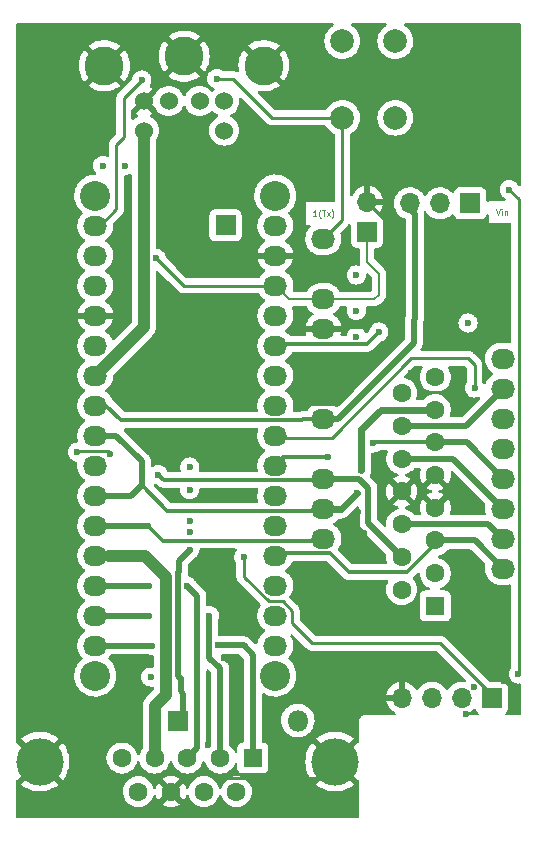
<source format=gbr>
%TF.GenerationSoftware,KiCad,Pcbnew,(6.0.2)*%
%TF.CreationDate,2024-03-24T18:16:07+01:00*%
%TF.ProjectId,amigaps2 revision1.105,616d6967-6170-4733-9220-726576697369,rev?*%
%TF.SameCoordinates,Original*%
%TF.FileFunction,Copper,L1,Top*%
%TF.FilePolarity,Positive*%
%FSLAX46Y46*%
G04 Gerber Fmt 4.6, Leading zero omitted, Abs format (unit mm)*
G04 Created by KiCad (PCBNEW (6.0.2)) date 2024-03-24 18:16:07*
%MOMM*%
%LPD*%
G01*
G04 APERTURE LIST*
%ADD10C,0.050000*%
%TA.AperFunction,NonConductor*%
%ADD11C,0.050000*%
%TD*%
%TA.AperFunction,ComponentPad*%
%ADD12O,2.032000X1.727200*%
%TD*%
%TA.AperFunction,ComponentPad*%
%ADD13C,2.540000*%
%TD*%
%TA.AperFunction,ComponentPad*%
%ADD14R,1.700000X1.700000*%
%TD*%
%TA.AperFunction,ComponentPad*%
%ADD15O,1.700000X1.700000*%
%TD*%
%TA.AperFunction,ComponentPad*%
%ADD16C,1.600000*%
%TD*%
%TA.AperFunction,ComponentPad*%
%ADD17C,4.000000*%
%TD*%
%TA.AperFunction,ComponentPad*%
%ADD18R,1.600000X1.600000*%
%TD*%
%TA.AperFunction,ComponentPad*%
%ADD19R,1.800000X1.800000*%
%TD*%
%TA.AperFunction,ComponentPad*%
%ADD20O,1.800000X1.800000*%
%TD*%
%TA.AperFunction,ComponentPad*%
%ADD21C,1.524000*%
%TD*%
%TA.AperFunction,ComponentPad*%
%ADD22C,3.300000*%
%TD*%
%TA.AperFunction,ComponentPad*%
%ADD23C,2.000000*%
%TD*%
%TA.AperFunction,ViaPad*%
%ADD24C,0.600000*%
%TD*%
%TA.AperFunction,Conductor*%
%ADD25C,0.250000*%
%TD*%
%TA.AperFunction,Conductor*%
%ADD26C,0.300000*%
%TD*%
%TA.AperFunction,Conductor*%
%ADD27C,0.200000*%
%TD*%
%TA.AperFunction,Conductor*%
%ADD28C,0.500000*%
%TD*%
%TA.AperFunction,Conductor*%
%ADD29C,1.000000*%
%TD*%
%TA.AperFunction,Conductor*%
%ADD30C,0.350000*%
%TD*%
%TA.AperFunction,Conductor*%
%ADD31C,0.600000*%
%TD*%
G04 APERTURE END LIST*
D10*
D11*
X173351095Y-69830190D02*
X173517761Y-70330190D01*
X173684428Y-69830190D01*
X173851095Y-70330190D02*
X173851095Y-69996857D01*
X173851095Y-69830190D02*
X173827285Y-69854000D01*
X173851095Y-69877809D01*
X173874904Y-69854000D01*
X173851095Y-69830190D01*
X173851095Y-69877809D01*
X174089190Y-69996857D02*
X174089190Y-70330190D01*
X174089190Y-70044476D02*
X174113000Y-70020666D01*
X174160619Y-69996857D01*
X174232047Y-69996857D01*
X174279666Y-70020666D01*
X174303476Y-70068285D01*
X174303476Y-70330190D01*
D10*
D11*
X158166666Y-70457190D02*
X157880952Y-70457190D01*
X158023809Y-70457190D02*
X158023809Y-69957190D01*
X157976190Y-70028619D01*
X157928571Y-70076238D01*
X157880952Y-70100047D01*
X158523809Y-70647666D02*
X158500000Y-70623857D01*
X158452380Y-70552428D01*
X158428571Y-70504809D01*
X158404761Y-70433380D01*
X158380952Y-70314333D01*
X158380952Y-70219095D01*
X158404761Y-70100047D01*
X158428571Y-70028619D01*
X158452380Y-69981000D01*
X158500000Y-69909571D01*
X158523809Y-69885761D01*
X158642857Y-69957190D02*
X158928571Y-69957190D01*
X158785714Y-70457190D02*
X158785714Y-69957190D01*
X159047619Y-70457190D02*
X159309523Y-70123857D01*
X159047619Y-70123857D02*
X159309523Y-70457190D01*
X159452380Y-70647666D02*
X159476190Y-70623857D01*
X159523809Y-70552428D01*
X159547619Y-70504809D01*
X159571428Y-70433380D01*
X159595238Y-70314333D01*
X159595238Y-70219095D01*
X159571428Y-70100047D01*
X159547619Y-70028619D01*
X159523809Y-69981000D01*
X159476190Y-69909571D01*
X159452380Y-69885761D01*
D12*
%TO.P,P1,1*%
%TO.N,/1(Tx)*%
X139446000Y-71247000D03*
%TO.P,P1,2*%
%TO.N,/0(Rx)*%
X139446000Y-73787000D03*
%TO.P,P1,3*%
%TO.N,/Reset*%
X139446000Y-76327000D03*
%TO.P,P1,4*%
%TO.N,GND*%
X139446000Y-78867000D03*
%TO.P,P1,5*%
%TO.N,/2*%
X139446000Y-81407000D03*
%TO.P,P1,6*%
%TO.N,/3(\u002A\u002A)*%
X139446000Y-83947000D03*
%TO.P,P1,7*%
%TO.N,/4*%
X139446000Y-86487000D03*
%TO.P,P1,9*%
%TO.N,/6(\u002A\u002A)*%
X139446000Y-91567000D03*
%TO.P,P1,10*%
%TO.N,/7*%
X139446000Y-94107000D03*
%TO.P,P1,11*%
%TO.N,/8*%
X139446000Y-96647000D03*
%TO.P,P1,12*%
%TO.N,/9(\u002A\u002A)*%
X139446000Y-99187000D03*
%TO.P,P1,13*%
%TO.N,/10(\u002A\u002A/SS)*%
X139446000Y-101727000D03*
%TO.P,P1,14*%
%TO.N,/11(\u002A\u002A/MOSI)*%
X139446000Y-104267000D03*
%TO.P,P1,15*%
%TO.N,/12(MISO)*%
X139446000Y-106807000D03*
%TO.P,P1,D5*%
%TO.N,/7*%
X139446000Y-89027000D03*
%TD*%
%TO.P,P2,1*%
%TO.N,/Vin*%
X154686000Y-71247000D03*
%TO.P,P2,2*%
%TO.N,GND*%
X154686000Y-73787000D03*
%TO.P,P2,3*%
%TO.N,/Reset*%
X154686000Y-76327000D03*
%TO.P,P2,4*%
%TO.N,+5V*%
X154686000Y-78867000D03*
%TO.P,P2,5*%
%TO.N,/A7*%
X154686000Y-81407000D03*
%TO.P,P2,6*%
%TO.N,/A6*%
X154686000Y-83947000D03*
%TO.P,P2,7*%
%TO.N,/A5*%
X154686000Y-86487000D03*
%TO.P,P2,8*%
%TO.N,/A4*%
X154686000Y-89027000D03*
%TO.P,P2,9*%
%TO.N,/A3*%
X154686000Y-91567000D03*
%TO.P,P2,10*%
%TO.N,/A2*%
X154686000Y-94107000D03*
%TO.P,P2,11*%
%TO.N,/A1*%
X154686000Y-96647000D03*
%TO.P,P2,12*%
%TO.N,/A0*%
X154686000Y-99187000D03*
%TO.P,P2,13*%
%TO.N,/AREF*%
X154686000Y-101727000D03*
%TO.P,P2,14*%
%TO.N,+3V3*%
X154686000Y-104267000D03*
%TO.P,P2,15*%
%TO.N,/13(SCK)*%
X154686000Y-106807000D03*
%TD*%
D13*
%TO.P,P3,1*%
%TO.N,Net-(P3-Pad1)*%
X139446000Y-68707000D03*
%TD*%
%TO.P,P4,1*%
%TO.N,Net-(P4-Pad1)*%
X139446000Y-109347000D03*
%TD*%
%TO.P,P5,1*%
%TO.N,Net-(P5-Pad1)*%
X154686000Y-109347000D03*
%TD*%
%TO.P,P6,1*%
%TO.N,Net-(P6-Pad1)*%
X154686000Y-68707000D03*
%TD*%
D12*
%TO.P,,A1*%
%TO.N,/A1*%
X173959507Y-97770000D03*
%TD*%
%TO.P,,A6*%
%TO.N,/A6*%
X173959507Y-85070000D03*
%TD*%
D14*
%TO.P,REF\u002A\u002A,1*%
%TO.N,/Reset*%
X162458400Y-71780400D03*
D15*
%TO.P,REF\u002A\u002A,2*%
%TO.N,GND*%
X162458400Y-69240400D03*
%TD*%
D16*
%TO.P,,12*%
%TO.N,GND*%
X165384200Y-93759200D03*
%TD*%
D12*
%TO.P,,A2*%
%TO.N,/A2*%
X173959507Y-95230000D03*
%TD*%
%TO.P,,3*%
%TO.N,GND*%
X158750000Y-80010000D03*
%TD*%
D16*
%TO.P,,X2*%
%TO.N,/A1*%
X165384200Y-96529200D03*
%TD*%
D12*
%TO.P,,A0*%
%TO.N,/A0*%
X173959507Y-100310000D03*
%TD*%
%TO.P,,A4*%
%TO.N,/A4*%
X173959507Y-90150000D03*
%TD*%
%TO.P,,A5*%
%TO.N,/A5*%
X173959507Y-87610000D03*
%TD*%
D16*
%TO.P,,9*%
%TO.N,+5V*%
X165384200Y-102069200D03*
%TD*%
D14*
%TO.P,CONFIG,1*%
%TO.N,/A7*%
X171181000Y-69367000D03*
D15*
%TO.P,CONFIG,2*%
%TO.N,+5V*%
X168641000Y-69367000D03*
%TO.P,CONFIG,3*%
%TO.N,/4*%
X166101000Y-69367000D03*
%TD*%
D16*
%TO.P,,Y1*%
%TO.N,/A3*%
X168224200Y-89604200D03*
%TD*%
D12*
%TO.P,,4*%
%TO.N,/4*%
X158750000Y-87630000D03*
%TD*%
D17*
%TO.P,Female DSUB9 connector,0*%
%TO.N,GND*%
X134741000Y-116632000D03*
X159741000Y-116632000D03*
D16*
%TO.P,Female DSUB9 connector,7*%
%TO.N,N/C*%
X148626000Y-119172000D03*
%TO.P,Female DSUB9 connector,8*%
%TO.N,GND*%
X145856000Y-119172000D03*
%TO.P,Female DSUB9 connector,HPulse*%
%TO.N,/11(\u002A\u002A/MOSI)*%
X150011000Y-116332000D03*
%TO.P,Female DSUB9 connector,HQPulse*%
%TO.N,/9(\u002A\u002A)*%
X144471000Y-116332000D03*
%TO.P,Female DSUB9 connector,LMB*%
%TO.N,/8*%
X151396000Y-119172000D03*
%TO.P,Female DSUB9 connector,MMB*%
%TO.N,/6(\u002A\u002A)*%
X141701000Y-116332000D03*
%TO.P,Female DSUB9 connector,RMB*%
%TO.N,/7*%
X143086000Y-119172000D03*
D18*
%TO.P,Female DSUB9 connector,VPulse*%
%TO.N,/12(MISO)*%
X152781000Y-116332000D03*
D16*
%TO.P,Female DSUB9 connector,VQPulse*%
%TO.N,/10(\u002A\u002A/SS)*%
X147241000Y-116332000D03*
%TD*%
D19*
%TO.P,DIODE,1*%
%TO.N,+5V*%
X146431000Y-113157000D03*
D20*
%TO.P,DIODE,2*%
%TO.N,N/C*%
X156591000Y-113157000D03*
%TD*%
D12*
%TO.P,,7*%
%TO.N,/7*%
X158750000Y-95250000D03*
%TD*%
D16*
%TO.P,,4*%
%TO.N,GND*%
X168224200Y-95144200D03*
%TD*%
%TO.P,,8*%
%TO.N,+5V*%
X168224200Y-84064200D03*
%TD*%
D21*
%TO.P,J1,3*%
%TO.N,GND*%
X143568000Y-60706000D03*
%TO.P,J1,4*%
%TO.N,+5V*%
X150368000Y-60706000D03*
D22*
%TO.P,J1,7*%
%TO.N,GND*%
X146968000Y-56906000D03*
X140218000Y-57706000D03*
X153718000Y-57706000D03*
D21*
%TO.P,J1,CLK*%
%TO.N,/3(\u002A\u002A)*%
X143568000Y-63206000D03*
%TO.P,J1,CLK2*%
%TO.N,N/C*%
X150368000Y-63206000D03*
%TO.P,J1,DATA*%
%TO.N,/2*%
X145668000Y-60706000D03*
%TO.P,J1,DATA2*%
%TO.N,N/C*%
X148268000Y-60706000D03*
%TD*%
D18*
%TO.P,,1*%
%TO.N,+5V*%
X168224200Y-103454200D03*
%TD*%
D14*
%TO.P,REF\u002A\u002A,1*%
%TO.N,/A4*%
X173024800Y-111252000D03*
D15*
%TO.P,REF\u002A\u002A,2*%
%TO.N,/A5*%
X170484800Y-111252000D03*
%TO.P,REF\u002A\u002A,3*%
%TO.N,+5V*%
X167944800Y-111252000D03*
%TO.P,REF\u002A\u002A,4*%
%TO.N,GND*%
X165404800Y-111252000D03*
%TD*%
D12*
%TO.P,,Reset*%
%TO.N,/Reset*%
X158750000Y-77470000D03*
%TD*%
D16*
%TO.P,,Y2*%
%TO.N,/A2*%
X165384200Y-90989200D03*
%TD*%
D12*
%TO.P,,A7*%
%TO.N,/A7*%
X173959507Y-82530000D03*
%TD*%
D16*
%TO.P,,2*%
%TO.N,/8*%
X168224200Y-100684200D03*
%TD*%
D12*
%TO.P,,A3*%
%TO.N,/A3*%
X173959507Y-92690000D03*
%TD*%
%TO.P,,8*%
%TO.N,/8*%
X158750000Y-97790000D03*
%TD*%
D16*
%TO.P,,X1*%
%TO.N,/A0*%
X168224200Y-97914200D03*
%TD*%
D23*
%TO.P,MouseDPI,1*%
%TO.N,+5V*%
X164846000Y-62126000D03*
%TO.N,N/C*%
X164846000Y-55626000D03*
%TO.P,MouseDPI,2*%
%TO.N,/1(Tx)*%
X160346000Y-62126000D03*
%TO.N,N/C*%
X160346000Y-55626000D03*
%TD*%
D14*
%TO.P,REF\u002A\u002A,1*%
%TO.N,+5V*%
X150469600Y-71221600D03*
%TD*%
D16*
%TO.P,,10*%
%TO.N,/6(\u002A\u002A)*%
X165384200Y-99299200D03*
%TD*%
%TO.P,,15*%
%TO.N,N/C*%
X165384200Y-85449200D03*
%TD*%
D12*
%TO.P,,1(Tx)*%
%TO.N,/1(Tx)*%
X158750000Y-72390000D03*
%TD*%
%TO.P,,6*%
%TO.N,/6(\u002A\u002A)*%
X158750000Y-92710000D03*
%TD*%
D16*
%TO.P,,7*%
%TO.N,/7*%
X168224200Y-86834200D03*
%TD*%
%TO.P,,14*%
%TO.N,/A6*%
X165384200Y-88219200D03*
%TD*%
%TO.P,,5*%
%TO.N,GND*%
X168224200Y-92374200D03*
%TD*%
D24*
%TO.N,GND*%
X167090000Y-85300000D03*
X170280000Y-86230000D03*
X166160000Y-83750000D03*
X162610000Y-82850000D03*
%TO.N,/1(Tx)*%
X143383000Y-58928000D03*
X149733000Y-58801000D03*
%TO.N,/Reset*%
X144600000Y-74000000D03*
%TO.N,GND*%
X162560000Y-111760000D03*
X149200000Y-94200000D03*
X162600000Y-108600000D03*
X171484300Y-110337745D03*
X157480000Y-86360000D03*
X161671000Y-95504000D03*
X149987000Y-117983000D03*
X148779685Y-117379685D03*
X148350000Y-74850000D03*
X153035000Y-117983000D03*
X162179000Y-97282000D03*
X150495000Y-105283000D03*
X174050000Y-75200000D03*
X148350000Y-79750000D03*
X161290000Y-99060000D03*
X145950000Y-93750000D03*
X161290000Y-82550000D03*
X152146000Y-105283000D03*
X170797810Y-112600000D03*
X149300000Y-90600000D03*
X145950000Y-89600000D03*
X150450000Y-74850000D03*
X148971000Y-115189000D03*
X174015400Y-109829600D03*
X173900000Y-78550000D03*
X150300000Y-107900000D03*
%TO.N,/6(\u002A\u002A)*%
X144780000Y-92329000D03*
%TO.N,/7*%
X161582100Y-93891100D03*
X161979781Y-91982878D03*
X143383000Y-93218000D03*
%TO.N,/8*%
X143891000Y-96647000D03*
%TO.N,/10(\u002A\u002A/SS)*%
X144018000Y-101727000D03*
X147193000Y-101727000D03*
%TO.N,+5V*%
X137922000Y-90424000D03*
X144145000Y-109474000D03*
X174498000Y-68199000D03*
X140081000Y-66167000D03*
X146500000Y-100500000D03*
X147447000Y-91694000D03*
X147447000Y-96266000D03*
X161544000Y-80645000D03*
X161544000Y-78460600D03*
X147447000Y-98679000D03*
X146685000Y-109601000D03*
X147447000Y-97200000D03*
X141986000Y-66167000D03*
X140716000Y-90551000D03*
X147447000Y-93599000D03*
X161544000Y-75438000D03*
X175260000Y-109220000D03*
%TO.N,/A7*%
X163449000Y-80264000D03*
X171000000Y-79500000D03*
%TO.N,/A4*%
X171550000Y-85000000D03*
X152019000Y-99314000D03*
%TO.N,/A3*%
X159160000Y-90810000D03*
X162941000Y-89662000D03*
%TO.N,/11(\u002A\u002A/MOSI)*%
X149098000Y-104267000D03*
X144018000Y-104267000D03*
%TO.N,/12(MISO)*%
X149847500Y-106800000D03*
X144272000Y-106807000D03*
%TD*%
D25*
%TO.N,GND*%
X169350000Y-85300000D02*
X170280000Y-86230000D01*
X167090000Y-85300000D02*
X169350000Y-85300000D01*
D26*
%TO.N,/A3*%
X155373000Y-90880000D02*
X154686000Y-91567000D01*
X159090000Y-90880000D02*
X155373000Y-90880000D01*
X159160000Y-90810000D02*
X159090000Y-90880000D01*
D25*
%TO.N,/1(Tx)*%
X160346000Y-70794000D02*
X158750000Y-72390000D01*
X151091000Y-58801000D02*
X149733000Y-58801000D01*
X160346000Y-62126000D02*
X154416000Y-62126000D01*
X141224000Y-64389000D02*
X141224000Y-69876000D01*
X154416000Y-62126000D02*
X151091000Y-58801000D01*
X141224000Y-69876000D02*
X139853000Y-71247000D01*
X143383000Y-58928000D02*
X141859000Y-60452000D01*
X139853000Y-71247000D02*
X139446000Y-71247000D01*
X160346000Y-62126000D02*
X160346000Y-70794000D01*
X141859000Y-60452000D02*
X141859000Y-63754000D01*
X141859000Y-63754000D02*
X141224000Y-64389000D01*
D27*
%TO.N,/Reset*%
X155829000Y-77470000D02*
X154686000Y-76327000D01*
X163449000Y-77089000D02*
X163068000Y-77470000D01*
X163068000Y-77470000D02*
X158750000Y-77470000D01*
X158750000Y-77470000D02*
X155829000Y-77470000D01*
D25*
X154686000Y-76327000D02*
X146927000Y-76327000D01*
D27*
X162458400Y-71780400D02*
X162458400Y-74320400D01*
D25*
X146927000Y-76327000D02*
X144600000Y-74000000D01*
D27*
X163449000Y-75311000D02*
X163449000Y-77089000D01*
X162458400Y-74320400D02*
X163449000Y-75311000D01*
D25*
%TO.N,GND*%
X162179000Y-98171000D02*
X161290000Y-99060000D01*
X162458400Y-69240400D02*
X164338000Y-71120000D01*
X158390000Y-117983000D02*
X159741000Y-116632000D01*
X161671000Y-96774000D02*
X161671000Y-95504000D01*
X163068000Y-111252000D02*
X165404800Y-111252000D01*
X161290000Y-82550000D02*
X161290000Y-85090000D01*
X164338000Y-71120000D02*
X164338000Y-77978000D01*
X162179000Y-97282000D02*
X162179000Y-98171000D01*
X162560000Y-111760000D02*
X163068000Y-111252000D01*
X164338000Y-77978000D02*
X162498711Y-79817289D01*
X160020000Y-86360000D02*
X157480000Y-86360000D01*
X158942711Y-79817289D02*
X158750000Y-80010000D01*
X149987000Y-117983000D02*
X153035000Y-117983000D01*
X162179000Y-97282000D02*
X161671000Y-96774000D01*
X153035000Y-117983000D02*
X158390000Y-117983000D01*
D28*
X152146000Y-105283000D02*
X150495000Y-105283000D01*
D25*
X162600000Y-108600000D02*
X162560000Y-108640000D01*
X162560000Y-108640000D02*
X162560000Y-111760000D01*
X162498711Y-79817289D02*
X158942711Y-79817289D01*
X161290000Y-85090000D02*
X160020000Y-86360000D01*
D29*
%TO.N,/3(\u002A\u002A)*%
X143568000Y-63206000D02*
X143568000Y-79825000D01*
X143568000Y-79825000D02*
X139446000Y-83947000D01*
D30*
%TO.N,/4*%
X158750000Y-87630000D02*
X157030000Y-87630000D01*
D28*
X166400000Y-79218000D02*
X166400000Y-81200000D01*
D30*
X157030000Y-87630000D02*
X156934880Y-87725120D01*
D28*
X166497000Y-79121000D02*
X166400000Y-79218000D01*
X166400000Y-81200000D02*
X159970000Y-87630000D01*
D30*
X156934880Y-87725120D02*
X141625120Y-87725120D01*
D28*
X165912800Y-69672200D02*
X166497000Y-70256400D01*
X159970000Y-87630000D02*
X158750000Y-87630000D01*
X166497000Y-70256400D02*
X166497000Y-79121000D01*
D30*
X141625120Y-87725120D02*
X140387000Y-86487000D01*
X140387000Y-86487000D02*
X139446000Y-86487000D01*
D28*
%TO.N,/6(\u002A\u002A)*%
X162560000Y-93472000D02*
X161798000Y-92710000D01*
D26*
X145231120Y-92780120D02*
X144780000Y-92329000D01*
X158679880Y-92780120D02*
X145231120Y-92780120D01*
X158750000Y-92710000D02*
X158679880Y-92780120D01*
D28*
X161798000Y-92710000D02*
X158750000Y-92710000D01*
X162560000Y-96475000D02*
X162560000Y-93472000D01*
X165384200Y-99299200D02*
X162560000Y-96475000D01*
D31*
%TO.N,/7*%
X160223200Y-95250000D02*
X158750000Y-95250000D01*
X161979781Y-91982878D02*
X161975800Y-91978897D01*
D26*
X158750000Y-95250000D02*
X158623000Y-95377000D01*
D31*
X161975800Y-91978897D02*
X161975800Y-88468200D01*
D28*
X143383000Y-93218000D02*
X142494000Y-94107000D01*
D31*
X163609800Y-86834200D02*
X168224200Y-86834200D01*
X161975800Y-88468200D02*
X163609800Y-86834200D01*
D28*
X143383000Y-93218000D02*
X143383000Y-91186000D01*
D26*
X158623000Y-95377000D02*
X145542000Y-95377000D01*
D28*
X141224000Y-89027000D02*
X139446000Y-89027000D01*
X143383000Y-91186000D02*
X141224000Y-89027000D01*
X142494000Y-94107000D02*
X139446000Y-94107000D01*
D26*
X145542000Y-95377000D02*
X143383000Y-93218000D01*
D31*
X161582100Y-93891100D02*
X160223200Y-95250000D01*
D26*
%TO.N,/8*%
X158750000Y-97790000D02*
X158623000Y-97917000D01*
D28*
X143891000Y-96647000D02*
X139446000Y-96647000D01*
D26*
X145161000Y-97917000D02*
X143891000Y-96647000D01*
X158623000Y-97917000D02*
X145161000Y-97917000D01*
D25*
%TO.N,/9(\u002A\u002A)*%
X140589000Y-99187000D02*
X139446000Y-99187000D01*
D29*
X144471000Y-111917978D02*
X145415000Y-110973978D01*
X144471000Y-116332000D02*
X144471000Y-111917978D01*
X143637000Y-99187000D02*
X140589000Y-99187000D01*
X145415000Y-100965000D02*
X143637000Y-99187000D01*
X145415000Y-110973978D02*
X145415000Y-100965000D01*
D28*
%TO.N,/10(\u002A\u002A/SS)*%
X148082000Y-115491000D02*
X148082000Y-102616000D01*
X148082000Y-102616000D02*
X147193000Y-101727000D01*
X147241000Y-116332000D02*
X148082000Y-115491000D01*
X144018000Y-101727000D02*
X139446000Y-101727000D01*
%TO.N,+5V*%
X146685000Y-110685000D02*
X146685000Y-109601000D01*
D25*
X137967120Y-90378880D02*
X140543880Y-90378880D01*
D28*
X146443489Y-109359489D02*
X146443489Y-100556511D01*
X146443489Y-100556511D02*
X146500000Y-100500000D01*
D25*
X175300027Y-109179973D02*
X175300027Y-69001027D01*
D28*
X146500000Y-100500000D02*
X146500000Y-99626000D01*
D25*
X140543880Y-90378880D02*
X140716000Y-90551000D01*
D28*
X146900000Y-110900000D02*
X146685000Y-110685000D01*
D25*
X137922000Y-90424000D02*
X137967120Y-90378880D01*
D28*
X146500000Y-99626000D02*
X147447000Y-98679000D01*
D25*
X175260000Y-109220000D02*
X175300027Y-109179973D01*
X146431000Y-113157000D02*
X146900000Y-112688000D01*
X175300027Y-69001027D02*
X174498000Y-68199000D01*
D28*
X146900000Y-112688000D02*
X146900000Y-110900000D01*
X146685000Y-109601000D02*
X146443489Y-109359489D01*
D26*
%TO.N,/A7*%
X161274963Y-81294511D02*
X161260452Y-81280000D01*
X162433000Y-81280000D02*
X161827548Y-81280000D01*
X161260452Y-81280000D02*
X154813000Y-81280000D01*
X163449000Y-80264000D02*
X162433000Y-81280000D01*
X161813037Y-81294511D02*
X161274963Y-81294511D01*
X161827548Y-81280000D02*
X161813037Y-81294511D01*
D25*
X154813000Y-81280000D02*
X154686000Y-81407000D01*
D28*
%TO.N,/A6*%
X165384200Y-88219200D02*
X170810307Y-88219200D01*
X170810307Y-88219200D02*
X173959507Y-85070000D01*
D25*
%TO.N,/A4*%
X156100000Y-104919000D02*
X156100000Y-103848345D01*
X156100000Y-103848345D02*
X155330535Y-103078880D01*
X159500000Y-89200000D02*
X154859000Y-89200000D01*
X171000000Y-82500000D02*
X166200000Y-82500000D01*
X157779120Y-106598120D02*
X156100000Y-104919000D01*
X154132880Y-103078880D02*
X152019000Y-100965000D01*
X152019000Y-100965000D02*
X152019000Y-99314000D01*
X166200000Y-82500000D02*
X159500000Y-89200000D01*
X154859000Y-89200000D02*
X154686000Y-89027000D01*
X171550000Y-85000000D02*
X171550000Y-83050000D01*
X173024800Y-111252000D02*
X173024800Y-110995052D01*
X173024800Y-110995052D02*
X168627868Y-106598120D01*
X168627868Y-106598120D02*
X157779120Y-106598120D01*
X155330535Y-103078880D02*
X154132880Y-103078880D01*
X171550000Y-83050000D02*
X171000000Y-82500000D01*
D28*
%TO.N,/A3*%
X168224200Y-89604200D02*
X170873707Y-89604200D01*
X170873707Y-89604200D02*
X173959507Y-92690000D01*
D26*
X168224200Y-89604200D02*
X165235489Y-89604200D01*
X165235489Y-89604200D02*
X162998800Y-89604200D01*
X162998800Y-89604200D02*
X162941000Y-89662000D01*
D28*
%TO.N,/A2*%
X169718707Y-90989200D02*
X165384200Y-90989200D01*
X169718707Y-90989200D02*
X173959507Y-95230000D01*
%TO.N,/A1*%
X172718707Y-96529200D02*
X173959507Y-97770000D01*
X165384200Y-96529200D02*
X172718707Y-96529200D01*
D26*
%TO.N,/A0*%
X165866476Y-100584000D02*
X160909000Y-100584000D01*
X154869880Y-99003120D02*
X154686000Y-99187000D01*
D28*
X171563707Y-97914200D02*
X173959507Y-100310000D01*
X168224200Y-97914200D02*
X171563707Y-97914200D01*
D26*
X160909000Y-100584000D02*
X159328120Y-99003120D01*
D28*
X168224200Y-97914200D02*
X168224200Y-98226276D01*
D26*
X168224200Y-98226276D02*
X165866476Y-100584000D01*
X159328120Y-99003120D02*
X154869880Y-99003120D01*
D28*
%TO.N,/11(\u002A\u002A/MOSI)*%
X149098000Y-107823000D02*
X149098000Y-104267000D01*
X150011000Y-116332000D02*
X150011000Y-108736000D01*
X144018000Y-104267000D02*
X139446000Y-104267000D01*
X150011000Y-108736000D02*
X149098000Y-107823000D01*
%TO.N,/12(MISO)*%
X149847500Y-106800000D02*
X152012000Y-106800000D01*
X152012000Y-106800000D02*
X152781000Y-107569000D01*
X152781000Y-107569000D02*
X152781000Y-116332000D01*
X144272000Y-106807000D02*
X139446000Y-106807000D01*
%TD*%
%TA.AperFunction,Conductor*%
%TO.N,GND*%
G36*
X159567210Y-54122002D02*
G01*
X159613703Y-54175658D01*
X159623807Y-54245932D01*
X159594313Y-54310512D01*
X159564925Y-54335432D01*
X159456584Y-54401824D01*
X159276031Y-54556031D01*
X159121824Y-54736584D01*
X159119245Y-54740792D01*
X159119241Y-54740798D01*
X159000346Y-54934817D01*
X158997760Y-54939037D01*
X158995867Y-54943607D01*
X158995865Y-54943611D01*
X158914268Y-55140605D01*
X158906895Y-55158406D01*
X158851465Y-55389289D01*
X158832835Y-55626000D01*
X158851465Y-55862711D01*
X158852619Y-55867518D01*
X158852620Y-55867524D01*
X158886927Y-56010422D01*
X158906895Y-56093594D01*
X158908788Y-56098165D01*
X158908789Y-56098167D01*
X158991769Y-56298499D01*
X158997760Y-56312963D01*
X159000346Y-56317183D01*
X159119241Y-56511202D01*
X159119245Y-56511208D01*
X159121824Y-56515416D01*
X159276031Y-56695969D01*
X159456584Y-56850176D01*
X159460792Y-56852755D01*
X159460798Y-56852759D01*
X159625623Y-56953764D01*
X159659037Y-56974240D01*
X159663607Y-56976133D01*
X159663611Y-56976135D01*
X159873833Y-57063211D01*
X159878406Y-57065105D01*
X159958609Y-57084360D01*
X160104476Y-57119380D01*
X160104482Y-57119381D01*
X160109289Y-57120535D01*
X160346000Y-57139165D01*
X160582711Y-57120535D01*
X160587518Y-57119381D01*
X160587524Y-57119380D01*
X160733391Y-57084360D01*
X160813594Y-57065105D01*
X160818167Y-57063211D01*
X161028389Y-56976135D01*
X161028393Y-56976133D01*
X161032963Y-56974240D01*
X161066377Y-56953764D01*
X161231202Y-56852759D01*
X161231208Y-56852755D01*
X161235416Y-56850176D01*
X161415969Y-56695969D01*
X161570176Y-56515416D01*
X161572755Y-56511208D01*
X161572759Y-56511202D01*
X161691654Y-56317183D01*
X161694240Y-56312963D01*
X161700232Y-56298499D01*
X161783211Y-56098167D01*
X161783212Y-56098165D01*
X161785105Y-56093594D01*
X161805073Y-56010422D01*
X161839380Y-55867524D01*
X161839381Y-55867518D01*
X161840535Y-55862711D01*
X161859165Y-55626000D01*
X161840535Y-55389289D01*
X161785105Y-55158406D01*
X161777732Y-55140605D01*
X161696135Y-54943611D01*
X161696133Y-54943607D01*
X161694240Y-54939037D01*
X161691654Y-54934817D01*
X161572759Y-54740798D01*
X161572755Y-54740792D01*
X161570176Y-54736584D01*
X161415969Y-54556031D01*
X161235416Y-54401824D01*
X161127076Y-54335433D01*
X161079445Y-54282785D01*
X161067838Y-54212744D01*
X161095941Y-54147546D01*
X161154832Y-54107892D01*
X161192911Y-54102000D01*
X163999089Y-54102000D01*
X164067210Y-54122002D01*
X164113703Y-54175658D01*
X164123807Y-54245932D01*
X164094313Y-54310512D01*
X164064925Y-54335432D01*
X163956584Y-54401824D01*
X163776031Y-54556031D01*
X163621824Y-54736584D01*
X163619245Y-54740792D01*
X163619241Y-54740798D01*
X163500346Y-54934817D01*
X163497760Y-54939037D01*
X163495867Y-54943607D01*
X163495865Y-54943611D01*
X163414268Y-55140605D01*
X163406895Y-55158406D01*
X163351465Y-55389289D01*
X163332835Y-55626000D01*
X163351465Y-55862711D01*
X163352619Y-55867518D01*
X163352620Y-55867524D01*
X163386927Y-56010422D01*
X163406895Y-56093594D01*
X163408788Y-56098165D01*
X163408789Y-56098167D01*
X163491769Y-56298499D01*
X163497760Y-56312963D01*
X163500346Y-56317183D01*
X163619241Y-56511202D01*
X163619245Y-56511208D01*
X163621824Y-56515416D01*
X163776031Y-56695969D01*
X163956584Y-56850176D01*
X163960792Y-56852755D01*
X163960798Y-56852759D01*
X164125623Y-56953764D01*
X164159037Y-56974240D01*
X164163607Y-56976133D01*
X164163611Y-56976135D01*
X164373833Y-57063211D01*
X164378406Y-57065105D01*
X164458609Y-57084360D01*
X164604476Y-57119380D01*
X164604482Y-57119381D01*
X164609289Y-57120535D01*
X164846000Y-57139165D01*
X165082711Y-57120535D01*
X165087518Y-57119381D01*
X165087524Y-57119380D01*
X165233391Y-57084360D01*
X165313594Y-57065105D01*
X165318167Y-57063211D01*
X165528389Y-56976135D01*
X165528393Y-56976133D01*
X165532963Y-56974240D01*
X165566377Y-56953764D01*
X165731202Y-56852759D01*
X165731208Y-56852755D01*
X165735416Y-56850176D01*
X165915969Y-56695969D01*
X166070176Y-56515416D01*
X166072755Y-56511208D01*
X166072759Y-56511202D01*
X166191654Y-56317183D01*
X166194240Y-56312963D01*
X166200232Y-56298499D01*
X166283211Y-56098167D01*
X166283212Y-56098165D01*
X166285105Y-56093594D01*
X166305073Y-56010422D01*
X166339380Y-55867524D01*
X166339381Y-55867518D01*
X166340535Y-55862711D01*
X166359165Y-55626000D01*
X166340535Y-55389289D01*
X166285105Y-55158406D01*
X166277732Y-55140605D01*
X166196135Y-54943611D01*
X166196133Y-54943607D01*
X166194240Y-54939037D01*
X166191654Y-54934817D01*
X166072759Y-54740798D01*
X166072755Y-54740792D01*
X166070176Y-54736584D01*
X165915969Y-54556031D01*
X165735416Y-54401824D01*
X165627076Y-54335433D01*
X165579445Y-54282785D01*
X165567838Y-54212744D01*
X165595941Y-54147546D01*
X165654832Y-54107892D01*
X165692911Y-54102000D01*
X175334306Y-54102000D01*
X175402427Y-54122002D01*
X175448920Y-54175658D01*
X175460306Y-54227875D01*
X175465868Y-59815732D01*
X175473722Y-67706019D01*
X175473815Y-67799789D01*
X175453881Y-67867929D01*
X175400271Y-67914475D01*
X175330007Y-67924649D01*
X175265397Y-67895221D01*
X175234184Y-67854357D01*
X175234063Y-67854105D01*
X175231745Y-67847448D01*
X175135626Y-67693624D01*
X175121941Y-67679843D01*
X175012778Y-67569915D01*
X175012774Y-67569912D01*
X175007815Y-67564918D01*
X174996697Y-67557862D01*
X174948538Y-67527300D01*
X174854666Y-67467727D01*
X174825463Y-67457328D01*
X174690425Y-67409243D01*
X174690420Y-67409242D01*
X174683790Y-67406881D01*
X174676802Y-67406048D01*
X174676799Y-67406047D01*
X174553698Y-67391368D01*
X174503680Y-67385404D01*
X174496677Y-67386140D01*
X174496676Y-67386140D01*
X174330288Y-67403628D01*
X174330286Y-67403629D01*
X174323288Y-67404364D01*
X174151579Y-67462818D01*
X174145575Y-67466512D01*
X174003095Y-67554166D01*
X174003092Y-67554168D01*
X173997088Y-67557862D01*
X173992053Y-67562793D01*
X173992050Y-67562795D01*
X173877147Y-67675317D01*
X173867493Y-67684771D01*
X173769235Y-67837238D01*
X173766826Y-67843858D01*
X173766824Y-67843861D01*
X173730543Y-67943542D01*
X173707197Y-68007685D01*
X173684463Y-68187640D01*
X173702163Y-68368160D01*
X173759418Y-68540273D01*
X173763065Y-68546295D01*
X173763066Y-68546297D01*
X173849210Y-68688538D01*
X173853380Y-68695424D01*
X173858269Y-68700487D01*
X173858270Y-68700488D01*
X173892310Y-68735737D01*
X173979382Y-68825902D01*
X174129830Y-68924352D01*
X174130160Y-68924568D01*
X174176208Y-68978605D01*
X174185732Y-69048960D01*
X174155708Y-69113295D01*
X174095667Y-69151185D01*
X174061167Y-69156000D01*
X172770476Y-69156000D01*
X172770476Y-69163794D01*
X172760725Y-69175047D01*
X172700998Y-69213431D01*
X172630002Y-69213431D01*
X172570276Y-69175048D01*
X172540783Y-69110467D01*
X172539500Y-69092535D01*
X172539500Y-68468866D01*
X172532745Y-68406684D01*
X172481615Y-68270295D01*
X172394261Y-68153739D01*
X172277705Y-68066385D01*
X172141316Y-68015255D01*
X172079134Y-68008500D01*
X170282866Y-68008500D01*
X170220684Y-68015255D01*
X170084295Y-68066385D01*
X169967739Y-68153739D01*
X169880385Y-68270295D01*
X169877233Y-68278703D01*
X169835919Y-68388907D01*
X169793277Y-68445671D01*
X169726716Y-68470371D01*
X169657367Y-68455163D01*
X169624743Y-68429476D01*
X169574151Y-68373875D01*
X169574142Y-68373866D01*
X169570670Y-68370051D01*
X169566619Y-68366852D01*
X169566615Y-68366848D01*
X169399414Y-68234800D01*
X169399410Y-68234798D01*
X169395359Y-68231598D01*
X169199789Y-68123638D01*
X169194920Y-68121914D01*
X169194916Y-68121912D01*
X168994087Y-68050795D01*
X168994083Y-68050794D01*
X168989212Y-68049069D01*
X168984119Y-68048162D01*
X168984116Y-68048161D01*
X168774373Y-68010800D01*
X168774367Y-68010799D01*
X168769284Y-68009894D01*
X168695452Y-68008992D01*
X168551081Y-68007228D01*
X168551079Y-68007228D01*
X168545911Y-68007165D01*
X168325091Y-68040955D01*
X168112756Y-68110357D01*
X168082443Y-68126137D01*
X167959541Y-68190116D01*
X167914607Y-68213507D01*
X167910474Y-68216610D01*
X167910471Y-68216612D01*
X167740100Y-68344530D01*
X167735965Y-68347635D01*
X167705880Y-68379117D01*
X167642280Y-68445671D01*
X167581629Y-68509138D01*
X167474201Y-68666621D01*
X167419293Y-68711621D01*
X167348768Y-68719792D01*
X167285021Y-68688538D01*
X167264324Y-68664054D01*
X167183822Y-68539617D01*
X167183820Y-68539614D01*
X167181014Y-68535277D01*
X167030670Y-68370051D01*
X167026619Y-68366852D01*
X167026615Y-68366848D01*
X166859414Y-68234800D01*
X166859410Y-68234798D01*
X166855359Y-68231598D01*
X166659789Y-68123638D01*
X166654920Y-68121914D01*
X166654916Y-68121912D01*
X166454087Y-68050795D01*
X166454083Y-68050794D01*
X166449212Y-68049069D01*
X166444119Y-68048162D01*
X166444116Y-68048161D01*
X166234373Y-68010800D01*
X166234367Y-68010799D01*
X166229284Y-68009894D01*
X166155452Y-68008992D01*
X166011081Y-68007228D01*
X166011079Y-68007228D01*
X166005911Y-68007165D01*
X165785091Y-68040955D01*
X165572756Y-68110357D01*
X165542443Y-68126137D01*
X165419541Y-68190116D01*
X165374607Y-68213507D01*
X165370474Y-68216610D01*
X165370471Y-68216612D01*
X165200100Y-68344530D01*
X165195965Y-68347635D01*
X165165880Y-68379117D01*
X165102280Y-68445671D01*
X165041629Y-68509138D01*
X164915743Y-68693680D01*
X164821688Y-68896305D01*
X164761989Y-69111570D01*
X164738251Y-69333695D01*
X164738548Y-69338848D01*
X164738548Y-69338851D01*
X164750812Y-69551547D01*
X164751110Y-69556715D01*
X164752247Y-69561761D01*
X164752248Y-69561767D01*
X164774645Y-69661147D01*
X164800222Y-69774639D01*
X164861625Y-69925858D01*
X164876996Y-69963711D01*
X164884266Y-69981616D01*
X164928712Y-70054145D01*
X164989234Y-70152908D01*
X165000987Y-70172088D01*
X165147250Y-70340938D01*
X165319126Y-70483632D01*
X165512000Y-70596338D01*
X165516825Y-70598180D01*
X165516826Y-70598181D01*
X165657449Y-70651880D01*
X165713952Y-70694868D01*
X165738245Y-70761579D01*
X165738500Y-70769590D01*
X165738500Y-78813899D01*
X165726648Y-78867248D01*
X165719358Y-78882846D01*
X165717427Y-78886798D01*
X165684231Y-78951808D01*
X165682492Y-78958916D01*
X165680393Y-78964559D01*
X165678476Y-78970322D01*
X165675378Y-78976950D01*
X165664450Y-79029491D01*
X165660514Y-79048412D01*
X165659544Y-79052696D01*
X165642192Y-79123610D01*
X165641500Y-79134764D01*
X165641464Y-79134762D01*
X165641225Y-79138755D01*
X165640851Y-79142947D01*
X165639360Y-79150115D01*
X165640572Y-79194907D01*
X165641454Y-79227521D01*
X165641500Y-79230928D01*
X165641500Y-80833629D01*
X165621498Y-80901750D01*
X165604595Y-80922724D01*
X159955304Y-86572015D01*
X159892992Y-86606041D01*
X159822177Y-86600976D01*
X159786319Y-86580355D01*
X159686503Y-86498512D01*
X159686504Y-86498512D01*
X159682376Y-86495128D01*
X159677740Y-86492489D01*
X159677737Y-86492487D01*
X159484654Y-86382578D01*
X159480011Y-86379935D01*
X159474995Y-86378114D01*
X159474990Y-86378112D01*
X159266146Y-86302305D01*
X159266142Y-86302304D01*
X159261131Y-86300485D01*
X159255882Y-86299536D01*
X159255879Y-86299535D01*
X159175771Y-86285049D01*
X159031993Y-86259050D01*
X159027854Y-86258855D01*
X159027847Y-86258854D01*
X159009095Y-86257970D01*
X159009086Y-86257970D01*
X159007606Y-86257900D01*
X158539132Y-86257900D01*
X158471625Y-86263628D01*
X158370891Y-86272175D01*
X158370887Y-86272176D01*
X158365580Y-86272626D01*
X158360423Y-86273964D01*
X158360420Y-86273965D01*
X158145363Y-86329783D01*
X158145359Y-86329784D01*
X158140194Y-86331125D01*
X158135328Y-86333317D01*
X158135325Y-86333318D01*
X158025972Y-86382578D01*
X157927887Y-86426762D01*
X157734728Y-86556804D01*
X157730871Y-86560483D01*
X157730869Y-86560485D01*
X157688424Y-86600976D01*
X157566242Y-86717532D01*
X157443266Y-86882818D01*
X157433673Y-86895712D01*
X157376962Y-86938426D01*
X157332583Y-86946500D01*
X157058045Y-86946500D01*
X157049476Y-86946208D01*
X157001542Y-86942940D01*
X157001538Y-86942940D01*
X156993966Y-86942424D01*
X156986489Y-86943729D01*
X156986486Y-86943729D01*
X156933353Y-86953002D01*
X156926829Y-86953965D01*
X156873309Y-86960442D01*
X156865765Y-86961355D01*
X156858655Y-86964042D01*
X156853752Y-86965246D01*
X156843266Y-86968114D01*
X156838474Y-86969561D01*
X156830996Y-86970866D01*
X156824044Y-86973918D01*
X156824043Y-86973918D01*
X156774659Y-86995595D01*
X156768554Y-86998086D01*
X156718122Y-87017143D01*
X156718115Y-87017146D01*
X156711011Y-87019831D01*
X156704752Y-87024133D01*
X156698728Y-87027282D01*
X156640353Y-87041620D01*
X156273999Y-87041620D01*
X156205878Y-87021618D01*
X156159385Y-86967962D01*
X156149281Y-86897688D01*
X156153666Y-86878261D01*
X156183337Y-86782704D01*
X156206016Y-86611593D01*
X156213232Y-86557152D01*
X156213232Y-86557148D01*
X156213932Y-86551868D01*
X156205197Y-86319178D01*
X156175459Y-86177451D01*
X156158477Y-86096514D01*
X156158476Y-86096511D01*
X156157380Y-86091287D01*
X156071850Y-85874710D01*
X155951051Y-85675641D01*
X155904360Y-85621834D01*
X155801939Y-85503803D01*
X155801937Y-85503801D01*
X155798439Y-85499770D01*
X155794313Y-85496387D01*
X155794309Y-85496383D01*
X155642492Y-85371902D01*
X155618376Y-85352128D01*
X155613740Y-85349489D01*
X155613737Y-85349487D01*
X155572748Y-85326155D01*
X155523442Y-85275073D01*
X155509580Y-85205442D01*
X155535563Y-85139371D01*
X155564713Y-85112133D01*
X155632492Y-85066501D01*
X155701272Y-85020196D01*
X155727711Y-84994975D01*
X155865896Y-84863152D01*
X155869758Y-84859468D01*
X156008754Y-84672650D01*
X156114286Y-84465084D01*
X156169643Y-84286807D01*
X156181753Y-84247807D01*
X156181754Y-84247801D01*
X156183337Y-84242704D01*
X156213932Y-84011868D01*
X156205197Y-83779178D01*
X156171854Y-83620267D01*
X156158477Y-83556514D01*
X156158476Y-83556511D01*
X156157380Y-83551287D01*
X156071850Y-83334710D01*
X155951051Y-83135641D01*
X155842151Y-83010144D01*
X155801939Y-82963803D01*
X155801937Y-82963801D01*
X155798439Y-82959770D01*
X155794313Y-82956387D01*
X155794309Y-82956383D01*
X155622504Y-82815513D01*
X155618376Y-82812128D01*
X155613740Y-82809489D01*
X155613737Y-82809487D01*
X155572748Y-82786155D01*
X155523442Y-82735073D01*
X155509580Y-82665442D01*
X155535563Y-82599371D01*
X155564713Y-82572133D01*
X155616842Y-82537037D01*
X155701272Y-82480196D01*
X155869758Y-82319468D01*
X156008754Y-82132650D01*
X156068916Y-82014321D01*
X156072437Y-82007395D01*
X156121140Y-81955737D01*
X156184754Y-81938500D01*
X161119338Y-81938500D01*
X161150672Y-81942458D01*
X161169290Y-81947238D01*
X161191775Y-81953011D01*
X161213222Y-81953011D01*
X161232932Y-81954562D01*
X161254115Y-81957917D01*
X161300104Y-81953570D01*
X161311959Y-81953011D01*
X161730981Y-81953011D01*
X161742837Y-81953570D01*
X161742840Y-81953570D01*
X161750574Y-81955299D01*
X161821406Y-81953073D01*
X161825364Y-81953011D01*
X161854469Y-81953011D01*
X161858869Y-81952455D01*
X161870701Y-81951523D01*
X161916868Y-81950073D01*
X161937458Y-81944091D01*
X161956832Y-81940080D01*
X161961491Y-81939492D01*
X161977268Y-81938500D01*
X162350944Y-81938500D01*
X162362800Y-81939059D01*
X162362803Y-81939059D01*
X162370537Y-81940788D01*
X162441369Y-81938562D01*
X162445327Y-81938500D01*
X162474432Y-81938500D01*
X162478832Y-81937944D01*
X162490664Y-81937012D01*
X162536831Y-81935562D01*
X162557421Y-81929580D01*
X162576782Y-81925570D01*
X162583770Y-81924688D01*
X162590204Y-81923875D01*
X162590205Y-81923875D01*
X162598064Y-81922882D01*
X162605429Y-81919966D01*
X162605433Y-81919965D01*
X162641021Y-81905874D01*
X162652231Y-81902035D01*
X162696600Y-81889145D01*
X162715065Y-81878225D01*
X162732805Y-81869534D01*
X162752756Y-81861635D01*
X162790129Y-81834482D01*
X162800048Y-81827967D01*
X162832977Y-81808493D01*
X162832981Y-81808490D01*
X162839807Y-81804453D01*
X162854971Y-81789289D01*
X162870005Y-81776448D01*
X162880943Y-81768501D01*
X162887357Y-81763841D01*
X162916803Y-81728247D01*
X162924792Y-81719468D01*
X163549962Y-81094298D01*
X163611640Y-81061085D01*
X163612600Y-81060998D01*
X163701463Y-81032125D01*
X163778409Y-81007124D01*
X163778412Y-81007123D01*
X163785108Y-81004947D01*
X163940912Y-80912069D01*
X164072266Y-80786982D01*
X164172643Y-80635902D01*
X164226345Y-80494532D01*
X164234555Y-80472920D01*
X164234556Y-80472918D01*
X164237055Y-80466338D01*
X164239461Y-80449219D01*
X164261748Y-80290639D01*
X164261748Y-80290636D01*
X164262299Y-80286717D01*
X164262503Y-80272128D01*
X164262561Y-80267962D01*
X164262561Y-80267957D01*
X164262616Y-80264000D01*
X164242397Y-80083745D01*
X164240080Y-80077091D01*
X164185064Y-79919106D01*
X164185062Y-79919103D01*
X164182745Y-79912448D01*
X164172662Y-79896312D01*
X164090359Y-79764598D01*
X164086626Y-79758624D01*
X164037268Y-79708920D01*
X163963778Y-79634915D01*
X163963774Y-79634912D01*
X163958815Y-79629918D01*
X163947697Y-79622862D01*
X163892186Y-79587634D01*
X163805666Y-79532727D01*
X163766434Y-79518757D01*
X163641425Y-79474243D01*
X163641420Y-79474242D01*
X163634790Y-79471881D01*
X163627802Y-79471048D01*
X163627799Y-79471047D01*
X163504698Y-79456368D01*
X163454680Y-79450404D01*
X163447677Y-79451140D01*
X163447676Y-79451140D01*
X163281288Y-79468628D01*
X163281286Y-79468629D01*
X163274288Y-79469364D01*
X163102579Y-79527818D01*
X163096575Y-79531512D01*
X162954095Y-79619166D01*
X162954092Y-79619168D01*
X162948088Y-79622862D01*
X162943053Y-79627793D01*
X162943050Y-79627795D01*
X162823525Y-79744843D01*
X162818493Y-79749771D01*
X162720235Y-79902238D01*
X162717826Y-79908858D01*
X162717824Y-79908861D01*
X162666590Y-80049626D01*
X162658197Y-80072685D01*
X162656250Y-80088100D01*
X162627869Y-80153174D01*
X162620339Y-80161401D01*
X162470722Y-80311018D01*
X162408410Y-80345044D01*
X162337595Y-80339979D01*
X162280759Y-80297432D01*
X162274773Y-80288692D01*
X162273710Y-80286990D01*
X162190093Y-80153174D01*
X162185359Y-80145598D01*
X162181626Y-80139624D01*
X162172824Y-80130760D01*
X162058778Y-80015915D01*
X162058774Y-80015912D01*
X162053815Y-80010918D01*
X162043723Y-80004513D01*
X161946454Y-79942785D01*
X161900666Y-79913727D01*
X161851759Y-79896312D01*
X161736425Y-79855243D01*
X161736420Y-79855242D01*
X161729790Y-79852881D01*
X161722802Y-79852048D01*
X161722799Y-79852047D01*
X161599698Y-79837368D01*
X161549680Y-79831404D01*
X161542677Y-79832140D01*
X161542676Y-79832140D01*
X161376288Y-79849628D01*
X161376286Y-79849629D01*
X161369288Y-79850364D01*
X161197579Y-79908818D01*
X161146575Y-79940196D01*
X161049095Y-80000166D01*
X161049092Y-80000168D01*
X161043088Y-80003862D01*
X161038053Y-80008793D01*
X161038050Y-80008795D01*
X160918753Y-80125620D01*
X160913493Y-80130771D01*
X160815235Y-80283238D01*
X160812826Y-80289858D01*
X160812824Y-80289861D01*
X160766774Y-80416383D01*
X160753197Y-80453685D01*
X160745919Y-80511295D01*
X160717539Y-80576368D01*
X160658480Y-80615770D01*
X160620914Y-80621500D01*
X160319814Y-80621500D01*
X160251693Y-80601498D01*
X160205200Y-80547842D01*
X160195096Y-80477568D01*
X160199482Y-80458136D01*
X160245263Y-80310699D01*
X160247548Y-80300304D01*
X160249980Y-80281959D01*
X160247783Y-80267792D01*
X160234599Y-80264000D01*
X157267512Y-80264000D01*
X157253981Y-80267973D01*
X157252456Y-80278580D01*
X157278004Y-80400343D01*
X157281064Y-80410540D01*
X157296339Y-80449219D01*
X157302757Y-80519925D01*
X157269929Y-80582876D01*
X157208279Y-80618086D01*
X157179147Y-80621500D01*
X156030978Y-80621500D01*
X155962857Y-80601498D01*
X155935812Y-80578080D01*
X155934327Y-80576368D01*
X155840941Y-80468749D01*
X155801939Y-80423803D01*
X155801937Y-80423801D01*
X155798439Y-80419770D01*
X155794313Y-80416387D01*
X155794309Y-80416383D01*
X155660064Y-80306310D01*
X155618376Y-80272128D01*
X155613740Y-80269489D01*
X155613737Y-80269487D01*
X155572748Y-80246155D01*
X155523442Y-80195073D01*
X155509580Y-80125442D01*
X155535563Y-80059371D01*
X155564713Y-80032133D01*
X155617753Y-79996424D01*
X155701272Y-79940196D01*
X155709012Y-79932813D01*
X155865896Y-79783152D01*
X155869758Y-79779468D01*
X156008754Y-79592650D01*
X156114286Y-79385084D01*
X156168718Y-79209785D01*
X156181753Y-79167807D01*
X156181754Y-79167801D01*
X156183337Y-79162704D01*
X156206788Y-78985771D01*
X156213232Y-78937152D01*
X156213232Y-78937148D01*
X156213932Y-78931868D01*
X156205197Y-78699178D01*
X156159904Y-78483317D01*
X156158477Y-78476514D01*
X156158476Y-78476511D01*
X156157380Y-78471287D01*
X156071850Y-78254710D01*
X156073113Y-78254211D01*
X156061861Y-78190604D01*
X156089253Y-78125105D01*
X156147709Y-78084813D01*
X156187092Y-78078500D01*
X157290925Y-78078500D01*
X157359046Y-78098502D01*
X157398644Y-78139134D01*
X157484949Y-78281359D01*
X157488446Y-78285389D01*
X157630628Y-78449240D01*
X157637561Y-78457230D01*
X157641687Y-78460613D01*
X157641691Y-78460617D01*
X157737915Y-78539515D01*
X157817624Y-78604872D01*
X157863739Y-78631122D01*
X157913044Y-78682202D01*
X157926906Y-78751832D01*
X157900923Y-78817904D01*
X157871773Y-78845143D01*
X157739470Y-78934215D01*
X157731184Y-78940876D01*
X157570480Y-79094180D01*
X157563431Y-79102148D01*
X157430856Y-79280336D01*
X157425257Y-79289366D01*
X157324598Y-79487347D01*
X157320595Y-79497208D01*
X157254737Y-79709301D01*
X157252452Y-79719696D01*
X157250020Y-79738041D01*
X157252217Y-79752208D01*
X157265401Y-79756000D01*
X160232488Y-79756000D01*
X160246019Y-79752027D01*
X160247544Y-79741420D01*
X160221996Y-79619657D01*
X160218936Y-79609461D01*
X160137363Y-79402903D01*
X160132629Y-79393366D01*
X160017414Y-79203497D01*
X160011150Y-79194907D01*
X159865589Y-79027163D01*
X159857959Y-79019743D01*
X159686220Y-78878927D01*
X159677449Y-78872898D01*
X159636285Y-78849467D01*
X159586978Y-78798385D01*
X159573116Y-78728755D01*
X159599099Y-78662684D01*
X159628249Y-78635445D01*
X159661588Y-78613000D01*
X159765272Y-78543196D01*
X159832193Y-78479357D01*
X159929896Y-78386152D01*
X159933758Y-78382468D01*
X160072754Y-78195650D01*
X160097288Y-78147395D01*
X160145991Y-78095738D01*
X160209605Y-78078500D01*
X160642691Y-78078500D01*
X160710812Y-78098502D01*
X160757305Y-78152158D01*
X160767409Y-78222432D01*
X160761091Y-78247597D01*
X160756612Y-78259903D01*
X160753197Y-78269285D01*
X160730463Y-78449240D01*
X160748163Y-78629760D01*
X160805418Y-78801873D01*
X160809065Y-78807895D01*
X160809066Y-78807897D01*
X160889601Y-78940876D01*
X160899380Y-78957024D01*
X160904269Y-78962087D01*
X160904270Y-78962088D01*
X160932860Y-78991693D01*
X161025382Y-79087502D01*
X161177159Y-79186822D01*
X161183763Y-79189278D01*
X161183765Y-79189279D01*
X161340558Y-79247590D01*
X161340560Y-79247590D01*
X161347168Y-79250048D01*
X161430995Y-79261233D01*
X161519980Y-79273107D01*
X161519984Y-79273107D01*
X161526961Y-79274038D01*
X161533972Y-79273400D01*
X161533976Y-79273400D01*
X161676459Y-79260432D01*
X161707600Y-79257598D01*
X161714302Y-79255420D01*
X161714304Y-79255420D01*
X161873409Y-79203724D01*
X161873412Y-79203723D01*
X161880108Y-79201547D01*
X161986310Y-79138238D01*
X162029860Y-79112277D01*
X162029862Y-79112276D01*
X162035912Y-79108669D01*
X162167266Y-78983582D01*
X162267643Y-78832502D01*
X162316218Y-78704628D01*
X162329555Y-78669520D01*
X162329556Y-78669518D01*
X162332055Y-78662938D01*
X162333035Y-78655966D01*
X162356748Y-78487239D01*
X162356748Y-78487236D01*
X162357299Y-78483317D01*
X162357616Y-78460600D01*
X162337397Y-78280345D01*
X162325414Y-78245934D01*
X162321902Y-78175027D01*
X162357283Y-78113475D01*
X162420325Y-78080823D01*
X162444406Y-78078500D01*
X163019864Y-78078500D01*
X163036307Y-78079578D01*
X163068000Y-78083750D01*
X163076189Y-78082672D01*
X163107874Y-78078501D01*
X163107884Y-78078500D01*
X163107885Y-78078500D01*
X163207457Y-78065391D01*
X163218664Y-78063916D01*
X163218666Y-78063915D01*
X163226851Y-78062838D01*
X163374876Y-78001524D01*
X163470072Y-77928477D01*
X163470075Y-77928474D01*
X163501987Y-77903987D01*
X163517199Y-77884163D01*
X163521452Y-77878621D01*
X163532319Y-77866230D01*
X163845234Y-77553315D01*
X163857625Y-77542448D01*
X163876437Y-77528013D01*
X163882987Y-77522987D01*
X163907474Y-77491075D01*
X163907477Y-77491072D01*
X163980523Y-77395876D01*
X163980524Y-77395875D01*
X164014343Y-77314230D01*
X164038678Y-77255479D01*
X164041838Y-77247850D01*
X164057500Y-77128885D01*
X164057500Y-77128878D01*
X164062750Y-77089000D01*
X164058578Y-77057307D01*
X164057500Y-77040864D01*
X164057500Y-75359136D01*
X164058578Y-75342690D01*
X164058963Y-75339770D01*
X164062750Y-75311000D01*
X164057500Y-75271120D01*
X164057500Y-75271115D01*
X164046754Y-75189490D01*
X164042916Y-75160338D01*
X164041838Y-75152150D01*
X164038617Y-75144374D01*
X164000303Y-75051876D01*
X163983684Y-75011752D01*
X163983683Y-75011750D01*
X163980524Y-75004124D01*
X163917409Y-74921872D01*
X163882987Y-74877013D01*
X163857617Y-74857546D01*
X163845232Y-74846684D01*
X163103804Y-74105255D01*
X163069779Y-74042943D01*
X163066900Y-74016160D01*
X163066900Y-73264900D01*
X163086902Y-73196779D01*
X163140558Y-73150286D01*
X163192900Y-73138900D01*
X163356534Y-73138900D01*
X163418716Y-73132145D01*
X163555105Y-73081015D01*
X163671661Y-72993661D01*
X163759015Y-72877105D01*
X163810145Y-72740716D01*
X163816900Y-72678534D01*
X163816900Y-70882266D01*
X163810145Y-70820084D01*
X163759015Y-70683695D01*
X163671661Y-70567139D01*
X163555105Y-70479785D01*
X163512212Y-70463705D01*
X163436087Y-70435167D01*
X163379323Y-70392525D01*
X163354623Y-70325964D01*
X163369830Y-70256615D01*
X163391377Y-70227935D01*
X163492452Y-70127212D01*
X163499130Y-70119365D01*
X163623403Y-69946420D01*
X163628713Y-69937583D01*
X163723070Y-69746667D01*
X163726869Y-69737072D01*
X163788777Y-69533310D01*
X163790955Y-69523237D01*
X163792386Y-69512362D01*
X163790175Y-69498178D01*
X163777017Y-69494400D01*
X162330400Y-69494400D01*
X162262279Y-69474398D01*
X162215786Y-69420742D01*
X162204400Y-69368400D01*
X162204400Y-68968285D01*
X162712400Y-68968285D01*
X162716875Y-68983524D01*
X162718265Y-68984729D01*
X162725948Y-68986400D01*
X163776744Y-68986400D01*
X163790275Y-68982427D01*
X163791580Y-68973347D01*
X163749614Y-68806275D01*
X163746294Y-68796524D01*
X163661372Y-68601214D01*
X163656505Y-68592139D01*
X163540826Y-68413326D01*
X163534536Y-68405157D01*
X163391206Y-68247640D01*
X163383673Y-68240615D01*
X163216539Y-68108622D01*
X163207952Y-68102917D01*
X163021517Y-67999999D01*
X163012105Y-67995769D01*
X162811359Y-67924680D01*
X162801388Y-67922046D01*
X162730237Y-67909372D01*
X162716940Y-67910832D01*
X162712400Y-67925389D01*
X162712400Y-68968285D01*
X162204400Y-68968285D01*
X162204400Y-67923502D01*
X162200482Y-67910158D01*
X162186206Y-67908171D01*
X162147724Y-67914060D01*
X162137688Y-67916451D01*
X161935268Y-67982612D01*
X161925759Y-67986609D01*
X161736863Y-68084942D01*
X161728138Y-68090436D01*
X161557833Y-68218305D01*
X161550126Y-68225148D01*
X161402990Y-68379117D01*
X161396504Y-68387127D01*
X161276498Y-68563049D01*
X161271400Y-68572023D01*
X161219788Y-68683212D01*
X161172964Y-68736579D01*
X161104721Y-68756160D01*
X161036725Y-68735737D01*
X160990565Y-68681795D01*
X160979500Y-68630162D01*
X160979500Y-63577566D01*
X160999502Y-63509445D01*
X161039665Y-63470133D01*
X161231202Y-63352759D01*
X161231208Y-63352755D01*
X161235416Y-63350176D01*
X161415969Y-63195969D01*
X161570176Y-63015416D01*
X161572755Y-63011208D01*
X161572759Y-63011202D01*
X161691654Y-62817183D01*
X161694240Y-62812963D01*
X161709918Y-62775114D01*
X161783211Y-62598167D01*
X161783212Y-62598165D01*
X161785105Y-62593594D01*
X161804360Y-62513391D01*
X161839380Y-62367524D01*
X161839381Y-62367518D01*
X161840535Y-62362711D01*
X161859165Y-62126000D01*
X163332835Y-62126000D01*
X163351465Y-62362711D01*
X163352619Y-62367518D01*
X163352620Y-62367524D01*
X163387640Y-62513391D01*
X163406895Y-62593594D01*
X163408788Y-62598165D01*
X163408789Y-62598167D01*
X163482083Y-62775114D01*
X163497760Y-62812963D01*
X163500346Y-62817183D01*
X163619241Y-63011202D01*
X163619245Y-63011208D01*
X163621824Y-63015416D01*
X163776031Y-63195969D01*
X163956584Y-63350176D01*
X163960792Y-63352755D01*
X163960798Y-63352759D01*
X164152335Y-63470133D01*
X164159037Y-63474240D01*
X164163607Y-63476133D01*
X164163611Y-63476135D01*
X164373833Y-63563211D01*
X164378406Y-63565105D01*
X164430310Y-63577566D01*
X164604476Y-63619380D01*
X164604482Y-63619381D01*
X164609289Y-63620535D01*
X164846000Y-63639165D01*
X165082711Y-63620535D01*
X165087518Y-63619381D01*
X165087524Y-63619380D01*
X165261690Y-63577566D01*
X165313594Y-63565105D01*
X165318167Y-63563211D01*
X165528389Y-63476135D01*
X165528393Y-63476133D01*
X165532963Y-63474240D01*
X165539665Y-63470133D01*
X165731202Y-63352759D01*
X165731208Y-63352755D01*
X165735416Y-63350176D01*
X165915969Y-63195969D01*
X166070176Y-63015416D01*
X166072755Y-63011208D01*
X166072759Y-63011202D01*
X166191654Y-62817183D01*
X166194240Y-62812963D01*
X166209918Y-62775114D01*
X166283211Y-62598167D01*
X166283212Y-62598165D01*
X166285105Y-62593594D01*
X166304360Y-62513391D01*
X166339380Y-62367524D01*
X166339381Y-62367518D01*
X166340535Y-62362711D01*
X166359165Y-62126000D01*
X166340535Y-61889289D01*
X166313387Y-61776207D01*
X166286260Y-61663218D01*
X166285105Y-61658406D01*
X166283211Y-61653833D01*
X166196135Y-61443611D01*
X166196133Y-61443607D01*
X166194240Y-61439037D01*
X166138525Y-61348119D01*
X166072759Y-61240798D01*
X166072755Y-61240792D01*
X166070176Y-61236584D01*
X165915969Y-61056031D01*
X165735416Y-60901824D01*
X165731208Y-60899245D01*
X165731202Y-60899241D01*
X165537183Y-60780346D01*
X165532963Y-60777760D01*
X165528393Y-60775867D01*
X165528389Y-60775865D01*
X165318167Y-60688789D01*
X165318165Y-60688788D01*
X165313594Y-60686895D01*
X165233391Y-60667640D01*
X165087524Y-60632620D01*
X165087518Y-60632619D01*
X165082711Y-60631465D01*
X164846000Y-60612835D01*
X164609289Y-60631465D01*
X164604482Y-60632619D01*
X164604476Y-60632620D01*
X164458609Y-60667640D01*
X164378406Y-60686895D01*
X164373835Y-60688788D01*
X164373833Y-60688789D01*
X164163611Y-60775865D01*
X164163607Y-60775867D01*
X164159037Y-60777760D01*
X164154817Y-60780346D01*
X163960798Y-60899241D01*
X163960792Y-60899245D01*
X163956584Y-60901824D01*
X163776031Y-61056031D01*
X163621824Y-61236584D01*
X163619245Y-61240792D01*
X163619241Y-61240798D01*
X163553475Y-61348119D01*
X163497760Y-61439037D01*
X163495867Y-61443607D01*
X163495865Y-61443611D01*
X163408789Y-61653833D01*
X163406895Y-61658406D01*
X163405740Y-61663218D01*
X163378614Y-61776207D01*
X163351465Y-61889289D01*
X163332835Y-62126000D01*
X161859165Y-62126000D01*
X161840535Y-61889289D01*
X161813387Y-61776207D01*
X161786260Y-61663218D01*
X161785105Y-61658406D01*
X161783211Y-61653833D01*
X161696135Y-61443611D01*
X161696133Y-61443607D01*
X161694240Y-61439037D01*
X161638525Y-61348119D01*
X161572759Y-61240798D01*
X161572755Y-61240792D01*
X161570176Y-61236584D01*
X161415969Y-61056031D01*
X161235416Y-60901824D01*
X161231208Y-60899245D01*
X161231202Y-60899241D01*
X161037183Y-60780346D01*
X161032963Y-60777760D01*
X161028393Y-60775867D01*
X161028389Y-60775865D01*
X160818167Y-60688789D01*
X160818165Y-60688788D01*
X160813594Y-60686895D01*
X160733391Y-60667640D01*
X160587524Y-60632620D01*
X160587518Y-60632619D01*
X160582711Y-60631465D01*
X160346000Y-60612835D01*
X160109289Y-60631465D01*
X160104482Y-60632619D01*
X160104476Y-60632620D01*
X159958609Y-60667640D01*
X159878406Y-60686895D01*
X159873835Y-60688788D01*
X159873833Y-60688789D01*
X159663611Y-60775865D01*
X159663607Y-60775867D01*
X159659037Y-60777760D01*
X159654817Y-60780346D01*
X159460798Y-60899241D01*
X159460792Y-60899245D01*
X159456584Y-60901824D01*
X159276031Y-61056031D01*
X159121824Y-61236584D01*
X159119245Y-61240792D01*
X159119241Y-61240798D01*
X159001867Y-61432335D01*
X158949219Y-61479966D01*
X158894434Y-61492500D01*
X154730594Y-61492500D01*
X154662473Y-61472498D01*
X154641499Y-61455595D01*
X153230683Y-60044779D01*
X153196657Y-59982467D01*
X153201722Y-59911652D01*
X153244269Y-59854816D01*
X153310789Y-59830005D01*
X153338837Y-59831134D01*
X153532759Y-59860808D01*
X153541293Y-59861524D01*
X153826914Y-59866012D01*
X153835465Y-59865563D01*
X154119056Y-59831245D01*
X154127457Y-59829643D01*
X154403780Y-59757151D01*
X154411882Y-59754424D01*
X154675805Y-59645103D01*
X154683467Y-59641300D01*
X154930103Y-59497177D01*
X154937190Y-59492361D01*
X155039497Y-59412143D01*
X155047968Y-59400283D01*
X155041452Y-59388662D01*
X153359922Y-57707132D01*
X154082408Y-57707132D01*
X154082539Y-57708965D01*
X154086790Y-57715580D01*
X155401033Y-59029823D01*
X155413242Y-59036490D01*
X155424742Y-59027800D01*
X155541777Y-58868475D01*
X155546364Y-58861247D01*
X155682667Y-58610209D01*
X155686235Y-58602415D01*
X155787205Y-58335206D01*
X155789682Y-58327000D01*
X155853454Y-58048558D01*
X155854794Y-58040097D01*
X155880349Y-57753764D01*
X155880595Y-57748825D01*
X155881017Y-57708485D01*
X155880874Y-57703519D01*
X155861322Y-57416718D01*
X155860161Y-57408244D01*
X155802231Y-57128512D01*
X155799932Y-57120277D01*
X155704574Y-56850993D01*
X155701177Y-56843143D01*
X155570155Y-56589292D01*
X155565727Y-56581980D01*
X155425701Y-56382746D01*
X155415180Y-56374366D01*
X155401792Y-56381418D01*
X154090022Y-57693188D01*
X154082408Y-57707132D01*
X153359922Y-57707132D01*
X152034334Y-56381544D01*
X152022323Y-56374985D01*
X152010585Y-56383953D01*
X151882151Y-56562687D01*
X151877636Y-56569968D01*
X151743973Y-56822414D01*
X151740487Y-56830242D01*
X151642318Y-57098499D01*
X151639929Y-57106722D01*
X151579074Y-57385830D01*
X151577825Y-57394285D01*
X151555412Y-57679078D01*
X151555323Y-57687629D01*
X151571766Y-57972814D01*
X151572839Y-57981314D01*
X151599515Y-58117281D01*
X151593002Y-58187979D01*
X151549301Y-58243932D01*
X151482286Y-58267376D01*
X151416172Y-58251085D01*
X151416042Y-58251386D01*
X151414256Y-58250613D01*
X151414253Y-58250612D01*
X151408771Y-58248240D01*
X151408766Y-58248237D01*
X151375463Y-58233826D01*
X151364813Y-58228609D01*
X151326060Y-58207305D01*
X151306437Y-58202267D01*
X151287734Y-58195863D01*
X151276420Y-58190967D01*
X151276419Y-58190967D01*
X151269145Y-58187819D01*
X151261322Y-58186580D01*
X151261312Y-58186577D01*
X151225476Y-58180901D01*
X151213856Y-58178495D01*
X151178711Y-58169472D01*
X151178710Y-58169472D01*
X151171030Y-58167500D01*
X151150776Y-58167500D01*
X151131065Y-58165949D01*
X151118886Y-58164020D01*
X151111057Y-58162780D01*
X151103165Y-58163526D01*
X151067039Y-58166941D01*
X151055181Y-58167500D01*
X150280338Y-58167500D01*
X150212824Y-58147885D01*
X150161380Y-58115238D01*
X150089666Y-58069727D01*
X150060463Y-58059328D01*
X149925425Y-58011243D01*
X149925420Y-58011242D01*
X149918790Y-58008881D01*
X149911802Y-58008048D01*
X149911799Y-58008047D01*
X149788698Y-57993368D01*
X149738680Y-57987404D01*
X149731677Y-57988140D01*
X149731676Y-57988140D01*
X149565288Y-58005628D01*
X149565286Y-58005629D01*
X149558288Y-58006364D01*
X149386579Y-58064818D01*
X149324109Y-58103250D01*
X149238095Y-58156166D01*
X149238092Y-58156168D01*
X149232088Y-58159862D01*
X149227053Y-58164793D01*
X149227050Y-58164795D01*
X149119733Y-58269888D01*
X149102493Y-58286771D01*
X149004235Y-58439238D01*
X149001826Y-58445858D01*
X149001824Y-58445861D01*
X148945619Y-58600283D01*
X148942197Y-58609685D01*
X148919463Y-58789640D01*
X148937163Y-58970160D01*
X148994418Y-59142273D01*
X149088380Y-59297424D01*
X149093269Y-59302487D01*
X149093270Y-59302488D01*
X149161674Y-59373322D01*
X149214382Y-59427902D01*
X149290271Y-59477562D01*
X149333938Y-59506137D01*
X149366159Y-59527222D01*
X149462008Y-59562868D01*
X149518884Y-59605360D01*
X149543757Y-59671857D01*
X149528732Y-59741246D01*
X149507182Y-59770060D01*
X149407095Y-59870147D01*
X149344783Y-59904173D01*
X149273968Y-59899108D01*
X149228905Y-59870147D01*
X149087781Y-59729023D01*
X149083273Y-59725866D01*
X149083270Y-59725864D01*
X148953798Y-59635207D01*
X148905677Y-59601512D01*
X148900695Y-59599189D01*
X148900690Y-59599186D01*
X148709178Y-59509883D01*
X148709177Y-59509882D01*
X148704196Y-59507560D01*
X148698888Y-59506138D01*
X148698886Y-59506137D01*
X148633051Y-59488497D01*
X148489463Y-59450022D01*
X148268000Y-59430647D01*
X148046537Y-59450022D01*
X147902949Y-59488497D01*
X147837114Y-59506137D01*
X147837112Y-59506138D01*
X147831804Y-59507560D01*
X147826823Y-59509882D01*
X147826822Y-59509883D01*
X147635311Y-59599186D01*
X147635306Y-59599189D01*
X147630324Y-59601512D01*
X147625817Y-59604668D01*
X147625815Y-59604669D01*
X147452730Y-59725864D01*
X147452727Y-59725866D01*
X147448219Y-59729023D01*
X147291023Y-59886219D01*
X147287866Y-59890727D01*
X147287864Y-59890730D01*
X147180229Y-60044449D01*
X147163512Y-60068324D01*
X147161189Y-60073306D01*
X147161186Y-60073311D01*
X147082195Y-60242708D01*
X147035277Y-60295993D01*
X146967000Y-60315454D01*
X146899040Y-60294912D01*
X146853805Y-60242708D01*
X146774814Y-60073311D01*
X146774811Y-60073306D01*
X146772488Y-60068324D01*
X146755771Y-60044449D01*
X146648136Y-59890730D01*
X146648134Y-59890727D01*
X146644977Y-59886219D01*
X146487781Y-59729023D01*
X146483273Y-59725866D01*
X146483270Y-59725864D01*
X146353798Y-59635207D01*
X146305677Y-59601512D01*
X146300695Y-59599189D01*
X146300690Y-59599186D01*
X146109178Y-59509883D01*
X146109177Y-59509882D01*
X146104196Y-59507560D01*
X146098888Y-59506138D01*
X146098886Y-59506137D01*
X146033051Y-59488497D01*
X145889463Y-59450022D01*
X145668000Y-59430647D01*
X145446537Y-59450022D01*
X145302949Y-59488497D01*
X145237114Y-59506137D01*
X145237112Y-59506138D01*
X145231804Y-59507560D01*
X145226823Y-59509882D01*
X145226822Y-59509883D01*
X145035311Y-59599186D01*
X145035306Y-59599189D01*
X145030324Y-59601512D01*
X145025817Y-59604668D01*
X145025815Y-59604669D01*
X144852730Y-59725864D01*
X144852727Y-59725866D01*
X144848219Y-59729023D01*
X144691023Y-59886219D01*
X144687866Y-59890727D01*
X144687864Y-59890730D01*
X144566623Y-60063881D01*
X144552505Y-60080705D01*
X143940022Y-60693188D01*
X143932408Y-60707132D01*
X143932539Y-60708965D01*
X143936790Y-60715580D01*
X144552505Y-61331295D01*
X144566623Y-61348119D01*
X144678452Y-61507827D01*
X144691023Y-61525781D01*
X144848219Y-61682977D01*
X144852727Y-61686134D01*
X144852730Y-61686136D01*
X144928495Y-61739187D01*
X145030323Y-61810488D01*
X145035305Y-61812811D01*
X145035310Y-61812814D01*
X145226822Y-61902117D01*
X145231804Y-61904440D01*
X145237112Y-61905862D01*
X145237114Y-61905863D01*
X145302949Y-61923503D01*
X145446537Y-61961978D01*
X145668000Y-61981353D01*
X145889463Y-61961978D01*
X146033051Y-61923503D01*
X146098886Y-61905863D01*
X146098888Y-61905862D01*
X146104196Y-61904440D01*
X146109178Y-61902117D01*
X146300690Y-61812814D01*
X146300695Y-61812811D01*
X146305677Y-61810488D01*
X146407505Y-61739187D01*
X146483270Y-61686136D01*
X146483273Y-61686134D01*
X146487781Y-61682977D01*
X146644977Y-61525781D01*
X146657549Y-61507827D01*
X146769331Y-61348185D01*
X146769332Y-61348183D01*
X146772488Y-61343676D01*
X146774811Y-61338694D01*
X146774814Y-61338689D01*
X146853805Y-61169292D01*
X146900723Y-61116007D01*
X146969000Y-61096546D01*
X147036960Y-61117088D01*
X147082195Y-61169292D01*
X147161186Y-61338689D01*
X147161189Y-61338694D01*
X147163512Y-61343676D01*
X147166668Y-61348183D01*
X147166669Y-61348185D01*
X147278452Y-61507827D01*
X147291023Y-61525781D01*
X147448219Y-61682977D01*
X147452727Y-61686134D01*
X147452730Y-61686136D01*
X147528495Y-61739187D01*
X147630323Y-61810488D01*
X147635305Y-61812811D01*
X147635310Y-61812814D01*
X147826822Y-61902117D01*
X147831804Y-61904440D01*
X147837112Y-61905862D01*
X147837114Y-61905863D01*
X147902949Y-61923503D01*
X148046537Y-61961978D01*
X148268000Y-61981353D01*
X148489463Y-61961978D01*
X148633051Y-61923503D01*
X148698886Y-61905863D01*
X148698888Y-61905862D01*
X148704196Y-61904440D01*
X148709178Y-61902117D01*
X148900690Y-61812814D01*
X148900695Y-61812811D01*
X148905677Y-61810488D01*
X149007505Y-61739187D01*
X149083270Y-61686136D01*
X149083273Y-61686134D01*
X149087781Y-61682977D01*
X149228905Y-61541853D01*
X149291217Y-61507827D01*
X149362032Y-61512892D01*
X149407095Y-61541853D01*
X149548219Y-61682977D01*
X149552727Y-61686134D01*
X149552730Y-61686136D01*
X149628495Y-61739187D01*
X149730323Y-61810488D01*
X149735305Y-61812811D01*
X149735310Y-61812814D01*
X149797483Y-61841805D01*
X149850768Y-61888722D01*
X149870229Y-61956999D01*
X149849687Y-62024959D01*
X149797483Y-62070195D01*
X149735311Y-62099186D01*
X149735306Y-62099189D01*
X149730324Y-62101512D01*
X149725817Y-62104668D01*
X149725815Y-62104669D01*
X149552730Y-62225864D01*
X149552727Y-62225866D01*
X149548219Y-62229023D01*
X149391023Y-62386219D01*
X149263512Y-62568324D01*
X149261189Y-62573306D01*
X149261186Y-62573311D01*
X149172742Y-62762980D01*
X149169560Y-62769804D01*
X149112022Y-62984537D01*
X149092647Y-63206000D01*
X149112022Y-63427463D01*
X149169560Y-63642196D01*
X149171882Y-63647177D01*
X149171883Y-63647178D01*
X149261186Y-63838689D01*
X149261189Y-63838694D01*
X149263512Y-63843676D01*
X149266668Y-63848183D01*
X149266669Y-63848185D01*
X149387415Y-64020628D01*
X149391023Y-64025781D01*
X149548219Y-64182977D01*
X149552727Y-64186134D01*
X149552730Y-64186136D01*
X149567293Y-64196333D01*
X149730323Y-64310488D01*
X149735305Y-64312811D01*
X149735310Y-64312814D01*
X149926822Y-64402117D01*
X149931804Y-64404440D01*
X149937112Y-64405862D01*
X149937114Y-64405863D01*
X149985676Y-64418875D01*
X150146537Y-64461978D01*
X150368000Y-64481353D01*
X150589463Y-64461978D01*
X150750324Y-64418875D01*
X150798886Y-64405863D01*
X150798888Y-64405862D01*
X150804196Y-64404440D01*
X150809178Y-64402117D01*
X151000690Y-64312814D01*
X151000695Y-64312811D01*
X151005677Y-64310488D01*
X151168707Y-64196333D01*
X151183270Y-64186136D01*
X151183273Y-64186134D01*
X151187781Y-64182977D01*
X151344977Y-64025781D01*
X151348586Y-64020628D01*
X151469331Y-63848185D01*
X151469332Y-63848183D01*
X151472488Y-63843676D01*
X151474811Y-63838694D01*
X151474814Y-63838689D01*
X151564117Y-63647178D01*
X151564118Y-63647177D01*
X151566440Y-63642196D01*
X151623978Y-63427463D01*
X151643353Y-63206000D01*
X151623978Y-62984537D01*
X151566440Y-62769804D01*
X151563258Y-62762980D01*
X151474814Y-62573311D01*
X151474811Y-62573306D01*
X151472488Y-62568324D01*
X151344977Y-62386219D01*
X151187781Y-62229023D01*
X151183273Y-62225866D01*
X151183270Y-62225864D01*
X151040649Y-62126000D01*
X151005677Y-62101512D01*
X151000695Y-62099189D01*
X151000690Y-62099186D01*
X150938517Y-62070195D01*
X150885232Y-62023278D01*
X150865771Y-61955001D01*
X150886313Y-61887041D01*
X150938517Y-61841805D01*
X151000690Y-61812814D01*
X151000695Y-61812811D01*
X151005677Y-61810488D01*
X151107505Y-61739187D01*
X151183270Y-61686136D01*
X151183273Y-61686134D01*
X151187781Y-61682977D01*
X151344977Y-61525781D01*
X151357549Y-61507827D01*
X151469331Y-61348185D01*
X151469332Y-61348183D01*
X151472488Y-61343676D01*
X151474811Y-61338694D01*
X151474814Y-61338689D01*
X151564117Y-61147178D01*
X151564118Y-61147177D01*
X151566440Y-61142196D01*
X151623978Y-60927463D01*
X151643353Y-60706000D01*
X151629734Y-60550330D01*
X151643723Y-60480726D01*
X151693123Y-60429733D01*
X151762249Y-60413543D01*
X151829154Y-60437296D01*
X151844349Y-60450253D01*
X152886595Y-61492500D01*
X153912348Y-62518253D01*
X153919888Y-62526539D01*
X153924000Y-62533018D01*
X153929777Y-62538443D01*
X153973651Y-62579643D01*
X153976493Y-62582398D01*
X153996230Y-62602135D01*
X153999427Y-62604615D01*
X154008447Y-62612318D01*
X154040679Y-62642586D01*
X154047625Y-62646405D01*
X154047628Y-62646407D01*
X154058434Y-62652348D01*
X154074953Y-62663199D01*
X154090959Y-62675614D01*
X154098228Y-62678759D01*
X154098232Y-62678762D01*
X154131537Y-62693174D01*
X154142187Y-62698391D01*
X154180940Y-62719695D01*
X154188615Y-62721666D01*
X154188616Y-62721666D01*
X154200562Y-62724733D01*
X154219267Y-62731137D01*
X154237855Y-62739181D01*
X154245678Y-62740420D01*
X154245688Y-62740423D01*
X154281524Y-62746099D01*
X154293144Y-62748505D01*
X154328289Y-62757528D01*
X154335970Y-62759500D01*
X154356224Y-62759500D01*
X154375934Y-62761051D01*
X154395943Y-62764220D01*
X154403835Y-62763474D01*
X154439961Y-62760059D01*
X154451819Y-62759500D01*
X158894434Y-62759500D01*
X158962555Y-62779502D01*
X159001867Y-62819665D01*
X159119241Y-63011202D01*
X159119245Y-63011208D01*
X159121824Y-63015416D01*
X159276031Y-63195969D01*
X159456584Y-63350176D01*
X159460792Y-63352755D01*
X159460798Y-63352759D01*
X159652335Y-63470133D01*
X159699966Y-63522781D01*
X159712500Y-63577566D01*
X159712500Y-69157000D01*
X159692498Y-69225121D01*
X159638842Y-69271614D01*
X159586500Y-69283000D01*
X157252715Y-69283000D01*
X157252715Y-71179000D01*
X157564559Y-71179000D01*
X157632680Y-71199002D01*
X157679173Y-71252658D01*
X157689277Y-71322932D01*
X157659783Y-71387512D01*
X157651531Y-71396170D01*
X157566242Y-71477532D01*
X157427246Y-71664350D01*
X157321714Y-71871916D01*
X157299851Y-71942326D01*
X157254247Y-72089193D01*
X157254246Y-72089199D01*
X157252663Y-72094296D01*
X157222068Y-72325132D01*
X157230803Y-72557822D01*
X157236246Y-72583762D01*
X157269179Y-72740716D01*
X157278620Y-72785713D01*
X157364150Y-73002290D01*
X157484949Y-73201359D01*
X157488446Y-73205389D01*
X157543572Y-73268916D01*
X157637561Y-73377230D01*
X157641687Y-73380613D01*
X157641691Y-73380617D01*
X157737915Y-73459515D01*
X157817624Y-73524872D01*
X157822260Y-73527511D01*
X157822263Y-73527513D01*
X157932482Y-73590253D01*
X158019989Y-73640065D01*
X158025005Y-73641886D01*
X158025010Y-73641888D01*
X158233854Y-73717695D01*
X158233858Y-73717696D01*
X158238869Y-73719515D01*
X158244118Y-73720464D01*
X158244121Y-73720465D01*
X158324229Y-73734951D01*
X158468007Y-73760950D01*
X158472146Y-73761145D01*
X158472153Y-73761146D01*
X158490905Y-73762030D01*
X158490914Y-73762030D01*
X158492394Y-73762100D01*
X158960868Y-73762100D01*
X159028375Y-73756372D01*
X159129109Y-73747825D01*
X159129113Y-73747824D01*
X159134420Y-73747374D01*
X159139577Y-73746036D01*
X159139580Y-73746035D01*
X159354637Y-73690217D01*
X159354641Y-73690216D01*
X159359806Y-73688875D01*
X159364672Y-73686683D01*
X159364675Y-73686682D01*
X159567240Y-73595433D01*
X159572113Y-73593238D01*
X159765272Y-73463196D01*
X159933758Y-73302468D01*
X160072754Y-73115650D01*
X160178286Y-72908084D01*
X160227958Y-72748115D01*
X160245753Y-72690807D01*
X160245754Y-72690801D01*
X160247337Y-72685704D01*
X160269006Y-72522215D01*
X160277232Y-72460152D01*
X160277232Y-72460148D01*
X160277932Y-72454868D01*
X160276912Y-72427681D01*
X160272988Y-72323176D01*
X160269197Y-72222178D01*
X160241294Y-72089193D01*
X160222477Y-71999514D01*
X160222476Y-71999511D01*
X160221380Y-71994287D01*
X160200859Y-71942324D01*
X160194441Y-71871620D01*
X160228956Y-71806948D01*
X160738258Y-71297647D01*
X160746537Y-71290113D01*
X160753018Y-71286000D01*
X160799644Y-71236348D01*
X160802398Y-71233507D01*
X160822135Y-71213770D01*
X160824615Y-71210573D01*
X160832320Y-71201551D01*
X160834714Y-71199002D01*
X160862586Y-71169321D01*
X160866405Y-71162375D01*
X160871065Y-71155961D01*
X160873498Y-71157729D01*
X160913833Y-71117626D01*
X160983251Y-71102734D01*
X161049699Y-71127737D01*
X161092082Y-71184695D01*
X161099900Y-71228387D01*
X161099900Y-72678534D01*
X161106655Y-72740716D01*
X161157785Y-72877105D01*
X161245139Y-72993661D01*
X161361695Y-73081015D01*
X161498084Y-73132145D01*
X161560266Y-73138900D01*
X161723900Y-73138900D01*
X161792021Y-73158902D01*
X161838514Y-73212558D01*
X161849900Y-73264900D01*
X161849900Y-74272264D01*
X161848822Y-74288707D01*
X161844650Y-74320400D01*
X161849900Y-74360280D01*
X161849900Y-74360285D01*
X161861356Y-74447304D01*
X161865562Y-74479251D01*
X161868723Y-74486883D01*
X161869242Y-74488819D01*
X161867552Y-74559796D01*
X161827757Y-74618591D01*
X161762493Y-74646539D01*
X161729928Y-74644722D01*
X161729790Y-74645881D01*
X161549680Y-74624404D01*
X161542677Y-74625140D01*
X161542676Y-74625140D01*
X161376288Y-74642628D01*
X161376286Y-74642629D01*
X161369288Y-74643364D01*
X161197579Y-74701818D01*
X161191575Y-74705512D01*
X161049095Y-74793166D01*
X161049092Y-74793168D01*
X161043088Y-74796862D01*
X161038053Y-74801793D01*
X161038050Y-74801795D01*
X160918889Y-74918487D01*
X160913493Y-74923771D01*
X160815235Y-75076238D01*
X160812826Y-75082858D01*
X160812824Y-75082861D01*
X160778708Y-75176594D01*
X160753197Y-75246685D01*
X160730463Y-75426640D01*
X160748163Y-75607160D01*
X160805418Y-75779273D01*
X160809065Y-75785295D01*
X160809066Y-75785297D01*
X160826461Y-75814019D01*
X160899380Y-75934424D01*
X161025382Y-76064902D01*
X161177159Y-76164222D01*
X161183763Y-76166678D01*
X161183765Y-76166679D01*
X161340558Y-76224990D01*
X161340560Y-76224990D01*
X161347168Y-76227448D01*
X161430995Y-76238633D01*
X161519980Y-76250507D01*
X161519984Y-76250507D01*
X161526961Y-76251438D01*
X161533972Y-76250800D01*
X161533976Y-76250800D01*
X161676459Y-76237832D01*
X161707600Y-76234998D01*
X161714302Y-76232820D01*
X161714304Y-76232820D01*
X161873409Y-76181124D01*
X161873412Y-76181123D01*
X161880108Y-76178947D01*
X162012897Y-76099789D01*
X162029860Y-76089677D01*
X162029862Y-76089676D01*
X162035912Y-76086069D01*
X162167266Y-75960982D01*
X162267643Y-75809902D01*
X162319459Y-75673498D01*
X162329555Y-75646920D01*
X162329556Y-75646918D01*
X162332055Y-75640338D01*
X162334266Y-75624605D01*
X162356748Y-75464639D01*
X162356748Y-75464636D01*
X162357299Y-75460717D01*
X162357616Y-75438000D01*
X162352514Y-75392513D01*
X162364799Y-75322587D01*
X162412937Y-75270403D01*
X162481647Y-75252529D01*
X162549113Y-75274640D01*
X162566824Y-75289373D01*
X162803595Y-75526144D01*
X162837621Y-75588456D01*
X162840500Y-75615239D01*
X162840500Y-76735500D01*
X162820498Y-76803621D01*
X162766842Y-76850114D01*
X162714500Y-76861500D01*
X160209075Y-76861500D01*
X160140954Y-76841498D01*
X160101356Y-76800866D01*
X160017818Y-76663201D01*
X160015051Y-76658641D01*
X159872897Y-76494822D01*
X159865939Y-76486803D01*
X159865937Y-76486801D01*
X159862439Y-76482770D01*
X159858313Y-76479387D01*
X159858309Y-76479383D01*
X159686504Y-76338513D01*
X159682376Y-76335128D01*
X159677740Y-76332489D01*
X159677737Y-76332487D01*
X159484654Y-76222578D01*
X159480011Y-76219935D01*
X159474995Y-76218114D01*
X159474990Y-76218112D01*
X159266146Y-76142305D01*
X159266142Y-76142304D01*
X159261131Y-76140485D01*
X159255882Y-76139536D01*
X159255879Y-76139535D01*
X159175771Y-76125049D01*
X159031993Y-76099050D01*
X159027854Y-76098855D01*
X159027847Y-76098854D01*
X159009095Y-76097970D01*
X159009086Y-76097970D01*
X159007606Y-76097900D01*
X158539132Y-76097900D01*
X158471625Y-76103628D01*
X158370891Y-76112175D01*
X158370887Y-76112176D01*
X158365580Y-76112626D01*
X158360423Y-76113964D01*
X158360420Y-76113965D01*
X158145363Y-76169783D01*
X158145359Y-76169784D01*
X158140194Y-76171125D01*
X158135328Y-76173317D01*
X158135325Y-76173318D01*
X158035886Y-76218112D01*
X157927887Y-76266762D01*
X157734728Y-76396804D01*
X157566242Y-76557532D01*
X157427246Y-76744350D01*
X157424830Y-76749102D01*
X157402712Y-76792605D01*
X157354009Y-76844262D01*
X157290395Y-76861500D01*
X156280247Y-76861500D01*
X156212126Y-76841498D01*
X156165633Y-76787842D01*
X156155529Y-76717568D01*
X156159912Y-76698144D01*
X156183337Y-76622704D01*
X156213932Y-76391868D01*
X156205197Y-76159178D01*
X156157380Y-75931287D01*
X156071850Y-75714710D01*
X155951051Y-75515641D01*
X155903391Y-75460717D01*
X155801939Y-75343803D01*
X155801937Y-75343801D01*
X155798439Y-75339770D01*
X155794313Y-75336387D01*
X155794309Y-75336383D01*
X155622504Y-75195513D01*
X155618376Y-75192128D01*
X155572261Y-75165878D01*
X155522956Y-75114798D01*
X155509094Y-75045168D01*
X155535077Y-74979096D01*
X155564227Y-74951857D01*
X155696530Y-74862785D01*
X155704816Y-74856124D01*
X155865520Y-74702820D01*
X155872569Y-74694852D01*
X156005144Y-74516664D01*
X156010743Y-74507634D01*
X156111402Y-74309653D01*
X156115405Y-74299792D01*
X156181263Y-74087699D01*
X156183548Y-74077304D01*
X156185980Y-74058959D01*
X156183783Y-74044792D01*
X156170599Y-74041000D01*
X153203512Y-74041000D01*
X153189981Y-74044973D01*
X153188456Y-74055580D01*
X153214004Y-74177343D01*
X153217064Y-74187539D01*
X153298637Y-74394097D01*
X153303371Y-74403634D01*
X153418586Y-74593503D01*
X153424850Y-74602093D01*
X153570411Y-74769837D01*
X153578041Y-74777257D01*
X153749780Y-74918073D01*
X153758551Y-74924102D01*
X153799715Y-74947533D01*
X153849022Y-74998615D01*
X153862884Y-75068245D01*
X153836901Y-75134316D01*
X153807751Y-75161555D01*
X153670728Y-75253804D01*
X153666871Y-75257483D01*
X153666869Y-75257485D01*
X153610771Y-75311000D01*
X153502242Y-75414532D01*
X153363246Y-75601350D01*
X153356894Y-75613844D01*
X153351423Y-75624605D01*
X153302719Y-75676263D01*
X153239106Y-75693500D01*
X147241594Y-75693500D01*
X147173473Y-75673498D01*
X147152499Y-75656595D01*
X146297699Y-74801795D01*
X145434420Y-73938515D01*
X145400395Y-73876205D01*
X145398301Y-73863466D01*
X145394182Y-73826746D01*
X145393397Y-73819745D01*
X145357859Y-73717695D01*
X145336064Y-73655106D01*
X145336062Y-73655103D01*
X145333745Y-73648448D01*
X145237626Y-73494624D01*
X145206417Y-73463196D01*
X145114778Y-73370915D01*
X145114774Y-73370912D01*
X145109815Y-73365918D01*
X144956666Y-73268727D01*
X144927463Y-73258328D01*
X144792425Y-73210243D01*
X144792420Y-73210242D01*
X144785790Y-73207881D01*
X144778802Y-73207048D01*
X144778799Y-73207047D01*
X144687581Y-73196170D01*
X144622308Y-73168242D01*
X144582495Y-73109459D01*
X144576500Y-73071056D01*
X144576500Y-72119734D01*
X149111100Y-72119734D01*
X149117855Y-72181916D01*
X149168985Y-72318305D01*
X149256339Y-72434861D01*
X149372895Y-72522215D01*
X149509284Y-72573345D01*
X149571466Y-72580100D01*
X151367734Y-72580100D01*
X151429916Y-72573345D01*
X151566305Y-72522215D01*
X151682861Y-72434861D01*
X151770215Y-72318305D01*
X151821345Y-72181916D01*
X151828100Y-72119734D01*
X151828100Y-70323466D01*
X151821345Y-70261284D01*
X151770215Y-70124895D01*
X151682861Y-70008339D01*
X151566305Y-69920985D01*
X151429916Y-69869855D01*
X151367734Y-69863100D01*
X149571466Y-69863100D01*
X149509284Y-69869855D01*
X149372895Y-69920985D01*
X149256339Y-70008339D01*
X149168985Y-70124895D01*
X149117855Y-70261284D01*
X149111100Y-70323466D01*
X149111100Y-72119734D01*
X144576500Y-72119734D01*
X144576500Y-68660314D01*
X152903124Y-68660314D01*
X152903348Y-68664980D01*
X152903348Y-68664985D01*
X152905981Y-68719792D01*
X152915807Y-68924352D01*
X152916720Y-68928940D01*
X152965674Y-69175048D01*
X152967378Y-69183616D01*
X152968957Y-69188014D01*
X152968959Y-69188021D01*
X153019419Y-69328562D01*
X153056704Y-69432410D01*
X153058921Y-69436536D01*
X153126301Y-69561936D01*
X153181822Y-69665267D01*
X153184617Y-69669011D01*
X153184619Y-69669013D01*
X153337192Y-69873333D01*
X153339985Y-69877073D01*
X153343292Y-69880351D01*
X153343297Y-69880357D01*
X153518610Y-70054145D01*
X153527718Y-70063174D01*
X153531485Y-70065936D01*
X153531486Y-70065937D01*
X153552837Y-70081592D01*
X153595945Y-70138003D01*
X153601712Y-70208765D01*
X153565304Y-70274373D01*
X153502242Y-70334532D01*
X153363246Y-70521350D01*
X153360830Y-70526102D01*
X153262452Y-70719598D01*
X153257714Y-70728916D01*
X153231703Y-70812685D01*
X153190247Y-70946193D01*
X153190246Y-70946199D01*
X153188663Y-70951296D01*
X153182230Y-70999834D01*
X153161537Y-71155961D01*
X153158068Y-71182132D01*
X153166803Y-71414822D01*
X153214620Y-71642713D01*
X153300150Y-71859290D01*
X153420949Y-72058359D01*
X153424446Y-72062389D01*
X153567729Y-72227509D01*
X153573561Y-72234230D01*
X153577687Y-72237613D01*
X153577691Y-72237617D01*
X153665844Y-72309897D01*
X153753624Y-72381872D01*
X153799739Y-72408122D01*
X153849044Y-72459202D01*
X153862906Y-72528832D01*
X153836923Y-72594904D01*
X153807773Y-72622143D01*
X153675470Y-72711215D01*
X153667184Y-72717876D01*
X153506480Y-72871180D01*
X153499431Y-72879148D01*
X153366856Y-73057336D01*
X153361257Y-73066366D01*
X153260598Y-73264347D01*
X153256595Y-73274208D01*
X153190737Y-73486301D01*
X153188452Y-73496696D01*
X153186020Y-73515041D01*
X153188217Y-73529208D01*
X153201401Y-73533000D01*
X156168488Y-73533000D01*
X156182019Y-73529027D01*
X156183544Y-73518420D01*
X156157996Y-73396657D01*
X156154936Y-73386461D01*
X156073363Y-73179903D01*
X156068629Y-73170366D01*
X155953414Y-72980497D01*
X155947150Y-72971907D01*
X155801589Y-72804163D01*
X155793959Y-72796743D01*
X155622220Y-72655927D01*
X155613449Y-72649898D01*
X155572285Y-72626467D01*
X155522978Y-72575385D01*
X155509116Y-72505755D01*
X155535099Y-72439684D01*
X155564249Y-72412445D01*
X155701272Y-72320196D01*
X155869758Y-72159468D01*
X156008754Y-71972650D01*
X156114286Y-71765084D01*
X156153906Y-71637486D01*
X156181753Y-71547807D01*
X156181754Y-71547801D01*
X156183337Y-71542704D01*
X156213932Y-71311868D01*
X156211044Y-71234921D01*
X156208907Y-71178000D01*
X156205197Y-71079178D01*
X156177294Y-70946193D01*
X156158477Y-70856514D01*
X156158476Y-70856511D01*
X156157380Y-70851287D01*
X156071850Y-70634710D01*
X155951051Y-70435641D01*
X155902467Y-70379652D01*
X155799896Y-70261449D01*
X155770357Y-70196889D01*
X155780411Y-70126608D01*
X155813649Y-70082703D01*
X155936063Y-69979073D01*
X156110356Y-69780329D01*
X156124698Y-69758033D01*
X156250831Y-69561936D01*
X156253359Y-69558006D01*
X156361930Y-69316988D01*
X156433683Y-69062570D01*
X156457112Y-68878406D01*
X156466645Y-68803471D01*
X156466645Y-68803465D01*
X156467043Y-68800340D01*
X156469487Y-68707000D01*
X156461626Y-68601214D01*
X156450243Y-68448036D01*
X156450242Y-68448032D01*
X156449897Y-68443384D01*
X156391557Y-68185559D01*
X156389864Y-68181205D01*
X156297442Y-67943542D01*
X156297441Y-67943540D01*
X156295749Y-67939189D01*
X156287457Y-67924680D01*
X156166897Y-67713745D01*
X156164578Y-67709687D01*
X156000925Y-67502094D01*
X155808385Y-67320970D01*
X155771212Y-67295182D01*
X155595026Y-67172958D01*
X155595021Y-67172955D01*
X155591188Y-67170296D01*
X155574625Y-67162128D01*
X155358294Y-67055445D01*
X155358291Y-67055444D01*
X155354106Y-67053380D01*
X155297150Y-67035148D01*
X155159297Y-66991021D01*
X155102347Y-66972791D01*
X154899620Y-66939775D01*
X154846053Y-66931051D01*
X154846052Y-66931051D01*
X154841441Y-66930300D01*
X154709281Y-66928570D01*
X154581798Y-66926901D01*
X154581795Y-66926901D01*
X154577121Y-66926840D01*
X154315192Y-66962486D01*
X154310702Y-66963795D01*
X154310696Y-66963796D01*
X154217293Y-66991021D01*
X154061410Y-67036457D01*
X154057163Y-67038415D01*
X154057160Y-67038416D01*
X153966950Y-67080004D01*
X153821348Y-67147127D01*
X153817439Y-67149690D01*
X153604195Y-67289499D01*
X153604190Y-67289503D01*
X153600282Y-67292065D01*
X153596790Y-67295182D01*
X153411514Y-67460547D01*
X153403067Y-67468086D01*
X153234036Y-67671324D01*
X153096901Y-67897314D01*
X153095095Y-67901622D01*
X153095094Y-67901623D01*
X153000948Y-68126137D01*
X152994677Y-68141091D01*
X152993526Y-68145623D01*
X152993525Y-68145626D01*
X152982855Y-68187640D01*
X152929608Y-68397301D01*
X152903124Y-68660314D01*
X144576500Y-68660314D01*
X144576500Y-64020489D01*
X144599287Y-63948218D01*
X144669331Y-63848185D01*
X144669332Y-63848183D01*
X144672488Y-63843676D01*
X144674811Y-63838694D01*
X144674814Y-63838689D01*
X144764117Y-63647178D01*
X144764118Y-63647177D01*
X144766440Y-63642196D01*
X144823978Y-63427463D01*
X144843353Y-63206000D01*
X144823978Y-62984537D01*
X144766440Y-62769804D01*
X144763258Y-62762980D01*
X144674814Y-62573311D01*
X144674811Y-62573306D01*
X144672488Y-62568324D01*
X144544977Y-62386219D01*
X144387781Y-62229023D01*
X144383273Y-62225866D01*
X144383270Y-62225864D01*
X144240649Y-62126000D01*
X144205677Y-62101512D01*
X144200695Y-62099189D01*
X144200690Y-62099186D01*
X144137926Y-62069919D01*
X144084641Y-62023001D01*
X144065180Y-61954724D01*
X144085722Y-61886764D01*
X144137926Y-61841529D01*
X144200445Y-61812376D01*
X144209931Y-61806898D01*
X144253764Y-61776207D01*
X144262139Y-61765729D01*
X144255071Y-61752281D01*
X143580812Y-61078022D01*
X143566868Y-61070408D01*
X143565035Y-61070539D01*
X143558420Y-61074790D01*
X142880207Y-61753003D01*
X142873777Y-61764777D01*
X142883074Y-61776793D01*
X142926069Y-61806898D01*
X142935555Y-61812376D01*
X142998075Y-61841529D01*
X143051360Y-61888446D01*
X143070821Y-61956723D01*
X143050279Y-62024683D01*
X142998075Y-62069919D01*
X142935311Y-62099186D01*
X142935306Y-62099189D01*
X142930324Y-62101512D01*
X142925817Y-62104668D01*
X142925815Y-62104669D01*
X142752730Y-62225864D01*
X142752727Y-62225866D01*
X142748219Y-62229023D01*
X142707595Y-62269647D01*
X142645283Y-62303673D01*
X142574468Y-62298608D01*
X142517632Y-62256061D01*
X142492821Y-62189541D01*
X142492500Y-62180552D01*
X142492500Y-61474480D01*
X142512502Y-61406359D01*
X142529405Y-61385385D01*
X144255793Y-59658997D01*
X144262223Y-59647223D01*
X144252926Y-59635207D01*
X144209931Y-59605102D01*
X144200445Y-59599624D01*
X144109561Y-59557244D01*
X144056276Y-59510326D01*
X144036815Y-59442049D01*
X144057863Y-59373322D01*
X144102742Y-59305773D01*
X144106643Y-59299902D01*
X144164233Y-59148297D01*
X144168555Y-59136920D01*
X144168556Y-59136918D01*
X144171055Y-59130338D01*
X144172035Y-59123366D01*
X144195748Y-58954639D01*
X144195748Y-58954636D01*
X144196299Y-58950717D01*
X144196616Y-58928000D01*
X144176397Y-58747745D01*
X144174080Y-58741091D01*
X144125694Y-58602144D01*
X145637128Y-58602144D01*
X145644182Y-58612114D01*
X145693298Y-58653182D01*
X145700240Y-58658225D01*
X145942212Y-58810014D01*
X145949763Y-58814063D01*
X146210112Y-58931614D01*
X146218143Y-58934601D01*
X146492034Y-59015732D01*
X146500386Y-59017599D01*
X146782760Y-59060808D01*
X146791293Y-59061524D01*
X147076914Y-59066012D01*
X147085465Y-59065563D01*
X147369056Y-59031245D01*
X147377457Y-59029643D01*
X147653780Y-58957151D01*
X147661882Y-58954424D01*
X147925805Y-58845103D01*
X147933467Y-58841300D01*
X148180103Y-58697177D01*
X148187190Y-58692361D01*
X148289497Y-58612143D01*
X148297968Y-58600283D01*
X148291452Y-58588662D01*
X146980812Y-57278022D01*
X146966868Y-57270408D01*
X146965035Y-57270539D01*
X146958420Y-57274790D01*
X145644421Y-58588789D01*
X145637128Y-58602144D01*
X144125694Y-58602144D01*
X144119064Y-58583106D01*
X144119062Y-58583103D01*
X144116745Y-58576448D01*
X144035146Y-58445861D01*
X144024359Y-58428598D01*
X144020626Y-58422624D01*
X144000644Y-58402502D01*
X143897778Y-58298915D01*
X143897774Y-58298912D01*
X143892815Y-58293918D01*
X143881697Y-58286862D01*
X143814049Y-58243932D01*
X143739666Y-58196727D01*
X143692615Y-58179973D01*
X143575425Y-58138243D01*
X143575420Y-58138242D01*
X143568790Y-58135881D01*
X143561802Y-58135048D01*
X143561799Y-58135047D01*
X143438698Y-58120368D01*
X143388680Y-58114404D01*
X143381677Y-58115140D01*
X143381676Y-58115140D01*
X143215288Y-58132628D01*
X143215286Y-58132629D01*
X143208288Y-58133364D01*
X143036579Y-58191818D01*
X143005203Y-58211121D01*
X142888095Y-58283166D01*
X142888092Y-58283168D01*
X142882088Y-58286862D01*
X142877053Y-58291793D01*
X142877050Y-58291795D01*
X142757525Y-58408843D01*
X142752493Y-58413771D01*
X142654235Y-58566238D01*
X142651826Y-58572858D01*
X142651824Y-58572861D01*
X142637537Y-58612114D01*
X142592197Y-58736685D01*
X142585137Y-58792568D01*
X142556757Y-58857641D01*
X142549227Y-58865868D01*
X141466747Y-59948348D01*
X141458461Y-59955888D01*
X141451982Y-59960000D01*
X141446557Y-59965777D01*
X141405357Y-60009651D01*
X141402602Y-60012493D01*
X141382865Y-60032230D01*
X141380385Y-60035427D01*
X141372682Y-60044447D01*
X141342414Y-60076679D01*
X141338595Y-60083625D01*
X141338593Y-60083628D01*
X141332652Y-60094434D01*
X141321801Y-60110953D01*
X141309386Y-60126959D01*
X141306241Y-60134228D01*
X141306238Y-60134232D01*
X141291826Y-60167537D01*
X141286609Y-60178187D01*
X141265305Y-60216940D01*
X141263334Y-60224615D01*
X141263334Y-60224616D01*
X141260267Y-60236562D01*
X141253863Y-60255266D01*
X141245819Y-60273855D01*
X141244580Y-60281678D01*
X141244577Y-60281688D01*
X141238901Y-60317524D01*
X141236495Y-60329144D01*
X141225500Y-60371970D01*
X141225500Y-60392224D01*
X141223949Y-60411934D01*
X141220780Y-60431943D01*
X141221526Y-60439835D01*
X141224941Y-60475961D01*
X141225500Y-60487819D01*
X141225500Y-63439405D01*
X141205498Y-63507526D01*
X141188595Y-63528501D01*
X140831742Y-63885353D01*
X140823463Y-63892887D01*
X140816982Y-63897000D01*
X140783979Y-63932145D01*
X140770357Y-63946651D01*
X140767602Y-63949493D01*
X140747865Y-63969230D01*
X140745385Y-63972427D01*
X140737682Y-63981447D01*
X140707414Y-64013679D01*
X140703595Y-64020625D01*
X140703593Y-64020628D01*
X140697652Y-64031434D01*
X140686801Y-64047953D01*
X140674386Y-64063959D01*
X140671241Y-64071228D01*
X140671238Y-64071232D01*
X140656826Y-64104537D01*
X140651609Y-64115187D01*
X140630305Y-64153940D01*
X140628334Y-64161615D01*
X140628334Y-64161616D01*
X140625267Y-64173562D01*
X140618863Y-64192266D01*
X140610819Y-64210855D01*
X140609580Y-64218678D01*
X140609577Y-64218688D01*
X140603901Y-64254524D01*
X140601495Y-64266144D01*
X140590500Y-64308970D01*
X140590500Y-64329224D01*
X140588949Y-64348934D01*
X140585780Y-64368943D01*
X140589136Y-64404440D01*
X140589941Y-64412961D01*
X140590500Y-64424819D01*
X140590500Y-65311533D01*
X140570498Y-65379654D01*
X140516842Y-65426147D01*
X140446568Y-65436251D01*
X140422237Y-65430233D01*
X140328933Y-65397009D01*
X140273424Y-65377243D01*
X140273422Y-65377243D01*
X140266790Y-65374881D01*
X140259802Y-65374048D01*
X140259799Y-65374047D01*
X140136698Y-65359368D01*
X140086680Y-65353404D01*
X140079677Y-65354140D01*
X140079676Y-65354140D01*
X139913288Y-65371628D01*
X139913286Y-65371629D01*
X139906288Y-65372364D01*
X139734579Y-65430818D01*
X139728575Y-65434512D01*
X139586095Y-65522166D01*
X139586092Y-65522168D01*
X139580088Y-65525862D01*
X139575053Y-65530793D01*
X139575050Y-65530795D01*
X139507394Y-65597049D01*
X139450493Y-65652771D01*
X139352235Y-65805238D01*
X139290197Y-65975685D01*
X139267463Y-66155640D01*
X139285163Y-66336160D01*
X139342418Y-66508273D01*
X139436380Y-66663424D01*
X139441269Y-66668487D01*
X139441270Y-66668488D01*
X139485274Y-66714055D01*
X139518206Y-66776951D01*
X139511906Y-66847668D01*
X139468374Y-66903752D01*
X139401431Y-66927399D01*
X139392988Y-66927571D01*
X139341799Y-66926901D01*
X139341796Y-66926901D01*
X139337121Y-66926840D01*
X139075192Y-66962486D01*
X139070702Y-66963795D01*
X139070696Y-66963796D01*
X138977293Y-66991021D01*
X138821410Y-67036457D01*
X138817163Y-67038415D01*
X138817160Y-67038416D01*
X138726950Y-67080004D01*
X138581348Y-67147127D01*
X138577439Y-67149690D01*
X138364195Y-67289499D01*
X138364190Y-67289503D01*
X138360282Y-67292065D01*
X138356790Y-67295182D01*
X138171514Y-67460547D01*
X138163067Y-67468086D01*
X137994036Y-67671324D01*
X137856901Y-67897314D01*
X137855095Y-67901622D01*
X137855094Y-67901623D01*
X137760948Y-68126137D01*
X137754677Y-68141091D01*
X137753526Y-68145623D01*
X137753525Y-68145626D01*
X137742855Y-68187640D01*
X137689608Y-68397301D01*
X137663124Y-68660314D01*
X137663348Y-68664980D01*
X137663348Y-68664985D01*
X137665981Y-68719792D01*
X137675807Y-68924352D01*
X137676720Y-68928940D01*
X137725674Y-69175048D01*
X137727378Y-69183616D01*
X137728957Y-69188014D01*
X137728959Y-69188021D01*
X137779419Y-69328562D01*
X137816704Y-69432410D01*
X137818921Y-69436536D01*
X137886301Y-69561936D01*
X137941822Y-69665267D01*
X137944617Y-69669011D01*
X137944619Y-69669013D01*
X138097192Y-69873333D01*
X138099985Y-69877073D01*
X138103292Y-69880351D01*
X138103297Y-69880357D01*
X138278610Y-70054145D01*
X138287718Y-70063174D01*
X138291485Y-70065936D01*
X138291486Y-70065937D01*
X138312837Y-70081592D01*
X138355945Y-70138003D01*
X138361712Y-70208765D01*
X138325304Y-70274373D01*
X138262242Y-70334532D01*
X138123246Y-70521350D01*
X138120830Y-70526102D01*
X138022452Y-70719598D01*
X138017714Y-70728916D01*
X137991703Y-70812685D01*
X137950247Y-70946193D01*
X137950246Y-70946199D01*
X137948663Y-70951296D01*
X137942230Y-70999834D01*
X137921537Y-71155961D01*
X137918068Y-71182132D01*
X137926803Y-71414822D01*
X137974620Y-71642713D01*
X138060150Y-71859290D01*
X138180949Y-72058359D01*
X138184446Y-72062389D01*
X138327729Y-72227509D01*
X138333561Y-72234230D01*
X138337687Y-72237613D01*
X138337691Y-72237617D01*
X138425844Y-72309897D01*
X138513624Y-72381872D01*
X138518260Y-72384511D01*
X138518263Y-72384513D01*
X138559252Y-72407845D01*
X138608558Y-72458927D01*
X138622420Y-72528558D01*
X138596437Y-72594629D01*
X138567287Y-72621867D01*
X138526262Y-72649487D01*
X138430728Y-72713804D01*
X138262242Y-72874532D01*
X138123246Y-73061350D01*
X138017714Y-73268916D01*
X138016071Y-73274208D01*
X137950247Y-73486193D01*
X137950246Y-73486199D01*
X137948663Y-73491296D01*
X137944213Y-73524872D01*
X137922767Y-73686682D01*
X137918068Y-73722132D01*
X137918268Y-73727462D01*
X137918268Y-73727463D01*
X137919560Y-73761875D01*
X137926803Y-73954822D01*
X137974620Y-74182713D01*
X138060150Y-74399290D01*
X138180949Y-74598359D01*
X138184446Y-74602389D01*
X138288651Y-74722475D01*
X138333561Y-74774230D01*
X138337687Y-74777613D01*
X138337691Y-74777617D01*
X138438404Y-74860196D01*
X138513624Y-74921872D01*
X138518260Y-74924511D01*
X138518263Y-74924513D01*
X138559252Y-74947845D01*
X138608558Y-74998927D01*
X138622420Y-75068558D01*
X138596437Y-75134629D01*
X138567287Y-75161867D01*
X138526262Y-75189487D01*
X138430728Y-75253804D01*
X138426871Y-75257483D01*
X138426869Y-75257485D01*
X138370771Y-75311000D01*
X138262242Y-75414532D01*
X138123246Y-75601350D01*
X138111423Y-75624605D01*
X138029723Y-75785297D01*
X138017714Y-75808916D01*
X138015585Y-75815773D01*
X137950247Y-76026193D01*
X137950246Y-76026199D01*
X137948663Y-76031296D01*
X137939709Y-76098854D01*
X137919609Y-76250507D01*
X137918068Y-76262132D01*
X137926803Y-76494822D01*
X137927898Y-76500040D01*
X137960331Y-76654611D01*
X137974620Y-76722713D01*
X138060150Y-76939290D01*
X138180949Y-77138359D01*
X138184446Y-77142389D01*
X138268855Y-77239662D01*
X138333561Y-77314230D01*
X138337687Y-77317613D01*
X138337691Y-77317617D01*
X138433136Y-77395876D01*
X138513624Y-77461872D01*
X138559739Y-77488122D01*
X138609044Y-77539202D01*
X138622906Y-77608832D01*
X138596923Y-77674904D01*
X138567773Y-77702143D01*
X138435470Y-77791215D01*
X138427184Y-77797876D01*
X138266480Y-77951180D01*
X138259431Y-77959148D01*
X138126856Y-78137336D01*
X138121257Y-78146366D01*
X138020598Y-78344347D01*
X138016595Y-78354208D01*
X137950737Y-78566301D01*
X137948452Y-78576696D01*
X137946020Y-78595041D01*
X137948217Y-78609208D01*
X137961401Y-78613000D01*
X140928488Y-78613000D01*
X140942019Y-78609027D01*
X140943544Y-78598420D01*
X140917996Y-78476657D01*
X140914936Y-78466461D01*
X140833363Y-78259903D01*
X140828629Y-78250366D01*
X140713414Y-78060497D01*
X140707150Y-78051907D01*
X140561589Y-77884163D01*
X140553959Y-77876743D01*
X140382220Y-77735927D01*
X140373449Y-77729898D01*
X140332285Y-77706467D01*
X140282978Y-77655385D01*
X140269116Y-77585755D01*
X140295099Y-77519684D01*
X140324249Y-77492445D01*
X140326284Y-77491075D01*
X140461272Y-77400196D01*
X140629758Y-77239468D01*
X140768754Y-77052650D01*
X140860724Y-76871758D01*
X140871867Y-76849842D01*
X140871867Y-76849841D01*
X140874286Y-76845084D01*
X140919915Y-76698136D01*
X140941753Y-76627807D01*
X140941754Y-76627801D01*
X140943337Y-76622704D01*
X140973932Y-76391868D01*
X140965197Y-76159178D01*
X140917380Y-75931287D01*
X140831850Y-75714710D01*
X140711051Y-75515641D01*
X140663391Y-75460717D01*
X140561939Y-75343803D01*
X140561937Y-75343801D01*
X140558439Y-75339770D01*
X140554313Y-75336387D01*
X140554309Y-75336383D01*
X140382504Y-75195513D01*
X140378376Y-75192128D01*
X140373740Y-75189489D01*
X140373737Y-75189487D01*
X140332748Y-75166155D01*
X140283442Y-75115073D01*
X140269580Y-75045442D01*
X140295563Y-74979371D01*
X140324713Y-74952133D01*
X140426562Y-74883564D01*
X140461272Y-74860196D01*
X140469317Y-74852522D01*
X140572188Y-74754387D01*
X140629758Y-74699468D01*
X140768754Y-74512650D01*
X140846223Y-74360280D01*
X140871867Y-74309842D01*
X140871867Y-74309841D01*
X140874286Y-74305084D01*
X140936335Y-74105255D01*
X140941753Y-74087807D01*
X140941754Y-74087801D01*
X140943337Y-74082704D01*
X140966583Y-73907315D01*
X140973232Y-73857152D01*
X140973232Y-73857148D01*
X140973932Y-73851868D01*
X140965197Y-73619178D01*
X140917380Y-73391287D01*
X140831850Y-73174710D01*
X140711051Y-72975641D01*
X140656557Y-72912842D01*
X140561939Y-72803803D01*
X140561937Y-72803801D01*
X140558439Y-72799770D01*
X140554313Y-72796387D01*
X140554309Y-72796383D01*
X140412871Y-72680412D01*
X140378376Y-72652128D01*
X140373740Y-72649489D01*
X140373737Y-72649487D01*
X140332748Y-72626155D01*
X140283442Y-72575073D01*
X140269580Y-72505442D01*
X140295563Y-72439371D01*
X140324713Y-72412133D01*
X140376842Y-72377037D01*
X140461272Y-72320196D01*
X140629758Y-72159468D01*
X140768754Y-71972650D01*
X140874286Y-71765084D01*
X140913906Y-71637486D01*
X140941753Y-71547807D01*
X140941754Y-71547801D01*
X140943337Y-71542704D01*
X140973932Y-71311868D01*
X140971097Y-71236349D01*
X140965506Y-71087405D01*
X140982938Y-71018581D01*
X141002322Y-70993583D01*
X141616253Y-70379652D01*
X141624539Y-70372112D01*
X141631018Y-70368000D01*
X141677644Y-70318348D01*
X141680398Y-70315507D01*
X141700135Y-70295770D01*
X141702615Y-70292573D01*
X141710320Y-70283551D01*
X141713383Y-70280289D01*
X141740586Y-70251321D01*
X141744405Y-70244375D01*
X141744407Y-70244372D01*
X141750348Y-70233566D01*
X141761199Y-70217047D01*
X141762189Y-70215771D01*
X141773614Y-70201041D01*
X141776759Y-70193772D01*
X141776762Y-70193768D01*
X141791174Y-70160463D01*
X141796391Y-70149813D01*
X141817695Y-70111060D01*
X141822733Y-70091437D01*
X141829137Y-70072734D01*
X141834033Y-70061420D01*
X141834033Y-70061419D01*
X141837181Y-70054145D01*
X141838420Y-70046322D01*
X141838423Y-70046312D01*
X141844099Y-70010476D01*
X141846505Y-69998856D01*
X141855528Y-69963711D01*
X141855528Y-69963710D01*
X141857500Y-69956030D01*
X141857500Y-69935776D01*
X141859051Y-69916065D01*
X141860980Y-69903886D01*
X141862220Y-69896057D01*
X141858059Y-69852038D01*
X141857500Y-69840181D01*
X141857500Y-67105635D01*
X141877502Y-67037514D01*
X141931158Y-66991021D01*
X141972079Y-66980154D01*
X142149600Y-66963998D01*
X142156302Y-66961820D01*
X142156304Y-66961820D01*
X142315409Y-66910124D01*
X142315412Y-66910123D01*
X142322108Y-66907947D01*
X142329145Y-66903752D01*
X142368983Y-66880004D01*
X142437738Y-66862304D01*
X142505147Y-66884586D01*
X142549809Y-66939775D01*
X142559500Y-66988233D01*
X142559500Y-79355075D01*
X142539498Y-79423196D01*
X142522595Y-79444170D01*
X141741765Y-80225001D01*
X141063930Y-80902836D01*
X141001618Y-80936861D01*
X140930803Y-80931797D01*
X140873967Y-80889250D01*
X140857643Y-80860023D01*
X140831850Y-80794710D01*
X140711051Y-80595641D01*
X140699088Y-80581855D01*
X140561939Y-80423803D01*
X140561937Y-80423801D01*
X140558439Y-80419770D01*
X140554313Y-80416387D01*
X140554309Y-80416383D01*
X140420064Y-80306310D01*
X140378376Y-80272128D01*
X140332261Y-80245878D01*
X140282956Y-80194798D01*
X140269094Y-80125168D01*
X140295077Y-80059096D01*
X140324227Y-80031857D01*
X140456530Y-79942785D01*
X140464816Y-79936124D01*
X140625520Y-79782820D01*
X140632569Y-79774852D01*
X140765144Y-79596664D01*
X140770743Y-79587634D01*
X140871402Y-79389653D01*
X140875405Y-79379792D01*
X140941263Y-79167699D01*
X140943548Y-79157304D01*
X140945980Y-79138959D01*
X140943783Y-79124792D01*
X140930599Y-79121000D01*
X137963512Y-79121000D01*
X137949981Y-79124973D01*
X137948456Y-79135580D01*
X137974004Y-79257343D01*
X137977064Y-79267539D01*
X138058637Y-79474097D01*
X138063371Y-79483634D01*
X138178586Y-79673503D01*
X138184850Y-79682093D01*
X138330411Y-79849837D01*
X138338041Y-79857257D01*
X138509780Y-79998073D01*
X138518551Y-80004102D01*
X138559715Y-80027533D01*
X138609022Y-80078615D01*
X138622884Y-80148245D01*
X138596901Y-80214316D01*
X138567751Y-80241555D01*
X138430728Y-80333804D01*
X138426871Y-80337483D01*
X138426869Y-80337485D01*
X138363930Y-80397526D01*
X138262242Y-80494532D01*
X138123246Y-80681350D01*
X138017714Y-80888916D01*
X138004399Y-80931797D01*
X137950247Y-81106193D01*
X137950246Y-81106199D01*
X137948663Y-81111296D01*
X137938168Y-81190479D01*
X137919710Y-81329747D01*
X137918068Y-81342132D01*
X137926803Y-81574822D01*
X137937062Y-81623715D01*
X137970332Y-81782275D01*
X137974620Y-81802713D01*
X138060150Y-82019290D01*
X138180949Y-82218359D01*
X138333561Y-82394230D01*
X138337687Y-82397613D01*
X138337691Y-82397617D01*
X138426534Y-82470463D01*
X138513624Y-82541872D01*
X138518260Y-82544511D01*
X138518263Y-82544513D01*
X138559252Y-82567845D01*
X138608558Y-82618927D01*
X138622420Y-82688558D01*
X138596437Y-82754629D01*
X138567287Y-82781867D01*
X138430728Y-82873804D01*
X138426871Y-82877483D01*
X138426869Y-82877485D01*
X138350739Y-82950110D01*
X138262242Y-83034532D01*
X138123246Y-83221350D01*
X138017714Y-83428916D01*
X137991544Y-83513197D01*
X137950247Y-83646193D01*
X137950246Y-83646199D01*
X137948663Y-83651296D01*
X137946864Y-83664872D01*
X137922151Y-83851329D01*
X137918068Y-83882132D01*
X137926803Y-84114822D01*
X137939595Y-84175785D01*
X137965155Y-84297602D01*
X137974620Y-84342713D01*
X138060150Y-84559290D01*
X138180949Y-84758359D01*
X138184446Y-84762389D01*
X138311234Y-84908500D01*
X138333561Y-84934230D01*
X138337687Y-84937613D01*
X138337691Y-84937617D01*
X138420197Y-85005267D01*
X138513624Y-85081872D01*
X138518260Y-85084511D01*
X138518263Y-85084513D01*
X138559252Y-85107845D01*
X138608558Y-85158927D01*
X138622420Y-85228558D01*
X138596437Y-85294629D01*
X138567287Y-85321867D01*
X138533145Y-85344853D01*
X138430728Y-85413804D01*
X138426871Y-85417483D01*
X138426869Y-85417485D01*
X138387884Y-85454675D01*
X138262242Y-85574532D01*
X138123246Y-85761350D01*
X138017714Y-85968916D01*
X138009798Y-85994411D01*
X137950247Y-86186193D01*
X137950246Y-86186199D01*
X137948663Y-86191296D01*
X137918068Y-86422132D01*
X137926803Y-86654822D01*
X137927898Y-86660040D01*
X137965590Y-86839675D01*
X137974620Y-86882713D01*
X138060150Y-87099290D01*
X138180949Y-87298359D01*
X138184446Y-87302389D01*
X138304464Y-87440698D01*
X138333561Y-87474230D01*
X138337687Y-87477613D01*
X138337691Y-87477617D01*
X138438404Y-87560196D01*
X138513624Y-87621872D01*
X138518260Y-87624511D01*
X138518263Y-87624513D01*
X138559252Y-87647845D01*
X138608558Y-87698927D01*
X138622420Y-87768558D01*
X138596437Y-87834629D01*
X138567287Y-87861867D01*
X138430728Y-87953804D01*
X138426871Y-87957483D01*
X138426869Y-87957485D01*
X138344163Y-88036383D01*
X138262242Y-88114532D01*
X138123246Y-88301350D01*
X138120830Y-88306102D01*
X138046346Y-88452602D01*
X138017714Y-88508916D01*
X137999834Y-88566500D01*
X137950247Y-88726193D01*
X137950246Y-88726199D01*
X137948663Y-88731296D01*
X137933142Y-88848404D01*
X137923304Y-88922630D01*
X137918068Y-88962132D01*
X137926803Y-89194822D01*
X137974620Y-89422713D01*
X137983000Y-89443933D01*
X137989418Y-89514636D01*
X137956591Y-89577588D01*
X137894941Y-89612799D01*
X137878981Y-89615522D01*
X137811491Y-89622616D01*
X137754289Y-89628628D01*
X137754288Y-89628628D01*
X137747288Y-89629364D01*
X137575579Y-89687818D01*
X137548395Y-89704542D01*
X137427095Y-89779166D01*
X137427092Y-89779168D01*
X137421088Y-89782862D01*
X137416053Y-89787793D01*
X137416050Y-89787795D01*
X137348142Y-89854296D01*
X137291493Y-89909771D01*
X137193235Y-90062238D01*
X137190826Y-90068858D01*
X137190824Y-90068861D01*
X137135268Y-90221500D01*
X137131197Y-90232685D01*
X137108463Y-90412640D01*
X137126163Y-90593160D01*
X137183418Y-90765273D01*
X137187065Y-90771295D01*
X137187066Y-90771297D01*
X137267581Y-90904243D01*
X137277380Y-90920424D01*
X137282269Y-90925487D01*
X137282270Y-90925488D01*
X137295935Y-90939638D01*
X137403382Y-91050902D01*
X137409278Y-91054760D01*
X137542147Y-91141707D01*
X137555159Y-91150222D01*
X137561763Y-91152678D01*
X137561765Y-91152679D01*
X137718558Y-91210990D01*
X137718560Y-91210990D01*
X137725168Y-91213448D01*
X137732153Y-91214380D01*
X137732157Y-91214381D01*
X137827528Y-91227106D01*
X137892405Y-91255942D01*
X137931393Y-91315275D01*
X137935772Y-91368554D01*
X137927418Y-91431590D01*
X137918068Y-91502132D01*
X137918268Y-91507462D01*
X137918268Y-91507463D01*
X137919250Y-91533628D01*
X137926803Y-91734822D01*
X137931478Y-91757101D01*
X137972137Y-91950877D01*
X137974620Y-91962713D01*
X138060150Y-92179290D01*
X138180949Y-92378359D01*
X138184446Y-92382389D01*
X138307298Y-92523964D01*
X138333561Y-92554230D01*
X138337687Y-92557613D01*
X138337691Y-92557617D01*
X138425424Y-92629553D01*
X138513624Y-92701872D01*
X138518260Y-92704511D01*
X138518263Y-92704513D01*
X138559252Y-92727845D01*
X138608558Y-92778927D01*
X138622420Y-92848558D01*
X138596437Y-92914629D01*
X138567287Y-92941867D01*
X138430728Y-93033804D01*
X138426871Y-93037483D01*
X138426869Y-93037485D01*
X138393808Y-93069024D01*
X138262242Y-93194532D01*
X138123246Y-93381350D01*
X138120830Y-93386102D01*
X138022122Y-93580247D01*
X138017714Y-93588916D01*
X137988315Y-93683595D01*
X137950247Y-93806193D01*
X137950246Y-93806199D01*
X137948663Y-93811296D01*
X137940202Y-93875133D01*
X137924645Y-93992512D01*
X137918068Y-94042132D01*
X137918268Y-94047462D01*
X137918268Y-94047463D01*
X137921127Y-94123608D01*
X137926803Y-94274822D01*
X137927898Y-94280040D01*
X137972517Y-94492689D01*
X137974620Y-94502713D01*
X138060150Y-94719290D01*
X138180949Y-94918359D01*
X138184446Y-94922389D01*
X138303151Y-95059185D01*
X138333561Y-95094230D01*
X138337687Y-95097613D01*
X138337691Y-95097617D01*
X138426534Y-95170463D01*
X138513624Y-95241872D01*
X138518260Y-95244511D01*
X138518263Y-95244513D01*
X138559252Y-95267845D01*
X138608558Y-95318927D01*
X138622420Y-95388558D01*
X138596437Y-95454629D01*
X138567287Y-95481867D01*
X138430728Y-95573804D01*
X138426871Y-95577483D01*
X138426869Y-95577485D01*
X138344163Y-95656383D01*
X138262242Y-95734532D01*
X138123246Y-95921350D01*
X138100212Y-95966654D01*
X138056091Y-96053435D01*
X138017714Y-96128916D01*
X137995994Y-96198865D01*
X137950247Y-96346193D01*
X137950246Y-96346197D01*
X137948663Y-96351296D01*
X137936662Y-96441844D01*
X137922368Y-96549692D01*
X137918068Y-96582132D01*
X137918268Y-96587462D01*
X137918268Y-96587463D01*
X137920382Y-96643771D01*
X137926803Y-96814822D01*
X137927898Y-96820040D01*
X137968405Y-97013091D01*
X137974620Y-97042713D01*
X138060150Y-97259290D01*
X138180949Y-97458359D01*
X138184446Y-97462389D01*
X138327729Y-97627509D01*
X138333561Y-97634230D01*
X138337687Y-97637613D01*
X138337691Y-97637617D01*
X138425424Y-97709553D01*
X138513624Y-97781872D01*
X138518260Y-97784511D01*
X138518263Y-97784513D01*
X138559252Y-97807845D01*
X138608558Y-97858927D01*
X138622420Y-97928558D01*
X138596437Y-97994629D01*
X138567287Y-98021867D01*
X138430728Y-98113804D01*
X138426871Y-98117483D01*
X138426869Y-98117485D01*
X138362967Y-98178445D01*
X138262242Y-98274532D01*
X138123246Y-98461350D01*
X138120830Y-98466102D01*
X138031170Y-98642451D01*
X138017714Y-98668916D01*
X137990257Y-98757343D01*
X137950247Y-98886193D01*
X137950246Y-98886197D01*
X137948663Y-98891296D01*
X137944806Y-98920398D01*
X137918976Y-99115284D01*
X137918068Y-99122132D01*
X137918268Y-99127462D01*
X137918268Y-99127463D01*
X137921077Y-99202285D01*
X137926803Y-99354822D01*
X137940468Y-99419947D01*
X137964106Y-99532602D01*
X137974620Y-99582713D01*
X138060150Y-99799290D01*
X138180949Y-99998359D01*
X138184446Y-100002389D01*
X138206194Y-100027451D01*
X138333561Y-100174230D01*
X138337687Y-100177613D01*
X138337691Y-100177617D01*
X138426534Y-100250463D01*
X138513624Y-100321872D01*
X138518260Y-100324511D01*
X138518263Y-100324513D01*
X138559252Y-100347845D01*
X138608558Y-100398927D01*
X138622420Y-100468558D01*
X138596437Y-100534629D01*
X138567287Y-100561867D01*
X138430728Y-100653804D01*
X138426871Y-100657483D01*
X138426869Y-100657485D01*
X138344163Y-100736383D01*
X138262242Y-100814532D01*
X138123246Y-101001350D01*
X138116428Y-101014760D01*
X138020674Y-101203095D01*
X138017714Y-101208916D01*
X137991544Y-101293197D01*
X137950247Y-101426193D01*
X137950246Y-101426199D01*
X137948663Y-101431296D01*
X137935780Y-101528500D01*
X137920940Y-101640465D01*
X137918068Y-101662132D01*
X137918268Y-101667462D01*
X137918268Y-101667463D01*
X137918983Y-101686501D01*
X137926803Y-101894822D01*
X137927898Y-101900040D01*
X137967475Y-102088659D01*
X137974620Y-102122713D01*
X138060150Y-102339290D01*
X138180949Y-102538359D01*
X138184446Y-102542389D01*
X138303637Y-102679745D01*
X138333561Y-102714230D01*
X138337687Y-102717613D01*
X138337691Y-102717617D01*
X138341771Y-102720962D01*
X138513624Y-102861872D01*
X138518260Y-102864511D01*
X138518263Y-102864513D01*
X138559252Y-102887845D01*
X138608558Y-102938927D01*
X138622420Y-103008558D01*
X138596437Y-103074629D01*
X138567287Y-103101867D01*
X138430728Y-103193804D01*
X138262242Y-103354532D01*
X138123246Y-103541350D01*
X138120830Y-103546102D01*
X138021822Y-103740837D01*
X138017714Y-103748916D01*
X137999216Y-103808489D01*
X137950247Y-103966193D01*
X137950246Y-103966199D01*
X137948663Y-103971296D01*
X137918068Y-104202132D01*
X137918268Y-104207462D01*
X137918268Y-104207463D01*
X137921957Y-104305731D01*
X137926803Y-104434822D01*
X137927898Y-104440040D01*
X137963619Y-104610281D01*
X137974620Y-104662713D01*
X138060150Y-104879290D01*
X138180949Y-105078359D01*
X138333561Y-105254230D01*
X138337687Y-105257613D01*
X138337691Y-105257617D01*
X138433915Y-105336515D01*
X138513624Y-105401872D01*
X138518260Y-105404511D01*
X138518263Y-105404513D01*
X138559252Y-105427845D01*
X138608558Y-105478927D01*
X138622420Y-105548558D01*
X138596437Y-105614629D01*
X138567287Y-105641867D01*
X138430728Y-105733804D01*
X138262242Y-105894532D01*
X138123246Y-106081350D01*
X138017714Y-106288916D01*
X137983189Y-106400106D01*
X137950247Y-106506193D01*
X137950246Y-106506199D01*
X137948663Y-106511296D01*
X137918068Y-106742132D01*
X137926803Y-106974822D01*
X137927898Y-106980040D01*
X137956956Y-107118526D01*
X137974620Y-107202713D01*
X138060150Y-107419290D01*
X138180949Y-107618359D01*
X138184446Y-107622389D01*
X138331192Y-107791500D01*
X138360731Y-107856060D01*
X138350677Y-107926341D01*
X138319927Y-107968083D01*
X138163067Y-108108086D01*
X137994036Y-108311324D01*
X137856901Y-108537314D01*
X137855095Y-108541622D01*
X137855094Y-108541623D01*
X137762410Y-108762651D01*
X137754677Y-108781091D01*
X137753526Y-108785623D01*
X137753525Y-108785626D01*
X137742226Y-108830116D01*
X137689608Y-109037301D01*
X137663124Y-109300314D01*
X137663348Y-109304980D01*
X137663348Y-109304985D01*
X137665518Y-109350160D01*
X137675807Y-109564352D01*
X137727378Y-109823616D01*
X137728957Y-109828014D01*
X137728959Y-109828021D01*
X137802683Y-110033358D01*
X137816704Y-110072410D01*
X137818921Y-110076536D01*
X137934524Y-110291684D01*
X137941822Y-110305267D01*
X137944617Y-110309011D01*
X137944619Y-110309013D01*
X138050321Y-110450565D01*
X138099985Y-110517073D01*
X138103292Y-110520351D01*
X138103297Y-110520357D01*
X138202879Y-110619073D01*
X138287718Y-110703174D01*
X138500896Y-110859483D01*
X138505031Y-110861659D01*
X138505035Y-110861661D01*
X138628293Y-110926510D01*
X138734836Y-110982565D01*
X138984400Y-111069716D01*
X138988993Y-111070588D01*
X139239515Y-111118151D01*
X139239518Y-111118151D01*
X139244104Y-111119022D01*
X139376173Y-111124211D01*
X139503575Y-111129218D01*
X139503581Y-111129218D01*
X139508243Y-111129401D01*
X139771015Y-111100622D01*
X139775526Y-111099434D01*
X139775528Y-111099434D01*
X140022124Y-111034511D01*
X140022126Y-111034510D01*
X140026647Y-111033320D01*
X140030944Y-111031474D01*
X140265229Y-110930817D01*
X140265231Y-110930816D01*
X140269523Y-110928972D01*
X140494307Y-110789871D01*
X140525569Y-110763406D01*
X140692496Y-110622093D01*
X140692498Y-110622091D01*
X140696063Y-110619073D01*
X140870356Y-110420329D01*
X140883384Y-110400076D01*
X140988439Y-110236748D01*
X141013359Y-110198006D01*
X141121930Y-109956988D01*
X141193683Y-109702570D01*
X141227043Y-109440340D01*
X141229487Y-109347000D01*
X141219205Y-109208640D01*
X141210243Y-109088036D01*
X141210242Y-109088032D01*
X141209897Y-109083384D01*
X141151557Y-108825559D01*
X141142812Y-108803070D01*
X141057442Y-108583542D01*
X141057441Y-108583540D01*
X141055749Y-108579189D01*
X141052569Y-108573624D01*
X140949941Y-108394063D01*
X140924578Y-108349687D01*
X140760925Y-108142094D01*
X140568700Y-107961266D01*
X140532789Y-107900024D01*
X140535689Y-107829086D01*
X140568062Y-107778323D01*
X140625896Y-107723152D01*
X140629758Y-107719468D01*
X140635848Y-107711283D01*
X140706527Y-107616287D01*
X140763237Y-107573574D01*
X140807616Y-107565500D01*
X143969282Y-107565500D01*
X144013202Y-107573403D01*
X144068558Y-107593990D01*
X144068560Y-107593991D01*
X144075168Y-107596448D01*
X144151597Y-107606646D01*
X144247980Y-107619507D01*
X144247984Y-107619507D01*
X144254961Y-107620438D01*
X144261972Y-107619800D01*
X144261976Y-107619800D01*
X144269080Y-107619153D01*
X144338733Y-107632898D01*
X144389898Y-107682119D01*
X144406500Y-107744634D01*
X144406500Y-108548991D01*
X144386498Y-108617112D01*
X144332842Y-108663605D01*
X144265581Y-108674105D01*
X144177524Y-108663605D01*
X144150680Y-108660404D01*
X144143677Y-108661140D01*
X144143676Y-108661140D01*
X143977288Y-108678628D01*
X143977286Y-108678629D01*
X143970288Y-108679364D01*
X143798579Y-108737818D01*
X143792575Y-108741512D01*
X143650095Y-108829166D01*
X143650092Y-108829168D01*
X143644088Y-108832862D01*
X143639053Y-108837793D01*
X143639050Y-108837795D01*
X143601824Y-108874250D01*
X143514493Y-108959771D01*
X143416235Y-109112238D01*
X143354197Y-109282685D01*
X143331463Y-109462640D01*
X143349163Y-109643160D01*
X143406418Y-109815273D01*
X143410065Y-109821295D01*
X143410066Y-109821297D01*
X143494828Y-109961256D01*
X143500380Y-109970424D01*
X143505269Y-109975487D01*
X143505270Y-109975488D01*
X143560333Y-110032507D01*
X143626382Y-110100902D01*
X143778159Y-110200222D01*
X143784763Y-110202678D01*
X143784765Y-110202679D01*
X143941558Y-110260990D01*
X143941560Y-110260990D01*
X143948168Y-110263448D01*
X144031709Y-110274595D01*
X144120980Y-110286507D01*
X144120984Y-110286507D01*
X144127961Y-110287438D01*
X144134972Y-110286800D01*
X144134976Y-110286800D01*
X144269080Y-110274595D01*
X144338733Y-110288340D01*
X144389898Y-110337561D01*
X144406500Y-110400076D01*
X144406500Y-110504054D01*
X144386498Y-110572175D01*
X144369595Y-110593149D01*
X143801621Y-111161123D01*
X143791478Y-111170225D01*
X143761975Y-111193946D01*
X143758008Y-111198674D01*
X143729709Y-111232399D01*
X143726528Y-111236047D01*
X143724885Y-111237859D01*
X143722691Y-111240053D01*
X143695358Y-111273327D01*
X143694696Y-111274125D01*
X143634846Y-111345452D01*
X143632278Y-111350122D01*
X143628897Y-111354239D01*
X143597860Y-111412123D01*
X143585023Y-111436064D01*
X143584394Y-111437223D01*
X143542538Y-111513359D01*
X143542535Y-111513367D01*
X143539567Y-111518765D01*
X143537955Y-111523847D01*
X143535438Y-111528541D01*
X143508238Y-111617509D01*
X143507918Y-111618537D01*
X143479765Y-111707284D01*
X143479171Y-111712580D01*
X143477613Y-111717676D01*
X143470302Y-111789654D01*
X143468218Y-111810165D01*
X143468089Y-111811371D01*
X143462500Y-111861205D01*
X143462500Y-111864732D01*
X143462445Y-111865717D01*
X143461998Y-111871397D01*
X143457626Y-111914440D01*
X143461349Y-111953819D01*
X143461941Y-111960087D01*
X143462500Y-111971945D01*
X143462500Y-115451260D01*
X143439713Y-115523531D01*
X143333477Y-115675251D01*
X143331154Y-115680233D01*
X143331151Y-115680238D01*
X143274526Y-115801673D01*
X143236716Y-115882757D01*
X143235294Y-115888065D01*
X143235293Y-115888067D01*
X143207707Y-115991019D01*
X143170755Y-116051642D01*
X143106894Y-116082663D01*
X143036400Y-116074235D01*
X142981653Y-116029032D01*
X142964293Y-115991019D01*
X142936707Y-115888067D01*
X142936706Y-115888065D01*
X142935284Y-115882757D01*
X142897474Y-115801673D01*
X142840849Y-115680238D01*
X142840846Y-115680233D01*
X142838523Y-115675251D01*
X142707198Y-115487700D01*
X142545300Y-115325802D01*
X142540792Y-115322645D01*
X142540789Y-115322643D01*
X142434030Y-115247890D01*
X142357749Y-115194477D01*
X142352767Y-115192154D01*
X142352762Y-115192151D01*
X142155225Y-115100039D01*
X142155224Y-115100039D01*
X142150243Y-115097716D01*
X142144935Y-115096294D01*
X142144933Y-115096293D01*
X141934402Y-115039881D01*
X141934400Y-115039881D01*
X141929087Y-115038457D01*
X141701000Y-115018502D01*
X141472913Y-115038457D01*
X141467600Y-115039881D01*
X141467598Y-115039881D01*
X141257067Y-115096293D01*
X141257065Y-115096294D01*
X141251757Y-115097716D01*
X141246776Y-115100039D01*
X141246775Y-115100039D01*
X141049238Y-115192151D01*
X141049233Y-115192154D01*
X141044251Y-115194477D01*
X140967970Y-115247890D01*
X140861211Y-115322643D01*
X140861208Y-115322645D01*
X140856700Y-115325802D01*
X140694802Y-115487700D01*
X140563477Y-115675251D01*
X140561154Y-115680233D01*
X140561151Y-115680238D01*
X140504526Y-115801673D01*
X140466716Y-115882757D01*
X140465294Y-115888065D01*
X140465293Y-115888067D01*
X140432365Y-116010954D01*
X140407457Y-116103913D01*
X140387502Y-116332000D01*
X140407457Y-116560087D01*
X140408881Y-116565400D01*
X140408881Y-116565402D01*
X140427521Y-116634965D01*
X140466716Y-116781243D01*
X140469039Y-116786224D01*
X140469039Y-116786225D01*
X140561151Y-116983762D01*
X140561154Y-116983767D01*
X140563477Y-116988749D01*
X140694802Y-117176300D01*
X140856700Y-117338198D01*
X140861208Y-117341355D01*
X140861211Y-117341357D01*
X140902542Y-117370297D01*
X141044251Y-117469523D01*
X141049233Y-117471846D01*
X141049238Y-117471849D01*
X141239722Y-117560672D01*
X141251757Y-117566284D01*
X141257065Y-117567706D01*
X141257067Y-117567707D01*
X141467598Y-117624119D01*
X141467600Y-117624119D01*
X141472913Y-117625543D01*
X141701000Y-117645498D01*
X141929087Y-117625543D01*
X141934400Y-117624119D01*
X141934402Y-117624119D01*
X142144933Y-117567707D01*
X142144935Y-117567706D01*
X142150243Y-117566284D01*
X142162278Y-117560672D01*
X142352762Y-117471849D01*
X142352767Y-117471846D01*
X142357749Y-117469523D01*
X142499458Y-117370297D01*
X142540789Y-117341357D01*
X142540792Y-117341355D01*
X142545300Y-117338198D01*
X142707198Y-117176300D01*
X142838523Y-116988749D01*
X142840846Y-116983767D01*
X142840849Y-116983762D01*
X142932961Y-116786225D01*
X142932961Y-116786224D01*
X142935284Y-116781243D01*
X142964293Y-116672981D01*
X143001245Y-116612358D01*
X143065106Y-116581337D01*
X143135600Y-116589765D01*
X143190347Y-116634968D01*
X143207707Y-116672981D01*
X143236716Y-116781243D01*
X143239039Y-116786224D01*
X143239039Y-116786225D01*
X143331151Y-116983762D01*
X143331154Y-116983767D01*
X143333477Y-116988749D01*
X143464802Y-117176300D01*
X143626700Y-117338198D01*
X143631208Y-117341355D01*
X143631211Y-117341357D01*
X143672542Y-117370297D01*
X143814251Y-117469523D01*
X143819233Y-117471846D01*
X143819238Y-117471849D01*
X144009722Y-117560672D01*
X144021757Y-117566284D01*
X144027065Y-117567706D01*
X144027067Y-117567707D01*
X144237598Y-117624119D01*
X144237600Y-117624119D01*
X144242913Y-117625543D01*
X144471000Y-117645498D01*
X144699087Y-117625543D01*
X144704400Y-117624119D01*
X144704402Y-117624119D01*
X144914933Y-117567707D01*
X144914935Y-117567706D01*
X144920243Y-117566284D01*
X144932278Y-117560672D01*
X145122762Y-117471849D01*
X145122767Y-117471846D01*
X145127749Y-117469523D01*
X145269458Y-117370297D01*
X145310789Y-117341357D01*
X145310792Y-117341355D01*
X145315300Y-117338198D01*
X145477198Y-117176300D01*
X145608523Y-116988749D01*
X145610846Y-116983767D01*
X145610849Y-116983762D01*
X145702961Y-116786225D01*
X145702961Y-116786224D01*
X145705284Y-116781243D01*
X145734293Y-116672981D01*
X145771245Y-116612358D01*
X145835106Y-116581337D01*
X145905600Y-116589765D01*
X145960347Y-116634968D01*
X145977707Y-116672981D01*
X146006716Y-116781243D01*
X146009039Y-116786224D01*
X146009039Y-116786225D01*
X146101151Y-116983762D01*
X146101154Y-116983767D01*
X146103477Y-116988749D01*
X146234802Y-117176300D01*
X146396700Y-117338198D01*
X146401208Y-117341355D01*
X146401211Y-117341357D01*
X146442542Y-117370297D01*
X146584251Y-117469523D01*
X146589233Y-117471846D01*
X146589238Y-117471849D01*
X146779722Y-117560672D01*
X146791757Y-117566284D01*
X146797065Y-117567706D01*
X146797067Y-117567707D01*
X147007598Y-117624119D01*
X147007600Y-117624119D01*
X147012913Y-117625543D01*
X147241000Y-117645498D01*
X147469087Y-117625543D01*
X147474400Y-117624119D01*
X147474402Y-117624119D01*
X147684933Y-117567707D01*
X147684935Y-117567706D01*
X147690243Y-117566284D01*
X147702278Y-117560672D01*
X147892762Y-117471849D01*
X147892767Y-117471846D01*
X147897749Y-117469523D01*
X148039458Y-117370297D01*
X148080789Y-117341357D01*
X148080792Y-117341355D01*
X148085300Y-117338198D01*
X148247198Y-117176300D01*
X148378523Y-116988749D01*
X148380846Y-116983767D01*
X148380849Y-116983762D01*
X148472961Y-116786225D01*
X148472961Y-116786224D01*
X148475284Y-116781243D01*
X148504293Y-116672981D01*
X148541245Y-116612358D01*
X148605106Y-116581337D01*
X148675600Y-116589765D01*
X148730347Y-116634968D01*
X148747707Y-116672981D01*
X148776716Y-116781243D01*
X148779039Y-116786224D01*
X148779039Y-116786225D01*
X148871151Y-116983762D01*
X148871154Y-116983767D01*
X148873477Y-116988749D01*
X149004802Y-117176300D01*
X149166700Y-117338198D01*
X149171208Y-117341355D01*
X149171211Y-117341357D01*
X149212542Y-117370297D01*
X149354251Y-117469523D01*
X149359233Y-117471846D01*
X149359238Y-117471849D01*
X149549722Y-117560672D01*
X149561757Y-117566284D01*
X149567065Y-117567706D01*
X149567067Y-117567707D01*
X149777598Y-117624119D01*
X149777600Y-117624119D01*
X149782913Y-117625543D01*
X150011000Y-117645498D01*
X150239087Y-117625543D01*
X150244400Y-117624119D01*
X150244402Y-117624119D01*
X150454933Y-117567707D01*
X150454935Y-117567706D01*
X150460243Y-117566284D01*
X150472278Y-117560672D01*
X150662762Y-117471849D01*
X150662767Y-117471846D01*
X150667749Y-117469523D01*
X150809458Y-117370297D01*
X150850789Y-117341357D01*
X150850792Y-117341355D01*
X150855300Y-117338198D01*
X151017198Y-117176300D01*
X151148523Y-116988749D01*
X151150846Y-116983767D01*
X151150849Y-116983762D01*
X151232305Y-116809077D01*
X151279222Y-116755792D01*
X151347499Y-116736331D01*
X151415459Y-116756873D01*
X151461525Y-116810895D01*
X151472500Y-116862327D01*
X151472500Y-117180134D01*
X151479255Y-117242316D01*
X151530385Y-117378705D01*
X151617739Y-117495261D01*
X151734295Y-117582615D01*
X151870684Y-117633745D01*
X151932866Y-117640500D01*
X153629134Y-117640500D01*
X153691316Y-117633745D01*
X153827705Y-117582615D01*
X153944261Y-117495261D01*
X154031615Y-117378705D01*
X154082745Y-117242316D01*
X154089500Y-117180134D01*
X154089500Y-116635958D01*
X157228290Y-116635958D01*
X157247607Y-116942994D01*
X157248600Y-116950855D01*
X157306246Y-117253046D01*
X157308217Y-117260723D01*
X157403284Y-117553309D01*
X157406199Y-117560672D01*
X157537189Y-117839041D01*
X157541001Y-117845974D01*
X157705851Y-118105736D01*
X157710495Y-118112129D01*
X157785497Y-118202790D01*
X157798014Y-118211245D01*
X157808752Y-118205038D01*
X159368978Y-116644812D01*
X159376592Y-116630868D01*
X159376461Y-116629035D01*
X159372210Y-116622420D01*
X157809855Y-115060065D01*
X157796593Y-115052823D01*
X157786488Y-115060012D01*
X157710495Y-115151871D01*
X157705851Y-115158264D01*
X157541001Y-115418026D01*
X157537189Y-115424959D01*
X157406199Y-115703328D01*
X157403284Y-115710691D01*
X157308217Y-116003277D01*
X157306246Y-116010954D01*
X157248600Y-116313145D01*
X157247607Y-116321006D01*
X157228290Y-116628042D01*
X157228290Y-116635958D01*
X154089500Y-116635958D01*
X154089500Y-115483866D01*
X154082745Y-115421684D01*
X154031615Y-115285295D01*
X153944261Y-115168739D01*
X153827705Y-115081385D01*
X153691316Y-115030255D01*
X153664086Y-115027297D01*
X153651892Y-115025972D01*
X153586330Y-114998730D01*
X153545904Y-114940366D01*
X153539500Y-114900709D01*
X153539500Y-114685587D01*
X158159754Y-114685587D01*
X158166658Y-114698448D01*
X159728188Y-116259978D01*
X159742132Y-116267592D01*
X159743965Y-116267461D01*
X159750580Y-116263210D01*
X161315666Y-114698124D01*
X161322279Y-114686013D01*
X161313452Y-114674395D01*
X161090719Y-114512570D01*
X161084039Y-114508330D01*
X160814428Y-114360110D01*
X160807293Y-114356753D01*
X160521230Y-114243492D01*
X160513704Y-114241047D01*
X160215721Y-114164538D01*
X160207950Y-114163055D01*
X159902722Y-114124497D01*
X159894831Y-114124000D01*
X159587169Y-114124000D01*
X159579278Y-114124497D01*
X159274050Y-114163055D01*
X159266279Y-114164538D01*
X158968296Y-114241047D01*
X158960770Y-114243492D01*
X158674707Y-114356753D01*
X158667572Y-114360110D01*
X158397961Y-114508330D01*
X158391281Y-114512570D01*
X158168177Y-114674664D01*
X158159754Y-114685587D01*
X153539500Y-114685587D01*
X153539500Y-113122469D01*
X155178095Y-113122469D01*
X155178392Y-113127622D01*
X155178392Y-113127625D01*
X155186595Y-113269900D01*
X155191427Y-113353697D01*
X155192564Y-113358743D01*
X155192565Y-113358749D01*
X155223732Y-113497045D01*
X155242346Y-113579642D01*
X155244288Y-113584424D01*
X155244289Y-113584428D01*
X155303494Y-113730232D01*
X155329484Y-113794237D01*
X155450501Y-113991719D01*
X155602147Y-114166784D01*
X155780349Y-114314730D01*
X155980322Y-114431584D01*
X156196694Y-114514209D01*
X156201760Y-114515240D01*
X156201761Y-114515240D01*
X156254846Y-114526040D01*
X156423656Y-114560385D01*
X156554324Y-114565176D01*
X156649949Y-114568683D01*
X156649953Y-114568683D01*
X156655113Y-114568872D01*
X156660233Y-114568216D01*
X156660235Y-114568216D01*
X156733270Y-114558860D01*
X156884847Y-114539442D01*
X156889795Y-114537957D01*
X156889802Y-114537956D01*
X157101747Y-114474369D01*
X157106690Y-114472886D01*
X157187236Y-114433427D01*
X157310049Y-114373262D01*
X157310052Y-114373260D01*
X157314684Y-114370991D01*
X157503243Y-114236494D01*
X157667303Y-114073005D01*
X157802458Y-113884917D01*
X157849641Y-113789450D01*
X157902784Y-113681922D01*
X157902785Y-113681920D01*
X157905078Y-113677280D01*
X157972408Y-113455671D01*
X158002640Y-113226041D01*
X158003437Y-113193441D01*
X158004245Y-113160365D01*
X158004245Y-113160361D01*
X158004327Y-113157000D01*
X157993879Y-113029914D01*
X157985773Y-112931318D01*
X157985772Y-112931312D01*
X157985349Y-112926167D01*
X157944970Y-112765412D01*
X157930184Y-112706544D01*
X157930183Y-112706540D01*
X157928925Y-112701533D01*
X157926866Y-112696797D01*
X157838630Y-112493868D01*
X157838628Y-112493865D01*
X157836570Y-112489131D01*
X157710764Y-112294665D01*
X157554887Y-112123358D01*
X157550836Y-112120159D01*
X157550832Y-112120155D01*
X157377177Y-111983011D01*
X157377172Y-111983008D01*
X157373123Y-111979810D01*
X157368607Y-111977317D01*
X157368604Y-111977315D01*
X157174879Y-111870373D01*
X157174875Y-111870371D01*
X157170355Y-111867876D01*
X157165486Y-111866152D01*
X157165482Y-111866150D01*
X156956903Y-111792288D01*
X156956899Y-111792287D01*
X156952028Y-111790562D01*
X156946935Y-111789655D01*
X156946932Y-111789654D01*
X156729095Y-111750851D01*
X156729089Y-111750850D01*
X156724006Y-111749945D01*
X156651096Y-111749054D01*
X156497581Y-111747179D01*
X156497579Y-111747179D01*
X156492411Y-111747116D01*
X156263464Y-111782150D01*
X156043314Y-111854106D01*
X156038726Y-111856494D01*
X156038722Y-111856496D01*
X155851271Y-111954077D01*
X155837872Y-111961052D01*
X155833739Y-111964155D01*
X155833736Y-111964157D01*
X155704767Y-112060990D01*
X155652655Y-112100117D01*
X155618853Y-112135489D01*
X155538365Y-112219715D01*
X155492639Y-112267564D01*
X155489725Y-112271836D01*
X155489724Y-112271837D01*
X155471189Y-112299009D01*
X155362119Y-112458899D01*
X155264602Y-112668981D01*
X155202707Y-112892169D01*
X155178095Y-113122469D01*
X153539500Y-113122469D01*
X153539500Y-110960442D01*
X153559502Y-110892321D01*
X153613158Y-110845828D01*
X153683432Y-110835724D01*
X153732271Y-110855665D01*
X153733161Y-110854241D01*
X153737125Y-110856718D01*
X153740896Y-110859483D01*
X153745031Y-110861659D01*
X153745035Y-110861661D01*
X153868293Y-110926510D01*
X153974836Y-110982565D01*
X154224400Y-111069716D01*
X154228993Y-111070588D01*
X154479515Y-111118151D01*
X154479518Y-111118151D01*
X154484104Y-111119022D01*
X154616173Y-111124211D01*
X154743575Y-111129218D01*
X154743581Y-111129218D01*
X154748243Y-111129401D01*
X155011015Y-111100622D01*
X155015526Y-111099434D01*
X155015528Y-111099434D01*
X155262124Y-111034511D01*
X155262126Y-111034510D01*
X155266647Y-111033320D01*
X155270944Y-111031474D01*
X155376361Y-110986183D01*
X164069189Y-110986183D01*
X164070712Y-110994607D01*
X164083092Y-110998000D01*
X165132685Y-110998000D01*
X165147924Y-110993525D01*
X165149129Y-110992135D01*
X165150800Y-110984452D01*
X165150800Y-109935102D01*
X165146882Y-109921758D01*
X165132606Y-109919771D01*
X165094124Y-109925660D01*
X165084088Y-109928051D01*
X164881668Y-109994212D01*
X164872159Y-109998209D01*
X164683263Y-110096542D01*
X164674538Y-110102036D01*
X164504233Y-110229905D01*
X164496526Y-110236748D01*
X164349390Y-110390717D01*
X164342904Y-110398727D01*
X164222898Y-110574649D01*
X164217800Y-110583623D01*
X164128138Y-110776783D01*
X164124575Y-110786470D01*
X164069189Y-110986183D01*
X155376361Y-110986183D01*
X155505229Y-110930817D01*
X155505231Y-110930816D01*
X155509523Y-110928972D01*
X155734307Y-110789871D01*
X155765569Y-110763406D01*
X155932496Y-110622093D01*
X155932498Y-110622091D01*
X155936063Y-110619073D01*
X156110356Y-110420329D01*
X156123384Y-110400076D01*
X156228439Y-110236748D01*
X156253359Y-110198006D01*
X156361930Y-109956988D01*
X156433683Y-109702570D01*
X156467043Y-109440340D01*
X156469487Y-109347000D01*
X156459205Y-109208640D01*
X156450243Y-109088036D01*
X156450242Y-109088032D01*
X156449897Y-109083384D01*
X156391557Y-108825559D01*
X156382812Y-108803070D01*
X156297442Y-108583542D01*
X156297441Y-108583540D01*
X156295749Y-108579189D01*
X156292569Y-108573624D01*
X156189941Y-108394063D01*
X156164578Y-108349687D01*
X156000925Y-108142094D01*
X155808700Y-107961266D01*
X155772789Y-107900024D01*
X155775689Y-107829086D01*
X155808062Y-107778323D01*
X155865896Y-107723152D01*
X155869758Y-107719468D01*
X156008754Y-107532650D01*
X156114286Y-107325084D01*
X156169355Y-107147733D01*
X156181753Y-107107807D01*
X156181754Y-107107801D01*
X156183337Y-107102704D01*
X156200993Y-106969491D01*
X156213232Y-106877152D01*
X156213232Y-106877148D01*
X156213932Y-106871868D01*
X156205197Y-106639178D01*
X156157380Y-106411287D01*
X156071850Y-106194710D01*
X155997249Y-106071772D01*
X155984371Y-106050550D01*
X155966132Y-105981936D01*
X155987883Y-105914354D01*
X156042720Y-105869259D01*
X156113231Y-105860970D01*
X156181185Y-105896089D01*
X157275463Y-106990367D01*
X157283007Y-106998657D01*
X157287120Y-107005138D01*
X157292897Y-107010563D01*
X157336787Y-107051778D01*
X157339629Y-107054533D01*
X157359350Y-107074254D01*
X157362545Y-107076732D01*
X157371567Y-107084438D01*
X157403799Y-107114706D01*
X157410748Y-107118526D01*
X157421552Y-107124466D01*
X157438076Y-107135319D01*
X157454079Y-107147733D01*
X157494663Y-107165296D01*
X157505293Y-107170503D01*
X157544060Y-107191815D01*
X157551737Y-107193786D01*
X157551742Y-107193788D01*
X157563678Y-107196852D01*
X157582386Y-107203257D01*
X157600975Y-107211301D01*
X157608803Y-107212541D01*
X157608810Y-107212543D01*
X157644644Y-107218219D01*
X157656264Y-107220625D01*
X157691409Y-107229648D01*
X157699090Y-107231620D01*
X157719344Y-107231620D01*
X157739054Y-107233171D01*
X157759063Y-107236340D01*
X157766955Y-107235594D01*
X157803081Y-107232179D01*
X157814939Y-107231620D01*
X168313274Y-107231620D01*
X168381395Y-107251622D01*
X168402369Y-107268525D01*
X170835387Y-109701544D01*
X170869413Y-109763856D01*
X170864348Y-109834672D01*
X170821801Y-109891507D01*
X170755281Y-109916318D01*
X170724196Y-109914686D01*
X170618173Y-109895800D01*
X170618167Y-109895799D01*
X170613084Y-109894894D01*
X170539252Y-109893992D01*
X170394881Y-109892228D01*
X170394879Y-109892228D01*
X170389711Y-109892165D01*
X170168891Y-109925955D01*
X169956556Y-109995357D01*
X169758407Y-110098507D01*
X169754274Y-110101610D01*
X169754271Y-110101612D01*
X169583900Y-110229530D01*
X169579765Y-110232635D01*
X169425429Y-110394138D01*
X169318001Y-110551621D01*
X169263093Y-110596621D01*
X169192568Y-110604792D01*
X169128821Y-110573538D01*
X169108124Y-110549054D01*
X169027622Y-110424617D01*
X169027620Y-110424614D01*
X169024814Y-110420277D01*
X168874470Y-110255051D01*
X168870419Y-110251852D01*
X168870415Y-110251848D01*
X168703214Y-110119800D01*
X168703210Y-110119798D01*
X168699159Y-110116598D01*
X168677715Y-110104760D01*
X168640225Y-110084065D01*
X168503589Y-110008638D01*
X168498720Y-110006914D01*
X168498716Y-110006912D01*
X168297887Y-109935795D01*
X168297883Y-109935794D01*
X168293012Y-109934069D01*
X168287919Y-109933162D01*
X168287916Y-109933161D01*
X168078173Y-109895800D01*
X168078167Y-109895799D01*
X168073084Y-109894894D01*
X167999252Y-109893992D01*
X167854881Y-109892228D01*
X167854879Y-109892228D01*
X167849711Y-109892165D01*
X167628891Y-109925955D01*
X167416556Y-109995357D01*
X167218407Y-110098507D01*
X167214274Y-110101610D01*
X167214271Y-110101612D01*
X167043900Y-110229530D01*
X167039765Y-110232635D01*
X166885429Y-110394138D01*
X166882520Y-110398403D01*
X166882514Y-110398411D01*
X166881378Y-110400076D01*
X166778004Y-110551618D01*
X166777698Y-110552066D01*
X166722787Y-110597069D01*
X166652262Y-110605240D01*
X166588515Y-110573986D01*
X166567818Y-110549502D01*
X166487226Y-110424926D01*
X166480936Y-110416757D01*
X166337606Y-110259240D01*
X166330073Y-110252215D01*
X166162939Y-110120222D01*
X166154352Y-110114517D01*
X165967917Y-110011599D01*
X165958505Y-110007369D01*
X165757759Y-109936280D01*
X165747788Y-109933646D01*
X165676637Y-109920972D01*
X165663340Y-109922432D01*
X165658800Y-109936989D01*
X165658800Y-111380000D01*
X165638798Y-111448121D01*
X165585142Y-111494614D01*
X165532800Y-111506000D01*
X164088025Y-111506000D01*
X164074494Y-111509973D01*
X164073057Y-111519966D01*
X164103365Y-111654446D01*
X164106445Y-111664275D01*
X164186570Y-111861603D01*
X164191213Y-111870794D01*
X164302494Y-112052388D01*
X164308577Y-112060699D01*
X164448013Y-112221667D01*
X164455380Y-112228883D01*
X164619234Y-112364916D01*
X164627676Y-112370828D01*
X164798957Y-112470917D01*
X164847680Y-112522556D01*
X164860751Y-112592339D01*
X164834019Y-112658111D01*
X164775972Y-112698989D01*
X164735198Y-112705705D01*
X162872083Y-112702882D01*
X162361665Y-112702108D01*
X162353987Y-112701669D01*
X162347694Y-112700029D01*
X162338726Y-112700294D01*
X162338723Y-112700294D01*
X162283521Y-112701928D01*
X162279605Y-112701983D01*
X162275971Y-112701978D01*
X162254293Y-112701945D01*
X162249854Y-112702574D01*
X162245383Y-112702886D01*
X162245373Y-112702743D01*
X162239716Y-112703225D01*
X162227732Y-112703580D01*
X162202244Y-112704334D01*
X162193713Y-112707105D01*
X162193709Y-112707106D01*
X162185448Y-112709790D01*
X162164188Y-112714710D01*
X162155588Y-112715928D01*
X162155586Y-112715928D01*
X162146702Y-112717187D01*
X162138525Y-112720890D01*
X162112552Y-112732652D01*
X162099500Y-112737709D01*
X162072386Y-112746516D01*
X162072384Y-112746517D01*
X162063847Y-112749290D01*
X162049249Y-112759246D01*
X162030242Y-112769925D01*
X162025246Y-112772188D01*
X162022319Y-112773513D01*
X162022317Y-112773514D01*
X162014145Y-112777215D01*
X162007340Y-112783061D01*
X162007333Y-112783065D01*
X161985711Y-112801639D01*
X161974605Y-112810155D01*
X161951047Y-112826222D01*
X161951043Y-112826226D01*
X161943631Y-112831281D01*
X161937934Y-112838215D01*
X161937932Y-112838217D01*
X161932413Y-112844935D01*
X161917166Y-112860521D01*
X161903765Y-112872033D01*
X161898871Y-112879559D01*
X161883327Y-112903461D01*
X161875057Y-112914752D01*
X161851260Y-112943718D01*
X161847736Y-112951979D01*
X161847735Y-112951980D01*
X161844327Y-112959967D01*
X161834062Y-112979215D01*
X161829328Y-112986494D01*
X161829326Y-112986499D01*
X161824434Y-112994021D01*
X161821850Y-113002614D01*
X161821848Y-113002618D01*
X161813640Y-113029914D01*
X161808871Y-113043075D01*
X161797680Y-113069304D01*
X161797679Y-113069308D01*
X161794158Y-113077561D01*
X161793095Y-113086474D01*
X161793093Y-113086480D01*
X161792064Y-113095104D01*
X161787615Y-113116459D01*
X161787352Y-113117336D01*
X161782529Y-113133372D01*
X161782461Y-113142348D01*
X161782460Y-113142352D01*
X161782243Y-113170851D01*
X161781602Y-113180989D01*
X161781487Y-113183751D01*
X161780911Y-113188580D01*
X161781085Y-113193441D01*
X161781800Y-113213479D01*
X161781876Y-113218936D01*
X161781797Y-113229359D01*
X161781419Y-113278882D01*
X161783842Y-113287406D01*
X161784872Y-113299476D01*
X161791928Y-113497045D01*
X161792008Y-113501428D01*
X161792480Y-114164538D01*
X161793021Y-114925825D01*
X161773067Y-114993960D01*
X161719445Y-115040491D01*
X161697320Y-115045048D01*
X161673248Y-115058962D01*
X160113022Y-116619188D01*
X160105408Y-116633132D01*
X160105539Y-116634965D01*
X160109790Y-116641580D01*
X161672145Y-118203935D01*
X161708636Y-118223861D01*
X161729830Y-118228471D01*
X161780035Y-118278671D01*
X161795450Y-118338971D01*
X161797548Y-121285488D01*
X161777594Y-121353623D01*
X161723972Y-121400154D01*
X161671464Y-121411578D01*
X151914826Y-121405097D01*
X132833915Y-121392421D01*
X132765809Y-121372374D01*
X132719352Y-121318687D01*
X132708000Y-121266421D01*
X132708000Y-119172000D01*
X141772502Y-119172000D01*
X141792457Y-119400087D01*
X141793881Y-119405400D01*
X141793881Y-119405402D01*
X141831025Y-119544022D01*
X141851716Y-119621243D01*
X141854039Y-119626224D01*
X141854039Y-119626225D01*
X141946151Y-119823762D01*
X141946154Y-119823767D01*
X141948477Y-119828749D01*
X142079802Y-120016300D01*
X142241700Y-120178198D01*
X142246208Y-120181355D01*
X142246211Y-120181357D01*
X142324389Y-120236098D01*
X142429251Y-120309523D01*
X142434233Y-120311846D01*
X142434238Y-120311849D01*
X142630765Y-120403490D01*
X142636757Y-120406284D01*
X142642065Y-120407706D01*
X142642067Y-120407707D01*
X142852598Y-120464119D01*
X142852600Y-120464119D01*
X142857913Y-120465543D01*
X143086000Y-120485498D01*
X143314087Y-120465543D01*
X143319400Y-120464119D01*
X143319402Y-120464119D01*
X143529933Y-120407707D01*
X143529935Y-120407706D01*
X143535243Y-120406284D01*
X143541235Y-120403490D01*
X143737762Y-120311849D01*
X143737767Y-120311846D01*
X143742749Y-120309523D01*
X143816243Y-120258062D01*
X145134493Y-120258062D01*
X145143789Y-120270077D01*
X145194994Y-120305931D01*
X145204489Y-120311414D01*
X145401947Y-120403490D01*
X145412239Y-120407236D01*
X145622688Y-120463625D01*
X145633481Y-120465528D01*
X145850525Y-120484517D01*
X145861475Y-120484517D01*
X146078519Y-120465528D01*
X146089312Y-120463625D01*
X146299761Y-120407236D01*
X146310053Y-120403490D01*
X146507511Y-120311414D01*
X146517006Y-120305931D01*
X146569048Y-120269491D01*
X146577424Y-120259012D01*
X146570356Y-120245566D01*
X145868812Y-119544022D01*
X145854868Y-119536408D01*
X145853035Y-119536539D01*
X145846420Y-119540790D01*
X145140923Y-120246287D01*
X145134493Y-120258062D01*
X143816243Y-120258062D01*
X143847611Y-120236098D01*
X143925789Y-120181357D01*
X143925792Y-120181355D01*
X143930300Y-120178198D01*
X144092198Y-120016300D01*
X144223523Y-119828749D01*
X144225846Y-119823767D01*
X144225849Y-119823762D01*
X144317961Y-119626225D01*
X144317961Y-119626224D01*
X144320284Y-119621243D01*
X144349552Y-119512014D01*
X144386504Y-119451392D01*
X144450365Y-119420370D01*
X144520859Y-119428799D01*
X144575606Y-119474002D01*
X144592966Y-119512015D01*
X144620764Y-119615761D01*
X144624510Y-119626053D01*
X144716586Y-119823511D01*
X144722069Y-119833006D01*
X144758509Y-119885048D01*
X144768988Y-119893424D01*
X144782434Y-119886356D01*
X145483978Y-119184812D01*
X145490356Y-119173132D01*
X146220408Y-119173132D01*
X146220539Y-119174965D01*
X146224790Y-119181580D01*
X146930287Y-119887077D01*
X146942062Y-119893507D01*
X146954077Y-119884211D01*
X146989931Y-119833006D01*
X146995414Y-119823511D01*
X147087490Y-119626053D01*
X147091236Y-119615761D01*
X147119034Y-119512015D01*
X147155985Y-119451392D01*
X147219846Y-119420371D01*
X147290340Y-119428799D01*
X147345088Y-119474002D01*
X147362448Y-119512014D01*
X147391716Y-119621243D01*
X147394039Y-119626224D01*
X147394039Y-119626225D01*
X147486151Y-119823762D01*
X147486154Y-119823767D01*
X147488477Y-119828749D01*
X147619802Y-120016300D01*
X147781700Y-120178198D01*
X147786208Y-120181355D01*
X147786211Y-120181357D01*
X147864389Y-120236098D01*
X147969251Y-120309523D01*
X147974233Y-120311846D01*
X147974238Y-120311849D01*
X148170765Y-120403490D01*
X148176757Y-120406284D01*
X148182065Y-120407706D01*
X148182067Y-120407707D01*
X148392598Y-120464119D01*
X148392600Y-120464119D01*
X148397913Y-120465543D01*
X148626000Y-120485498D01*
X148854087Y-120465543D01*
X148859400Y-120464119D01*
X148859402Y-120464119D01*
X149069933Y-120407707D01*
X149069935Y-120407706D01*
X149075243Y-120406284D01*
X149081235Y-120403490D01*
X149277762Y-120311849D01*
X149277767Y-120311846D01*
X149282749Y-120309523D01*
X149387611Y-120236098D01*
X149465789Y-120181357D01*
X149465792Y-120181355D01*
X149470300Y-120178198D01*
X149632198Y-120016300D01*
X149763523Y-119828749D01*
X149765846Y-119823767D01*
X149765849Y-119823762D01*
X149857961Y-119626225D01*
X149857961Y-119626224D01*
X149860284Y-119621243D01*
X149880976Y-119544022D01*
X149889293Y-119512981D01*
X149926245Y-119452358D01*
X149990106Y-119421337D01*
X150060600Y-119429765D01*
X150115347Y-119474968D01*
X150132707Y-119512981D01*
X150141025Y-119544022D01*
X150161716Y-119621243D01*
X150164039Y-119626224D01*
X150164039Y-119626225D01*
X150256151Y-119823762D01*
X150256154Y-119823767D01*
X150258477Y-119828749D01*
X150389802Y-120016300D01*
X150551700Y-120178198D01*
X150556208Y-120181355D01*
X150556211Y-120181357D01*
X150634389Y-120236098D01*
X150739251Y-120309523D01*
X150744233Y-120311846D01*
X150744238Y-120311849D01*
X150940765Y-120403490D01*
X150946757Y-120406284D01*
X150952065Y-120407706D01*
X150952067Y-120407707D01*
X151162598Y-120464119D01*
X151162600Y-120464119D01*
X151167913Y-120465543D01*
X151396000Y-120485498D01*
X151624087Y-120465543D01*
X151629400Y-120464119D01*
X151629402Y-120464119D01*
X151839933Y-120407707D01*
X151839935Y-120407706D01*
X151845243Y-120406284D01*
X151851235Y-120403490D01*
X152047762Y-120311849D01*
X152047767Y-120311846D01*
X152052749Y-120309523D01*
X152157611Y-120236098D01*
X152235789Y-120181357D01*
X152235792Y-120181355D01*
X152240300Y-120178198D01*
X152402198Y-120016300D01*
X152533523Y-119828749D01*
X152535846Y-119823767D01*
X152535849Y-119823762D01*
X152627961Y-119626225D01*
X152627961Y-119626224D01*
X152630284Y-119621243D01*
X152650976Y-119544022D01*
X152688119Y-119405402D01*
X152688119Y-119405400D01*
X152689543Y-119400087D01*
X152709498Y-119172000D01*
X152689543Y-118943913D01*
X152675537Y-118891642D01*
X152631707Y-118728067D01*
X152631706Y-118728064D01*
X152630284Y-118722757D01*
X152568195Y-118589605D01*
X152562777Y-118577987D01*
X158159721Y-118577987D01*
X158168548Y-118589605D01*
X158391281Y-118751430D01*
X158397961Y-118755670D01*
X158667572Y-118903890D01*
X158674707Y-118907247D01*
X158960770Y-119020508D01*
X158968296Y-119022953D01*
X159266279Y-119099462D01*
X159274050Y-119100945D01*
X159579278Y-119139503D01*
X159587169Y-119140000D01*
X159894831Y-119140000D01*
X159902722Y-119139503D01*
X160207950Y-119100945D01*
X160215721Y-119099462D01*
X160513704Y-119022953D01*
X160521230Y-119020508D01*
X160807293Y-118907247D01*
X160814428Y-118903890D01*
X161084039Y-118755670D01*
X161090719Y-118751430D01*
X161313823Y-118589336D01*
X161322246Y-118578413D01*
X161315342Y-118565552D01*
X159753812Y-117004022D01*
X159739868Y-116996408D01*
X159738035Y-116996539D01*
X159731420Y-117000790D01*
X158166334Y-118565876D01*
X158159721Y-118577987D01*
X152562777Y-118577987D01*
X152535849Y-118520238D01*
X152535846Y-118520233D01*
X152533523Y-118515251D01*
X152402198Y-118327700D01*
X152240300Y-118165802D01*
X152235792Y-118162645D01*
X152235789Y-118162643D01*
X152109920Y-118074509D01*
X152052749Y-118034477D01*
X152047767Y-118032154D01*
X152047762Y-118032151D01*
X151850225Y-117940039D01*
X151850224Y-117940039D01*
X151845243Y-117937716D01*
X151839935Y-117936294D01*
X151839933Y-117936293D01*
X151629402Y-117879881D01*
X151629400Y-117879881D01*
X151624087Y-117878457D01*
X151396000Y-117858502D01*
X151167913Y-117878457D01*
X151162600Y-117879881D01*
X151162598Y-117879881D01*
X150952067Y-117936293D01*
X150952065Y-117936294D01*
X150946757Y-117937716D01*
X150941776Y-117940039D01*
X150941775Y-117940039D01*
X150744238Y-118032151D01*
X150744233Y-118032154D01*
X150739251Y-118034477D01*
X150682080Y-118074509D01*
X150556211Y-118162643D01*
X150556208Y-118162645D01*
X150551700Y-118165802D01*
X150389802Y-118327700D01*
X150258477Y-118515251D01*
X150256154Y-118520233D01*
X150256151Y-118520238D01*
X150223805Y-118589605D01*
X150161716Y-118722757D01*
X150160294Y-118728064D01*
X150160293Y-118728067D01*
X150132707Y-118831019D01*
X150095755Y-118891642D01*
X150031894Y-118922663D01*
X149961400Y-118914235D01*
X149906653Y-118869032D01*
X149889293Y-118831019D01*
X149861707Y-118728067D01*
X149861706Y-118728064D01*
X149860284Y-118722757D01*
X149798195Y-118589605D01*
X149765849Y-118520238D01*
X149765846Y-118520233D01*
X149763523Y-118515251D01*
X149632198Y-118327700D01*
X149470300Y-118165802D01*
X149465792Y-118162645D01*
X149465789Y-118162643D01*
X149339920Y-118074509D01*
X149282749Y-118034477D01*
X149277767Y-118032154D01*
X149277762Y-118032151D01*
X149080225Y-117940039D01*
X149080224Y-117940039D01*
X149075243Y-117937716D01*
X149069935Y-117936294D01*
X149069933Y-117936293D01*
X148859402Y-117879881D01*
X148859400Y-117879881D01*
X148854087Y-117878457D01*
X148626000Y-117858502D01*
X148397913Y-117878457D01*
X148392600Y-117879881D01*
X148392598Y-117879881D01*
X148182067Y-117936293D01*
X148182065Y-117936294D01*
X148176757Y-117937716D01*
X148171776Y-117940039D01*
X148171775Y-117940039D01*
X147974238Y-118032151D01*
X147974233Y-118032154D01*
X147969251Y-118034477D01*
X147912080Y-118074509D01*
X147786211Y-118162643D01*
X147786208Y-118162645D01*
X147781700Y-118165802D01*
X147619802Y-118327700D01*
X147488477Y-118515251D01*
X147486154Y-118520233D01*
X147486151Y-118520238D01*
X147453805Y-118589605D01*
X147391716Y-118722757D01*
X147390294Y-118728064D01*
X147362448Y-118831986D01*
X147325496Y-118892608D01*
X147261635Y-118923630D01*
X147191141Y-118915201D01*
X147136394Y-118869998D01*
X147119034Y-118831985D01*
X147091236Y-118728239D01*
X147087490Y-118717947D01*
X146995414Y-118520489D01*
X146989931Y-118510994D01*
X146953491Y-118458952D01*
X146943012Y-118450576D01*
X146929566Y-118457644D01*
X146228022Y-119159188D01*
X146220408Y-119173132D01*
X145490356Y-119173132D01*
X145491592Y-119170868D01*
X145491461Y-119169035D01*
X145487210Y-119162420D01*
X144781713Y-118456923D01*
X144769938Y-118450493D01*
X144757923Y-118459789D01*
X144722069Y-118510994D01*
X144716586Y-118520489D01*
X144624510Y-118717947D01*
X144620764Y-118728239D01*
X144592966Y-118831985D01*
X144556015Y-118892608D01*
X144492154Y-118923629D01*
X144421660Y-118915201D01*
X144366912Y-118869998D01*
X144349552Y-118831986D01*
X144321706Y-118728064D01*
X144320284Y-118722757D01*
X144258195Y-118589605D01*
X144225849Y-118520238D01*
X144225846Y-118520233D01*
X144223523Y-118515251D01*
X144092198Y-118327700D01*
X143930300Y-118165802D01*
X143925792Y-118162645D01*
X143925789Y-118162643D01*
X143814886Y-118084988D01*
X145134576Y-118084988D01*
X145141644Y-118098434D01*
X145843188Y-118799978D01*
X145857132Y-118807592D01*
X145858965Y-118807461D01*
X145865580Y-118803210D01*
X146571077Y-118097713D01*
X146577507Y-118085938D01*
X146568211Y-118073923D01*
X146517006Y-118038069D01*
X146507511Y-118032586D01*
X146310053Y-117940510D01*
X146299761Y-117936764D01*
X146089312Y-117880375D01*
X146078519Y-117878472D01*
X145861475Y-117859483D01*
X145850525Y-117859483D01*
X145633481Y-117878472D01*
X145622688Y-117880375D01*
X145412239Y-117936764D01*
X145401947Y-117940510D01*
X145204489Y-118032586D01*
X145194994Y-118038069D01*
X145142952Y-118074509D01*
X145134576Y-118084988D01*
X143814886Y-118084988D01*
X143799920Y-118074509D01*
X143742749Y-118034477D01*
X143737767Y-118032154D01*
X143737762Y-118032151D01*
X143540225Y-117940039D01*
X143540224Y-117940039D01*
X143535243Y-117937716D01*
X143529935Y-117936294D01*
X143529933Y-117936293D01*
X143319402Y-117879881D01*
X143319400Y-117879881D01*
X143314087Y-117878457D01*
X143086000Y-117858502D01*
X142857913Y-117878457D01*
X142852600Y-117879881D01*
X142852598Y-117879881D01*
X142642067Y-117936293D01*
X142642065Y-117936294D01*
X142636757Y-117937716D01*
X142631776Y-117940039D01*
X142631775Y-117940039D01*
X142434238Y-118032151D01*
X142434233Y-118032154D01*
X142429251Y-118034477D01*
X142372080Y-118074509D01*
X142246211Y-118162643D01*
X142246208Y-118162645D01*
X142241700Y-118165802D01*
X142079802Y-118327700D01*
X141948477Y-118515251D01*
X141946154Y-118520233D01*
X141946151Y-118520238D01*
X141913805Y-118589605D01*
X141851716Y-118722757D01*
X141850294Y-118728064D01*
X141850293Y-118728067D01*
X141806463Y-118891642D01*
X141792457Y-118943913D01*
X141772502Y-119172000D01*
X132708000Y-119172000D01*
X132708000Y-118577987D01*
X133159721Y-118577987D01*
X133168548Y-118589605D01*
X133391281Y-118751430D01*
X133397961Y-118755670D01*
X133667572Y-118903890D01*
X133674707Y-118907247D01*
X133960770Y-119020508D01*
X133968296Y-119022953D01*
X134266279Y-119099462D01*
X134274050Y-119100945D01*
X134579278Y-119139503D01*
X134587169Y-119140000D01*
X134894831Y-119140000D01*
X134902722Y-119139503D01*
X135207950Y-119100945D01*
X135215721Y-119099462D01*
X135513704Y-119022953D01*
X135521230Y-119020508D01*
X135807293Y-118907247D01*
X135814428Y-118903890D01*
X136084039Y-118755670D01*
X136090719Y-118751430D01*
X136313823Y-118589336D01*
X136322246Y-118578413D01*
X136315342Y-118565552D01*
X134753812Y-117004022D01*
X134739868Y-116996408D01*
X134738035Y-116996539D01*
X134731420Y-117000790D01*
X133166334Y-118565876D01*
X133159721Y-118577987D01*
X132708000Y-118577987D01*
X132708000Y-118335977D01*
X132728002Y-118267856D01*
X132770948Y-118226888D01*
X132808752Y-118205038D01*
X134368978Y-116644812D01*
X134375356Y-116633132D01*
X135105408Y-116633132D01*
X135105539Y-116634965D01*
X135109790Y-116641580D01*
X136672145Y-118203935D01*
X136685407Y-118211177D01*
X136695512Y-118203988D01*
X136771505Y-118112129D01*
X136776149Y-118105736D01*
X136940999Y-117845974D01*
X136944811Y-117839041D01*
X137075801Y-117560672D01*
X137078716Y-117553309D01*
X137173783Y-117260723D01*
X137175754Y-117253046D01*
X137233400Y-116950855D01*
X137234393Y-116942994D01*
X137253710Y-116635958D01*
X137253710Y-116628042D01*
X137234393Y-116321006D01*
X137233400Y-116313145D01*
X137175754Y-116010954D01*
X137173783Y-116003277D01*
X137078716Y-115710691D01*
X137075801Y-115703328D01*
X136944811Y-115424959D01*
X136940999Y-115418026D01*
X136776149Y-115158264D01*
X136771505Y-115151871D01*
X136696503Y-115061210D01*
X136683986Y-115052755D01*
X136673248Y-115058962D01*
X135113022Y-116619188D01*
X135105408Y-116633132D01*
X134375356Y-116633132D01*
X134376592Y-116630868D01*
X134376461Y-116629035D01*
X134372210Y-116622420D01*
X132809854Y-115060064D01*
X132773614Y-115040275D01*
X132723412Y-114990073D01*
X132708000Y-114929688D01*
X132708000Y-114685587D01*
X133159754Y-114685587D01*
X133166658Y-114698448D01*
X134728188Y-116259978D01*
X134742132Y-116267592D01*
X134743965Y-116267461D01*
X134750580Y-116263210D01*
X136315666Y-114698124D01*
X136322279Y-114686013D01*
X136313452Y-114674395D01*
X136090719Y-114512570D01*
X136084039Y-114508330D01*
X135814428Y-114360110D01*
X135807293Y-114356753D01*
X135521230Y-114243492D01*
X135513704Y-114241047D01*
X135215721Y-114164538D01*
X135207950Y-114163055D01*
X134902722Y-114124497D01*
X134894831Y-114124000D01*
X134587169Y-114124000D01*
X134579278Y-114124497D01*
X134274050Y-114163055D01*
X134266279Y-114164538D01*
X133968296Y-114241047D01*
X133960770Y-114243492D01*
X133674707Y-114356753D01*
X133667572Y-114360110D01*
X133397961Y-114508330D01*
X133391281Y-114512570D01*
X133168177Y-114674664D01*
X133159754Y-114685587D01*
X132708000Y-114685587D01*
X132708000Y-59402144D01*
X138887128Y-59402144D01*
X138894182Y-59412114D01*
X138943298Y-59453182D01*
X138950240Y-59458225D01*
X139192212Y-59610014D01*
X139199763Y-59614063D01*
X139460112Y-59731614D01*
X139468143Y-59734601D01*
X139742034Y-59815732D01*
X139750386Y-59817599D01*
X140032760Y-59860808D01*
X140041293Y-59861524D01*
X140326914Y-59866012D01*
X140335465Y-59865563D01*
X140619056Y-59831245D01*
X140627457Y-59829643D01*
X140903780Y-59757151D01*
X140911882Y-59754424D01*
X141175805Y-59645103D01*
X141183467Y-59641300D01*
X141430103Y-59497177D01*
X141437190Y-59492361D01*
X141539497Y-59412143D01*
X141547968Y-59400283D01*
X141541452Y-59388662D01*
X140230812Y-58078022D01*
X140216868Y-58070408D01*
X140215035Y-58070539D01*
X140208420Y-58074790D01*
X138894421Y-59388789D01*
X138887128Y-59402144D01*
X132708000Y-59402144D01*
X132708000Y-57687629D01*
X138055323Y-57687629D01*
X138071766Y-57972814D01*
X138072839Y-57981313D01*
X138127837Y-58261636D01*
X138130048Y-58269888D01*
X138222581Y-58540157D01*
X138225896Y-58548042D01*
X138354251Y-58803247D01*
X138358608Y-58810613D01*
X138509474Y-59030124D01*
X138519727Y-59038468D01*
X138533468Y-59031322D01*
X139845978Y-57718812D01*
X139852356Y-57707132D01*
X140582408Y-57707132D01*
X140582539Y-57708965D01*
X140586790Y-57715580D01*
X141901033Y-59029823D01*
X141913242Y-59036490D01*
X141924742Y-59027800D01*
X142041777Y-58868475D01*
X142046364Y-58861247D01*
X142182667Y-58610209D01*
X142186235Y-58602415D01*
X142287205Y-58335206D01*
X142289682Y-58327000D01*
X142353454Y-58048558D01*
X142354794Y-58040097D01*
X142380349Y-57753764D01*
X142380595Y-57748825D01*
X142381017Y-57708485D01*
X142380874Y-57703519D01*
X142361322Y-57416718D01*
X142360161Y-57408244D01*
X142302231Y-57128512D01*
X142299932Y-57120277D01*
X142217547Y-56887629D01*
X144805323Y-56887629D01*
X144821766Y-57172814D01*
X144822839Y-57181313D01*
X144877837Y-57461636D01*
X144880048Y-57469888D01*
X144972581Y-57740157D01*
X144975896Y-57748042D01*
X145104251Y-58003247D01*
X145108608Y-58010613D01*
X145259474Y-58230124D01*
X145269727Y-58238468D01*
X145283468Y-58231322D01*
X146595978Y-56918812D01*
X146602356Y-56907132D01*
X147332408Y-56907132D01*
X147332539Y-56908965D01*
X147336790Y-56915580D01*
X148651033Y-58229823D01*
X148663242Y-58236490D01*
X148674742Y-58227800D01*
X148791777Y-58068475D01*
X148796364Y-58061247D01*
X148932667Y-57810209D01*
X148936235Y-57802415D01*
X149037205Y-57535206D01*
X149039682Y-57527000D01*
X149103454Y-57248558D01*
X149104794Y-57240097D01*
X149130349Y-56953764D01*
X149130595Y-56948825D01*
X149131017Y-56908485D01*
X149130874Y-56903519D01*
X149111322Y-56616718D01*
X149110161Y-56608244D01*
X149052231Y-56328512D01*
X149049932Y-56320277D01*
X148954574Y-56050993D01*
X148951177Y-56043143D01*
X148934994Y-56011789D01*
X152387872Y-56011789D01*
X152394267Y-56023057D01*
X153705188Y-57333978D01*
X153719132Y-57341592D01*
X153720965Y-57341461D01*
X153727580Y-57337210D01*
X155041199Y-56023591D01*
X155048390Y-56010422D01*
X155041068Y-56000185D01*
X154974328Y-55945560D01*
X154967356Y-55940605D01*
X154723791Y-55791348D01*
X154716193Y-55787376D01*
X154454633Y-55672558D01*
X154446579Y-55669659D01*
X154171852Y-55591402D01*
X154163474Y-55589620D01*
X153880668Y-55549371D01*
X153872121Y-55548744D01*
X153586467Y-55547247D01*
X153577933Y-55547784D01*
X153294715Y-55585071D01*
X153286317Y-55586764D01*
X153010786Y-55662141D01*
X153002699Y-55664957D01*
X152739952Y-55777029D01*
X152732312Y-55780922D01*
X152487204Y-55927615D01*
X152480175Y-55932500D01*
X152396341Y-55999664D01*
X152387872Y-56011789D01*
X148934994Y-56011789D01*
X148820155Y-55789292D01*
X148815727Y-55781980D01*
X148675701Y-55582746D01*
X148665180Y-55574366D01*
X148651792Y-55581418D01*
X147340022Y-56893188D01*
X147332408Y-56907132D01*
X146602356Y-56907132D01*
X146603592Y-56904868D01*
X146603461Y-56903035D01*
X146599210Y-56896420D01*
X145284334Y-55581544D01*
X145272323Y-55574985D01*
X145260585Y-55583953D01*
X145132151Y-55762687D01*
X145127636Y-55769968D01*
X144993973Y-56022414D01*
X144990487Y-56030242D01*
X144892318Y-56298499D01*
X144889929Y-56306722D01*
X144829074Y-56585830D01*
X144827825Y-56594285D01*
X144805412Y-56879078D01*
X144805323Y-56887629D01*
X142217547Y-56887629D01*
X142204574Y-56850993D01*
X142201177Y-56843143D01*
X142070155Y-56589292D01*
X142065727Y-56581980D01*
X141925701Y-56382746D01*
X141915180Y-56374366D01*
X141901792Y-56381418D01*
X140590022Y-57693188D01*
X140582408Y-57707132D01*
X139852356Y-57707132D01*
X139853592Y-57704868D01*
X139853461Y-57703035D01*
X139849210Y-57696420D01*
X138534334Y-56381544D01*
X138522323Y-56374985D01*
X138510585Y-56383953D01*
X138382151Y-56562687D01*
X138377636Y-56569968D01*
X138243973Y-56822414D01*
X138240487Y-56830242D01*
X138142318Y-57098499D01*
X138139929Y-57106722D01*
X138079074Y-57385830D01*
X138077825Y-57394285D01*
X138055412Y-57679078D01*
X138055323Y-57687629D01*
X132708000Y-57687629D01*
X132708000Y-56011789D01*
X138887872Y-56011789D01*
X138894267Y-56023057D01*
X140205188Y-57333978D01*
X140219132Y-57341592D01*
X140220965Y-57341461D01*
X140227580Y-57337210D01*
X141541199Y-56023591D01*
X141548390Y-56010422D01*
X141541068Y-56000185D01*
X141474328Y-55945560D01*
X141467356Y-55940605D01*
X141223791Y-55791348D01*
X141216193Y-55787376D01*
X140954633Y-55672558D01*
X140946579Y-55669659D01*
X140671852Y-55591402D01*
X140663474Y-55589620D01*
X140380668Y-55549371D01*
X140372121Y-55548744D01*
X140086467Y-55547247D01*
X140077933Y-55547784D01*
X139794715Y-55585071D01*
X139786317Y-55586764D01*
X139510786Y-55662141D01*
X139502699Y-55664957D01*
X139239952Y-55777029D01*
X139232312Y-55780922D01*
X138987204Y-55927615D01*
X138980175Y-55932500D01*
X138896341Y-55999664D01*
X138887872Y-56011789D01*
X132708000Y-56011789D01*
X132708000Y-55211789D01*
X145637872Y-55211789D01*
X145644267Y-55223057D01*
X146955188Y-56533978D01*
X146969132Y-56541592D01*
X146970965Y-56541461D01*
X146977580Y-56537210D01*
X148291199Y-55223591D01*
X148298390Y-55210422D01*
X148291068Y-55200185D01*
X148224328Y-55145560D01*
X148217356Y-55140605D01*
X147973791Y-54991348D01*
X147966193Y-54987376D01*
X147704633Y-54872558D01*
X147696579Y-54869659D01*
X147421852Y-54791402D01*
X147413474Y-54789620D01*
X147130668Y-54749371D01*
X147122121Y-54748744D01*
X146836467Y-54747247D01*
X146827933Y-54747784D01*
X146544715Y-54785071D01*
X146536317Y-54786764D01*
X146260786Y-54862141D01*
X146252699Y-54864957D01*
X145989952Y-54977029D01*
X145982312Y-54980922D01*
X145737204Y-55127615D01*
X145730175Y-55132500D01*
X145646341Y-55199664D01*
X145637872Y-55211789D01*
X132708000Y-55211789D01*
X132708000Y-54228000D01*
X132728002Y-54159879D01*
X132781658Y-54113386D01*
X132834000Y-54102000D01*
X159499089Y-54102000D01*
X159567210Y-54122002D01*
G37*
%TD.AperFunction*%
%TA.AperFunction,Conductor*%
G36*
X151713750Y-107578502D02*
G01*
X151734724Y-107595405D01*
X151985595Y-107846276D01*
X152019621Y-107908588D01*
X152022500Y-107935371D01*
X152022500Y-114900709D01*
X152002498Y-114968830D01*
X151948842Y-115015323D01*
X151910108Y-115025972D01*
X151897914Y-115027297D01*
X151870684Y-115030255D01*
X151734295Y-115081385D01*
X151617739Y-115168739D01*
X151530385Y-115285295D01*
X151479255Y-115421684D01*
X151472500Y-115483866D01*
X151472500Y-115801673D01*
X151452498Y-115869794D01*
X151398842Y-115916287D01*
X151328568Y-115926391D01*
X151263988Y-115896897D01*
X151232305Y-115854923D01*
X151150849Y-115680238D01*
X151150846Y-115680233D01*
X151148523Y-115675251D01*
X151017198Y-115487700D01*
X150855300Y-115325802D01*
X150823229Y-115303345D01*
X150778901Y-115247890D01*
X150769500Y-115200133D01*
X150769500Y-108803070D01*
X150770933Y-108784120D01*
X150773099Y-108769885D01*
X150773099Y-108769881D01*
X150774199Y-108762651D01*
X150771995Y-108735547D01*
X150769915Y-108709982D01*
X150769500Y-108699767D01*
X150769500Y-108691707D01*
X150766211Y-108663493D01*
X150765778Y-108659118D01*
X150760454Y-108593661D01*
X150760453Y-108593658D01*
X150759860Y-108586363D01*
X150757604Y-108579399D01*
X150756413Y-108573440D01*
X150755029Y-108567585D01*
X150754182Y-108560319D01*
X150729265Y-108491673D01*
X150727848Y-108487545D01*
X150707607Y-108425064D01*
X150707606Y-108425062D01*
X150705351Y-108418101D01*
X150701555Y-108411846D01*
X150699049Y-108406372D01*
X150696330Y-108400942D01*
X150693833Y-108394063D01*
X150653814Y-108333024D01*
X150651467Y-108329305D01*
X150638375Y-108307730D01*
X150613595Y-108266893D01*
X150606197Y-108258516D01*
X150606224Y-108258492D01*
X150603571Y-108255500D01*
X150600868Y-108252267D01*
X150596856Y-108246148D01*
X150540617Y-108192872D01*
X150538175Y-108190494D01*
X150121276Y-107773595D01*
X150087250Y-107711283D01*
X150092315Y-107640468D01*
X150134862Y-107583632D01*
X150201382Y-107558821D01*
X150210371Y-107558500D01*
X151645629Y-107558500D01*
X151713750Y-107578502D01*
G37*
%TD.AperFunction*%
%TA.AperFunction,Conductor*%
G36*
X149049012Y-108847147D02*
G01*
X149055595Y-108853276D01*
X149215595Y-109013276D01*
X149249621Y-109075588D01*
X149252500Y-109102371D01*
X149252500Y-115200133D01*
X149232498Y-115268254D01*
X149198772Y-115303345D01*
X149166700Y-115325802D01*
X149055595Y-115436907D01*
X148993283Y-115470933D01*
X148922468Y-115465868D01*
X148865632Y-115423321D01*
X148840821Y-115356801D01*
X148840500Y-115347812D01*
X148840500Y-108942371D01*
X148860502Y-108874250D01*
X148914158Y-108827757D01*
X148984432Y-108817653D01*
X149049012Y-108847147D01*
G37*
%TD.AperFunction*%
%TA.AperFunction,Conductor*%
G36*
X171265457Y-98692702D02*
G01*
X171286431Y-98709605D01*
X172438925Y-99862099D01*
X172472951Y-99924411D01*
X172470162Y-99988558D01*
X172462170Y-100014296D01*
X172461469Y-100019585D01*
X172432924Y-100234957D01*
X172431575Y-100245132D01*
X172440310Y-100477822D01*
X172457663Y-100560526D01*
X172482142Y-100677187D01*
X172488127Y-100705713D01*
X172573657Y-100922290D01*
X172694456Y-101121359D01*
X172697953Y-101125389D01*
X172835916Y-101284378D01*
X172847068Y-101297230D01*
X172851194Y-101300613D01*
X172851198Y-101300617D01*
X172942462Y-101375448D01*
X173027131Y-101444872D01*
X173031767Y-101447511D01*
X173031770Y-101447513D01*
X173174044Y-101528500D01*
X173229496Y-101560065D01*
X173234512Y-101561886D01*
X173234517Y-101561888D01*
X173443361Y-101637695D01*
X173443365Y-101637696D01*
X173448376Y-101639515D01*
X173453625Y-101640464D01*
X173453628Y-101640465D01*
X173533736Y-101654951D01*
X173677514Y-101680950D01*
X173681653Y-101681145D01*
X173681660Y-101681146D01*
X173700412Y-101682030D01*
X173700421Y-101682030D01*
X173701901Y-101682100D01*
X174170375Y-101682100D01*
X174237882Y-101676372D01*
X174338616Y-101667825D01*
X174338620Y-101667824D01*
X174343927Y-101667374D01*
X174508874Y-101624562D01*
X174579833Y-101626809D01*
X174638315Y-101667063D01*
X174665750Y-101732545D01*
X174666527Y-101746521D01*
X174666527Y-108616739D01*
X174646525Y-108684860D01*
X174638171Y-108696374D01*
X174634529Y-108700839D01*
X174629493Y-108705771D01*
X174625675Y-108711696D01*
X174625673Y-108711698D01*
X174549358Y-108830116D01*
X174531235Y-108858238D01*
X174469197Y-109028685D01*
X174446463Y-109208640D01*
X174464163Y-109389160D01*
X174521418Y-109561273D01*
X174525065Y-109567295D01*
X174525066Y-109567297D01*
X174609714Y-109707068D01*
X174615380Y-109716424D01*
X174741382Y-109846902D01*
X174782025Y-109873498D01*
X174873200Y-109933161D01*
X174893159Y-109946222D01*
X174899763Y-109948678D01*
X174899765Y-109948679D01*
X175056558Y-110006990D01*
X175056560Y-110006990D01*
X175063168Y-110009448D01*
X175146995Y-110020633D01*
X175235980Y-110032507D01*
X175235984Y-110032507D01*
X175242961Y-110033438D01*
X175249972Y-110032800D01*
X175249976Y-110032800D01*
X175378544Y-110021099D01*
X175448198Y-110034844D01*
X175499362Y-110084065D01*
X175515964Y-110146454D01*
X175516912Y-111099434D01*
X175518310Y-112504144D01*
X175498376Y-112572284D01*
X175469350Y-112603973D01*
X175389303Y-112665825D01*
X175351057Y-112695377D01*
X175284923Y-112721200D01*
X175273833Y-112721673D01*
X174275975Y-112720161D01*
X174207886Y-112700056D01*
X174161474Y-112646330D01*
X174151477Y-112576040D01*
X174181068Y-112511504D01*
X174200602Y-112493335D01*
X174206211Y-112489131D01*
X174238061Y-112465261D01*
X174325415Y-112348705D01*
X174376545Y-112212316D01*
X174383300Y-112150134D01*
X174383300Y-110353866D01*
X174376545Y-110291684D01*
X174325415Y-110155295D01*
X174238061Y-110038739D01*
X174121505Y-109951385D01*
X173985116Y-109900255D01*
X173922934Y-109893500D01*
X172871342Y-109893500D01*
X172803221Y-109873498D01*
X172782247Y-109856595D01*
X169131520Y-106205867D01*
X169123980Y-106197581D01*
X169119868Y-106191102D01*
X169070216Y-106144476D01*
X169067375Y-106141722D01*
X169047638Y-106121985D01*
X169044441Y-106119505D01*
X169035419Y-106111800D01*
X169008968Y-106086961D01*
X169003189Y-106081534D01*
X168996243Y-106077715D01*
X168996240Y-106077713D01*
X168985434Y-106071772D01*
X168968915Y-106060921D01*
X168968390Y-106060514D01*
X168952909Y-106048506D01*
X168945640Y-106045361D01*
X168945636Y-106045358D01*
X168912331Y-106030946D01*
X168901681Y-106025729D01*
X168862928Y-106004425D01*
X168843305Y-105999387D01*
X168824602Y-105992983D01*
X168813288Y-105988087D01*
X168813287Y-105988087D01*
X168806013Y-105984939D01*
X168798190Y-105983700D01*
X168798180Y-105983697D01*
X168762344Y-105978021D01*
X168750724Y-105975615D01*
X168715579Y-105966592D01*
X168715578Y-105966592D01*
X168707898Y-105964620D01*
X168687644Y-105964620D01*
X168667933Y-105963069D01*
X168655754Y-105961140D01*
X168647925Y-105959900D01*
X168640033Y-105960646D01*
X168603907Y-105964061D01*
X168592049Y-105964620D01*
X158093715Y-105964620D01*
X158025594Y-105944618D01*
X158004620Y-105927715D01*
X156770405Y-104693500D01*
X156736379Y-104631188D01*
X156733500Y-104604405D01*
X156733500Y-103927112D01*
X156734027Y-103915929D01*
X156735702Y-103908436D01*
X156733562Y-103840345D01*
X156733500Y-103836388D01*
X156733500Y-103808489D01*
X156732996Y-103804498D01*
X156732063Y-103792656D01*
X156730923Y-103756381D01*
X156730674Y-103748456D01*
X156728462Y-103740842D01*
X156728461Y-103740837D01*
X156725023Y-103729004D01*
X156721012Y-103709640D01*
X156719467Y-103697409D01*
X156718474Y-103689548D01*
X156715557Y-103682181D01*
X156715556Y-103682176D01*
X156702198Y-103648437D01*
X156698354Y-103637210D01*
X156688230Y-103602367D01*
X156686018Y-103594752D01*
X156675707Y-103577317D01*
X156667012Y-103559569D01*
X156659552Y-103540728D01*
X156654201Y-103533362D01*
X156633564Y-103504958D01*
X156627048Y-103495038D01*
X156608580Y-103463810D01*
X156608578Y-103463807D01*
X156604542Y-103456983D01*
X156590221Y-103442662D01*
X156577380Y-103427628D01*
X156570132Y-103417652D01*
X156565472Y-103411238D01*
X156531407Y-103383057D01*
X156522626Y-103375067D01*
X155911437Y-102763877D01*
X155877412Y-102701565D01*
X155882477Y-102630749D01*
X155899443Y-102599570D01*
X155997373Y-102467947D01*
X156008754Y-102452650D01*
X156114286Y-102245084D01*
X156153906Y-102117486D01*
X156181753Y-102027807D01*
X156181754Y-102027801D01*
X156183337Y-102022704D01*
X156209975Y-101821723D01*
X156213232Y-101797152D01*
X156213232Y-101797148D01*
X156213932Y-101791868D01*
X156210242Y-101693557D01*
X156205397Y-101564509D01*
X156205197Y-101559178D01*
X156168801Y-101385717D01*
X156158477Y-101336514D01*
X156158476Y-101336511D01*
X156157380Y-101331287D01*
X156071850Y-101114710D01*
X155951051Y-100915641D01*
X155925532Y-100886233D01*
X155801939Y-100743803D01*
X155801937Y-100743801D01*
X155798439Y-100739770D01*
X155794313Y-100736387D01*
X155794309Y-100736383D01*
X155622504Y-100595513D01*
X155618376Y-100592128D01*
X155613740Y-100589489D01*
X155613737Y-100589487D01*
X155572748Y-100566155D01*
X155523442Y-100515073D01*
X155509580Y-100445442D01*
X155535563Y-100379371D01*
X155564713Y-100352133D01*
X155622704Y-100313091D01*
X155701272Y-100260196D01*
X155730405Y-100232405D01*
X155865896Y-100103152D01*
X155869758Y-100099468D01*
X156008754Y-99912650D01*
X156101356Y-99730515D01*
X156150059Y-99678857D01*
X156213673Y-99661620D01*
X159003170Y-99661620D01*
X159071291Y-99681622D01*
X159092265Y-99698525D01*
X160385345Y-100991605D01*
X160393335Y-101000385D01*
X160397584Y-101007080D01*
X160403362Y-101012506D01*
X160403363Y-101012507D01*
X160449257Y-101055604D01*
X160452099Y-101058359D01*
X160472667Y-101078927D01*
X160476170Y-101081644D01*
X160485195Y-101089352D01*
X160518867Y-101120972D01*
X160525818Y-101124793D01*
X160525819Y-101124794D01*
X160537658Y-101131303D01*
X160554182Y-101142157D01*
X160564271Y-101149982D01*
X160571132Y-101155304D01*
X160578404Y-101158451D01*
X160578406Y-101158452D01*
X160613535Y-101173654D01*
X160624195Y-101178876D01*
X160657551Y-101197214D01*
X160664663Y-101201124D01*
X160685441Y-101206459D01*
X160704131Y-101212858D01*
X160723824Y-101221380D01*
X160763084Y-101227598D01*
X160769448Y-101228606D01*
X160781071Y-101231013D01*
X160809072Y-101238202D01*
X160825812Y-101242500D01*
X160847259Y-101242500D01*
X160866969Y-101244051D01*
X160888152Y-101247406D01*
X160934141Y-101243059D01*
X160945996Y-101242500D01*
X164128146Y-101242500D01*
X164196267Y-101262502D01*
X164242760Y-101316158D01*
X164252864Y-101386432D01*
X164242341Y-101421749D01*
X164194666Y-101523989D01*
X164155084Y-101608875D01*
X164149916Y-101619957D01*
X164148494Y-101625265D01*
X164148493Y-101625267D01*
X164095229Y-101824049D01*
X164090657Y-101841113D01*
X164070702Y-102069200D01*
X164090657Y-102297287D01*
X164092081Y-102302600D01*
X164092081Y-102302602D01*
X164143207Y-102493403D01*
X164149916Y-102518443D01*
X164152239Y-102523424D01*
X164152239Y-102523425D01*
X164244351Y-102720962D01*
X164244354Y-102720967D01*
X164246677Y-102725949D01*
X164300752Y-102803176D01*
X164363041Y-102892133D01*
X164378002Y-102913500D01*
X164539900Y-103075398D01*
X164544408Y-103078555D01*
X164544411Y-103078557D01*
X164583825Y-103106155D01*
X164727451Y-103206723D01*
X164732433Y-103209046D01*
X164732438Y-103209049D01*
X164929975Y-103301161D01*
X164934957Y-103303484D01*
X164940265Y-103304906D01*
X164940267Y-103304907D01*
X165150798Y-103361319D01*
X165150800Y-103361319D01*
X165156113Y-103362743D01*
X165384200Y-103382698D01*
X165612287Y-103362743D01*
X165617600Y-103361319D01*
X165617602Y-103361319D01*
X165828133Y-103304907D01*
X165828135Y-103304906D01*
X165833443Y-103303484D01*
X165838425Y-103301161D01*
X166035962Y-103209049D01*
X166035967Y-103209046D01*
X166040949Y-103206723D01*
X166184575Y-103106155D01*
X166223989Y-103078557D01*
X166223992Y-103078555D01*
X166228500Y-103075398D01*
X166390398Y-102913500D01*
X166405360Y-102892133D01*
X166467648Y-102803176D01*
X166521723Y-102725949D01*
X166524046Y-102720967D01*
X166524049Y-102720962D01*
X166616161Y-102523425D01*
X166616161Y-102523424D01*
X166618484Y-102518443D01*
X166625194Y-102493403D01*
X166676319Y-102302602D01*
X166676319Y-102302600D01*
X166677743Y-102297287D01*
X166697698Y-102069200D01*
X166677743Y-101841113D01*
X166673171Y-101824049D01*
X166619907Y-101625267D01*
X166619906Y-101625265D01*
X166618484Y-101619957D01*
X166616161Y-101614975D01*
X166524049Y-101417438D01*
X166524046Y-101417433D01*
X166521723Y-101412451D01*
X166405289Y-101246166D01*
X166393557Y-101229411D01*
X166393555Y-101229408D01*
X166390398Y-101224900D01*
X166362712Y-101197214D01*
X166328686Y-101134902D01*
X166333751Y-101064087D01*
X166362712Y-101019024D01*
X166702487Y-100679249D01*
X166764799Y-100645223D01*
X166835614Y-100650288D01*
X166892450Y-100692835D01*
X166917103Y-100757363D01*
X166930177Y-100906806D01*
X166930178Y-100906811D01*
X166930657Y-100912287D01*
X166932081Y-100917600D01*
X166932081Y-100917602D01*
X166977013Y-101085287D01*
X166989916Y-101133443D01*
X166992239Y-101138424D01*
X166992239Y-101138425D01*
X167084351Y-101335962D01*
X167084354Y-101335967D01*
X167086677Y-101340949D01*
X167218002Y-101528500D01*
X167379900Y-101690398D01*
X167384408Y-101693555D01*
X167384411Y-101693557D01*
X167440092Y-101732545D01*
X167567451Y-101821723D01*
X167572433Y-101824046D01*
X167572438Y-101824049D01*
X167747123Y-101905505D01*
X167800408Y-101952422D01*
X167819869Y-102020699D01*
X167799327Y-102088659D01*
X167745305Y-102134725D01*
X167693873Y-102145700D01*
X167376066Y-102145700D01*
X167313884Y-102152455D01*
X167177495Y-102203585D01*
X167060939Y-102290939D01*
X166973585Y-102407495D01*
X166922455Y-102543884D01*
X166915700Y-102606066D01*
X166915700Y-104302334D01*
X166922455Y-104364516D01*
X166973585Y-104500905D01*
X167060939Y-104617461D01*
X167177495Y-104704815D01*
X167313884Y-104755945D01*
X167376066Y-104762700D01*
X169072334Y-104762700D01*
X169134516Y-104755945D01*
X169270905Y-104704815D01*
X169387461Y-104617461D01*
X169474815Y-104500905D01*
X169525945Y-104364516D01*
X169532700Y-104302334D01*
X169532700Y-102606066D01*
X169525945Y-102543884D01*
X169474815Y-102407495D01*
X169387461Y-102290939D01*
X169270905Y-102203585D01*
X169134516Y-102152455D01*
X169072334Y-102145700D01*
X168754527Y-102145700D01*
X168686406Y-102125698D01*
X168639913Y-102072042D01*
X168629809Y-102001768D01*
X168659303Y-101937188D01*
X168701277Y-101905505D01*
X168875962Y-101824049D01*
X168875967Y-101824046D01*
X168880949Y-101821723D01*
X169008308Y-101732545D01*
X169063989Y-101693557D01*
X169063992Y-101693555D01*
X169068500Y-101690398D01*
X169230398Y-101528500D01*
X169361723Y-101340949D01*
X169364046Y-101335967D01*
X169364049Y-101335962D01*
X169456161Y-101138425D01*
X169456161Y-101138424D01*
X169458484Y-101133443D01*
X169471388Y-101085287D01*
X169516319Y-100917602D01*
X169516319Y-100917600D01*
X169517743Y-100912287D01*
X169537698Y-100684200D01*
X169517743Y-100456113D01*
X169497180Y-100379371D01*
X169459907Y-100240267D01*
X169459906Y-100240265D01*
X169458484Y-100234957D01*
X169395305Y-100099468D01*
X169364049Y-100032438D01*
X169364046Y-100032433D01*
X169361723Y-100027451D01*
X169276330Y-99905498D01*
X169233557Y-99844411D01*
X169233555Y-99844408D01*
X169230398Y-99839900D01*
X169068500Y-99678002D01*
X169063992Y-99674845D01*
X169063989Y-99674843D01*
X168939511Y-99587683D01*
X168880949Y-99546677D01*
X168875967Y-99544354D01*
X168875962Y-99544351D01*
X168678425Y-99452239D01*
X168678424Y-99452239D01*
X168673443Y-99449916D01*
X168668135Y-99448494D01*
X168668133Y-99448493D01*
X168565181Y-99420907D01*
X168504558Y-99383955D01*
X168473537Y-99320094D01*
X168481965Y-99249600D01*
X168527168Y-99194853D01*
X168565181Y-99177493D01*
X168668133Y-99149907D01*
X168668135Y-99149906D01*
X168673443Y-99148484D01*
X168680953Y-99144982D01*
X168875962Y-99054049D01*
X168875967Y-99054046D01*
X168880949Y-99051723D01*
X169013569Y-98958861D01*
X169063989Y-98923557D01*
X169063992Y-98923555D01*
X169068500Y-98920398D01*
X169230398Y-98758500D01*
X169252855Y-98726429D01*
X169308310Y-98682101D01*
X169356067Y-98672700D01*
X171197336Y-98672700D01*
X171265457Y-98692702D01*
G37*
%TD.AperFunction*%
%TA.AperFunction,Conductor*%
G36*
X171606068Y-112156592D02*
G01*
X171662830Y-112199238D01*
X171679812Y-112230341D01*
X171703367Y-112293173D01*
X171724185Y-112348705D01*
X171811539Y-112465261D01*
X171843930Y-112489537D01*
X171886443Y-112546394D01*
X171891469Y-112617212D01*
X171857409Y-112679506D01*
X171795078Y-112713496D01*
X171768173Y-112716361D01*
X171129142Y-112715393D01*
X171061053Y-112695288D01*
X171014641Y-112641562D01*
X171004644Y-112571272D01*
X171034235Y-112506736D01*
X171073901Y-112476242D01*
X171081734Y-112472405D01*
X171182794Y-112422896D01*
X171364660Y-112293173D01*
X171472891Y-112185319D01*
X171535262Y-112151404D01*
X171606068Y-112156592D01*
G37*
%TD.AperFunction*%
%TA.AperFunction,Conductor*%
G36*
X151376879Y-98595502D02*
G01*
X151423372Y-98649158D01*
X151433476Y-98719432D01*
X151403982Y-98784012D01*
X151396919Y-98791520D01*
X151388493Y-98799771D01*
X151290235Y-98952238D01*
X151287826Y-98958858D01*
X151287824Y-98958861D01*
X151236992Y-99098522D01*
X151228197Y-99122685D01*
X151205463Y-99302640D01*
X151223163Y-99483160D01*
X151280418Y-99655273D01*
X151284065Y-99661295D01*
X151284066Y-99661297D01*
X151367276Y-99798694D01*
X151385500Y-99863965D01*
X151385500Y-100886233D01*
X151384973Y-100897416D01*
X151383298Y-100904909D01*
X151383547Y-100912835D01*
X151383547Y-100912836D01*
X151385438Y-100972986D01*
X151385500Y-100976945D01*
X151385500Y-101004856D01*
X151385997Y-101008790D01*
X151385997Y-101008791D01*
X151386005Y-101008856D01*
X151386938Y-101020693D01*
X151388327Y-101064889D01*
X151393111Y-101081356D01*
X151393978Y-101084339D01*
X151397987Y-101103700D01*
X151398802Y-101110147D01*
X151400526Y-101123797D01*
X151403445Y-101131168D01*
X151403445Y-101131170D01*
X151416804Y-101164912D01*
X151420649Y-101176142D01*
X151430173Y-101208923D01*
X151432982Y-101218593D01*
X151437015Y-101225412D01*
X151437017Y-101225417D01*
X151443293Y-101236028D01*
X151451988Y-101253776D01*
X151459448Y-101272617D01*
X151464110Y-101279033D01*
X151464110Y-101279034D01*
X151485436Y-101308387D01*
X151491952Y-101318307D01*
X151508009Y-101345457D01*
X151514458Y-101356362D01*
X151528779Y-101370683D01*
X151541619Y-101385716D01*
X151553528Y-101402107D01*
X151566032Y-101412451D01*
X151587605Y-101430298D01*
X151596384Y-101438288D01*
X153429699Y-103271604D01*
X153463725Y-103333916D01*
X153458660Y-103404732D01*
X153441694Y-103435911D01*
X153397703Y-103495038D01*
X153363246Y-103541350D01*
X153360830Y-103546102D01*
X153261822Y-103740837D01*
X153257714Y-103748916D01*
X153239216Y-103808489D01*
X153190247Y-103966193D01*
X153190246Y-103966199D01*
X153188663Y-103971296D01*
X153158068Y-104202132D01*
X153158268Y-104207462D01*
X153158268Y-104207463D01*
X153161957Y-104305731D01*
X153166803Y-104434822D01*
X153167898Y-104440040D01*
X153203619Y-104610281D01*
X153214620Y-104662713D01*
X153300150Y-104879290D01*
X153420949Y-105078359D01*
X153573561Y-105254230D01*
X153577687Y-105257613D01*
X153577691Y-105257617D01*
X153673915Y-105336515D01*
X153753624Y-105401872D01*
X153758260Y-105404511D01*
X153758263Y-105404513D01*
X153799252Y-105427845D01*
X153848558Y-105478927D01*
X153862420Y-105548558D01*
X153836437Y-105614629D01*
X153807287Y-105641867D01*
X153670728Y-105733804D01*
X153502242Y-105894532D01*
X153363246Y-106081350D01*
X153257714Y-106288916D01*
X153223189Y-106400106D01*
X153190247Y-106506193D01*
X153190246Y-106506199D01*
X153188663Y-106511296D01*
X153187962Y-106516586D01*
X153176241Y-106605018D01*
X153147461Y-106669920D01*
X153088162Y-106708959D01*
X153017170Y-106709742D01*
X152962238Y-106677557D01*
X152595770Y-106311089D01*
X152583384Y-106296677D01*
X152574851Y-106285082D01*
X152574846Y-106285077D01*
X152570508Y-106279182D01*
X152564930Y-106274443D01*
X152564927Y-106274440D01*
X152530232Y-106244965D01*
X152522716Y-106238035D01*
X152517021Y-106232340D01*
X152510880Y-106227482D01*
X152494749Y-106214719D01*
X152491345Y-106211928D01*
X152441297Y-106169409D01*
X152441295Y-106169408D01*
X152435715Y-106164667D01*
X152429199Y-106161339D01*
X152424150Y-106157972D01*
X152419021Y-106154805D01*
X152413284Y-106150266D01*
X152347125Y-106119345D01*
X152343225Y-106117439D01*
X152278192Y-106084231D01*
X152271084Y-106082492D01*
X152265441Y-106080393D01*
X152259678Y-106078476D01*
X152253050Y-106075378D01*
X152235714Y-106071772D01*
X152181588Y-106060514D01*
X152177299Y-106059543D01*
X152140547Y-106050550D01*
X152106390Y-106042192D01*
X152100788Y-106041844D01*
X152100785Y-106041844D01*
X152095236Y-106041500D01*
X152095238Y-106041464D01*
X152091245Y-106041225D01*
X152087053Y-106040851D01*
X152079885Y-106039360D01*
X152013675Y-106041151D01*
X152002479Y-106041454D01*
X151999072Y-106041500D01*
X150149466Y-106041500D01*
X150107199Y-106034199D01*
X150039924Y-106010243D01*
X150039922Y-106010242D01*
X150033290Y-106007881D01*
X150026302Y-106007048D01*
X150026299Y-106007047D01*
X149987778Y-106002454D01*
X149967581Y-106000046D01*
X149902308Y-105972119D01*
X149862495Y-105913336D01*
X149856500Y-105874932D01*
X149856500Y-104570267D01*
X149864712Y-104525523D01*
X149883555Y-104475920D01*
X149883556Y-104475918D01*
X149886055Y-104469338D01*
X149901891Y-104356660D01*
X149910748Y-104293639D01*
X149910748Y-104293636D01*
X149911299Y-104289717D01*
X149911616Y-104267000D01*
X149891397Y-104086745D01*
X149889080Y-104080091D01*
X149834064Y-103922106D01*
X149834062Y-103922103D01*
X149831745Y-103915448D01*
X149828009Y-103909469D01*
X149739359Y-103767598D01*
X149735626Y-103761624D01*
X149730664Y-103756627D01*
X149612778Y-103637915D01*
X149612774Y-103637912D01*
X149607815Y-103632918D01*
X149454666Y-103535727D01*
X149425463Y-103525328D01*
X149290425Y-103477243D01*
X149290420Y-103477242D01*
X149283790Y-103474881D01*
X149276802Y-103474048D01*
X149276799Y-103474047D01*
X149133694Y-103456983D01*
X149103680Y-103453404D01*
X149096677Y-103454140D01*
X149096676Y-103454140D01*
X149027189Y-103461444D01*
X148979671Y-103466438D01*
X148909832Y-103453666D01*
X148857986Y-103405164D01*
X148840500Y-103341128D01*
X148840500Y-102683070D01*
X148841933Y-102664120D01*
X148844099Y-102649885D01*
X148844099Y-102649881D01*
X148845199Y-102642651D01*
X148844592Y-102635182D01*
X148840915Y-102589982D01*
X148840500Y-102579767D01*
X148840500Y-102571707D01*
X148837209Y-102543480D01*
X148836778Y-102539121D01*
X148836564Y-102536485D01*
X148830860Y-102466364D01*
X148828605Y-102459403D01*
X148827418Y-102453463D01*
X148826029Y-102447588D01*
X148825182Y-102440319D01*
X148800264Y-102371670D01*
X148798847Y-102367542D01*
X148778607Y-102305064D01*
X148778606Y-102305062D01*
X148776351Y-102298101D01*
X148772555Y-102291846D01*
X148770049Y-102286372D01*
X148767330Y-102280942D01*
X148764833Y-102274063D01*
X148748953Y-102249842D01*
X148724814Y-102213024D01*
X148722467Y-102209305D01*
X148684595Y-102146893D01*
X148677197Y-102138516D01*
X148677224Y-102138492D01*
X148674571Y-102135500D01*
X148671868Y-102132267D01*
X148667856Y-102126148D01*
X148611617Y-102072872D01*
X148609175Y-102070494D01*
X147951908Y-101413227D01*
X147928281Y-101379858D01*
X147926745Y-101375448D01*
X147923014Y-101369477D01*
X147923012Y-101369473D01*
X147834359Y-101227598D01*
X147830626Y-101221624D01*
X147820059Y-101210983D01*
X147707778Y-101097915D01*
X147707774Y-101097912D01*
X147702815Y-101092918D01*
X147692348Y-101086275D01*
X147643538Y-101055300D01*
X147549666Y-100995727D01*
X147485802Y-100972986D01*
X147385425Y-100937243D01*
X147385420Y-100937242D01*
X147378790Y-100934881D01*
X147371800Y-100934048D01*
X147371798Y-100934047D01*
X147367620Y-100933549D01*
X147365126Y-100932482D01*
X147364934Y-100932437D01*
X147364942Y-100932403D01*
X147302346Y-100905623D01*
X147262533Y-100846840D01*
X147260819Y-100775864D01*
X147264749Y-100763691D01*
X147285555Y-100708920D01*
X147285556Y-100708918D01*
X147288055Y-100702338D01*
X147313299Y-100522717D01*
X147313616Y-100500000D01*
X147293397Y-100319745D01*
X147273698Y-100263176D01*
X147265509Y-100239662D01*
X147258500Y-100198225D01*
X147258500Y-99992371D01*
X147278502Y-99924250D01*
X147295405Y-99903276D01*
X147761179Y-99437502D01*
X147785753Y-99418370D01*
X147938912Y-99327069D01*
X148070266Y-99201982D01*
X148170643Y-99050902D01*
X148229262Y-98896588D01*
X148232555Y-98887920D01*
X148232556Y-98887918D01*
X148235055Y-98881338D01*
X148245977Y-98803627D01*
X148259748Y-98705639D01*
X148259748Y-98705636D01*
X148260299Y-98701717D01*
X148260354Y-98697758D01*
X148260658Y-98693809D01*
X148262118Y-98693921D01*
X148281293Y-98631883D01*
X148335603Y-98586156D01*
X148386315Y-98575500D01*
X151308758Y-98575500D01*
X151376879Y-98595502D01*
G37*
%TD.AperFunction*%
%TA.AperFunction,Conductor*%
G36*
X161719532Y-95001226D02*
G01*
X161776368Y-95043773D01*
X161801179Y-95110293D01*
X161801500Y-95119282D01*
X161801500Y-96407930D01*
X161800067Y-96426880D01*
X161796801Y-96448349D01*
X161797394Y-96455641D01*
X161797394Y-96455644D01*
X161801085Y-96501018D01*
X161801500Y-96511233D01*
X161801500Y-96519293D01*
X161801925Y-96522937D01*
X161804789Y-96547507D01*
X161805222Y-96551882D01*
X161809728Y-96607273D01*
X161811140Y-96624637D01*
X161813396Y-96631601D01*
X161814587Y-96637560D01*
X161815971Y-96643415D01*
X161816818Y-96650681D01*
X161841735Y-96719327D01*
X161843152Y-96723455D01*
X161865649Y-96792899D01*
X161869445Y-96799154D01*
X161871951Y-96804628D01*
X161874670Y-96810058D01*
X161877167Y-96816937D01*
X161881180Y-96823057D01*
X161881180Y-96823058D01*
X161917186Y-96877976D01*
X161919523Y-96881680D01*
X161957405Y-96944107D01*
X161961121Y-96948315D01*
X161961122Y-96948316D01*
X161964803Y-96952484D01*
X161964776Y-96952508D01*
X161967429Y-96955500D01*
X161970132Y-96958733D01*
X161974144Y-96964852D01*
X162013428Y-97002066D01*
X162030383Y-97018128D01*
X162032825Y-97020506D01*
X164048529Y-99036210D01*
X164082555Y-99098522D01*
X164084955Y-99136287D01*
X164076958Y-99227698D01*
X164070702Y-99299200D01*
X164090657Y-99527287D01*
X164092081Y-99532600D01*
X164092081Y-99532602D01*
X164123160Y-99648590D01*
X164149916Y-99748443D01*
X164152242Y-99753430D01*
X164153324Y-99756404D01*
X164157827Y-99827258D01*
X164123310Y-99889299D01*
X164060730Y-99922829D01*
X164034923Y-99925500D01*
X161233950Y-99925500D01*
X161165829Y-99905498D01*
X161144855Y-99888595D01*
X160021383Y-98765123D01*
X159987357Y-98702811D01*
X159992422Y-98631996D01*
X160009389Y-98600815D01*
X160025497Y-98579166D01*
X160072754Y-98515650D01*
X160076129Y-98509013D01*
X160175867Y-98312842D01*
X160175867Y-98312841D01*
X160178286Y-98308084D01*
X160218540Y-98178445D01*
X160245753Y-98090807D01*
X160245754Y-98090801D01*
X160247337Y-98085704D01*
X160268165Y-97928558D01*
X160277232Y-97860152D01*
X160277232Y-97860148D01*
X160277932Y-97854868D01*
X160275591Y-97792493D01*
X160272988Y-97723176D01*
X160269197Y-97622178D01*
X160236208Y-97464957D01*
X160222477Y-97399514D01*
X160222476Y-97399511D01*
X160221380Y-97394287D01*
X160135850Y-97177710D01*
X160015051Y-96978641D01*
X159992353Y-96952484D01*
X159865939Y-96806803D01*
X159865937Y-96806801D01*
X159862439Y-96802770D01*
X159858313Y-96799387D01*
X159858309Y-96799383D01*
X159686504Y-96658513D01*
X159682376Y-96655128D01*
X159677740Y-96652489D01*
X159677737Y-96652487D01*
X159636748Y-96629155D01*
X159587442Y-96578073D01*
X159573580Y-96508442D01*
X159599563Y-96442371D01*
X159628713Y-96415133D01*
X159731113Y-96346193D01*
X159765272Y-96323196D01*
X159782677Y-96306593D01*
X159915975Y-96179432D01*
X159933758Y-96162468D01*
X159944822Y-96147598D01*
X159973326Y-96109287D01*
X160030036Y-96066574D01*
X160074415Y-96058500D01*
X160213986Y-96058500D01*
X160215306Y-96058507D01*
X160305421Y-96059451D01*
X160347797Y-96050289D01*
X160360363Y-96048231D01*
X160403455Y-96043397D01*
X160410106Y-96041081D01*
X160410110Y-96041080D01*
X160435130Y-96032367D01*
X160449942Y-96028204D01*
X160475819Y-96022609D01*
X160482710Y-96021119D01*
X160522013Y-96002792D01*
X160533789Y-95998010D01*
X160574752Y-95983745D01*
X160580727Y-95980011D01*
X160580730Y-95980010D01*
X160603195Y-95965973D01*
X160616712Y-95958634D01*
X160640714Y-95947441D01*
X160640715Y-95947440D01*
X160647102Y-95944462D01*
X160670772Y-95926102D01*
X160681353Y-95917894D01*
X160691812Y-95910598D01*
X160722604Y-95891358D01*
X160722607Y-95891356D01*
X160728576Y-95887626D01*
X160757379Y-95859024D01*
X160758004Y-95858439D01*
X160758670Y-95857922D01*
X160784660Y-95831932D01*
X160857282Y-95759815D01*
X160857940Y-95758778D01*
X160859043Y-95757549D01*
X161586405Y-95030187D01*
X161648717Y-94996161D01*
X161719532Y-95001226D01*
G37*
%TD.AperFunction*%
%TA.AperFunction,Conductor*%
G36*
X164149543Y-90282702D02*
G01*
X164196036Y-90336358D01*
X164206140Y-90406632D01*
X164195617Y-90441950D01*
X164152239Y-90534974D01*
X164152237Y-90534980D01*
X164149916Y-90539957D01*
X164148494Y-90545265D01*
X164148493Y-90545267D01*
X164102506Y-90716893D01*
X164090657Y-90761113D01*
X164070702Y-90989200D01*
X164090657Y-91217287D01*
X164092081Y-91222600D01*
X164092081Y-91222602D01*
X164122960Y-91337841D01*
X164149916Y-91438443D01*
X164152239Y-91443424D01*
X164152239Y-91443425D01*
X164244351Y-91640962D01*
X164244354Y-91640967D01*
X164246677Y-91645949D01*
X164298096Y-91719383D01*
X164371087Y-91823624D01*
X164378002Y-91833500D01*
X164539900Y-91995398D01*
X164544408Y-91998555D01*
X164544411Y-91998557D01*
X164599395Y-92037057D01*
X164727451Y-92126723D01*
X164732433Y-92129046D01*
X164732438Y-92129049D01*
X164849967Y-92183853D01*
X164934957Y-92223484D01*
X164940264Y-92224906D01*
X165044186Y-92252752D01*
X165104808Y-92289704D01*
X165135830Y-92353565D01*
X165127401Y-92424059D01*
X165082198Y-92478806D01*
X165044185Y-92496166D01*
X164940439Y-92523964D01*
X164930147Y-92527710D01*
X164732689Y-92619786D01*
X164723194Y-92625269D01*
X164671152Y-92661709D01*
X164662776Y-92672188D01*
X164669844Y-92685634D01*
X165371388Y-93387178D01*
X165385332Y-93394792D01*
X165387165Y-93394661D01*
X165393780Y-93390410D01*
X166099277Y-92684913D01*
X166105707Y-92673138D01*
X166096411Y-92661123D01*
X166045206Y-92625269D01*
X166035711Y-92619786D01*
X165838253Y-92527710D01*
X165827961Y-92523964D01*
X165724215Y-92496166D01*
X165663592Y-92459215D01*
X165632571Y-92395354D01*
X165640999Y-92324860D01*
X165686202Y-92270112D01*
X165724214Y-92252752D01*
X165828136Y-92224906D01*
X165833443Y-92223484D01*
X165918433Y-92183853D01*
X166035962Y-92129049D01*
X166035967Y-92129046D01*
X166040949Y-92126723D01*
X166169005Y-92037057D01*
X166223989Y-91998557D01*
X166223992Y-91998555D01*
X166228500Y-91995398D01*
X166390398Y-91833500D01*
X166412855Y-91801429D01*
X166468310Y-91757101D01*
X166516067Y-91747700D01*
X166875529Y-91747700D01*
X166943650Y-91767702D01*
X166990143Y-91821358D01*
X167000247Y-91891632D01*
X166993931Y-91916793D01*
X166988964Y-91930441D01*
X166932575Y-92140888D01*
X166930672Y-92151681D01*
X166911683Y-92368725D01*
X166911683Y-92379675D01*
X166930672Y-92596719D01*
X166932575Y-92607512D01*
X166988964Y-92817961D01*
X166992710Y-92828253D01*
X167084786Y-93025711D01*
X167090269Y-93035206D01*
X167126709Y-93087248D01*
X167137188Y-93095624D01*
X167150634Y-93088556D01*
X168135105Y-92104085D01*
X168197417Y-92070059D01*
X168268232Y-92075124D01*
X168313295Y-92104085D01*
X169298487Y-93089277D01*
X169310262Y-93095707D01*
X169322277Y-93086411D01*
X169358131Y-93035206D01*
X169363614Y-93025711D01*
X169455690Y-92828253D01*
X169459436Y-92817961D01*
X169515825Y-92607512D01*
X169517728Y-92596719D01*
X169536717Y-92379675D01*
X169536717Y-92368726D01*
X169520021Y-92177888D01*
X169534010Y-92108283D01*
X169583410Y-92057290D01*
X169652536Y-92041100D01*
X169719441Y-92064853D01*
X169734637Y-92077811D01*
X172438925Y-94782099D01*
X172472951Y-94844411D01*
X172470162Y-94908558D01*
X172462170Y-94934296D01*
X172461469Y-94939585D01*
X172433624Y-95149675D01*
X172431575Y-95165132D01*
X172440310Y-95397822D01*
X172476610Y-95570824D01*
X172486682Y-95618826D01*
X172481095Y-95689602D01*
X172438130Y-95746122D01*
X172371429Y-95770442D01*
X172363367Y-95770700D01*
X169572871Y-95770700D01*
X169504750Y-95750698D01*
X169458257Y-95697042D01*
X169448153Y-95626768D01*
X169454469Y-95601607D01*
X169459436Y-95587959D01*
X169515825Y-95377512D01*
X169517728Y-95366719D01*
X169536717Y-95149675D01*
X169536717Y-95138725D01*
X169517728Y-94921681D01*
X169515825Y-94910888D01*
X169459436Y-94700439D01*
X169455690Y-94690147D01*
X169363614Y-94492689D01*
X169358131Y-94483194D01*
X169321691Y-94431152D01*
X169311212Y-94422776D01*
X169297766Y-94429844D01*
X168313295Y-95414315D01*
X168250983Y-95448341D01*
X168180168Y-95443276D01*
X168135105Y-95414315D01*
X167149913Y-94429123D01*
X167138138Y-94422693D01*
X167126123Y-94431989D01*
X167090269Y-94483194D01*
X167084786Y-94492689D01*
X166992710Y-94690147D01*
X166988964Y-94700439D01*
X166932575Y-94910888D01*
X166930672Y-94921681D01*
X166911683Y-95138725D01*
X166911683Y-95149675D01*
X166930672Y-95366719D01*
X166932575Y-95377512D01*
X166988964Y-95587959D01*
X166993931Y-95601607D01*
X166998433Y-95672460D01*
X166963914Y-95734500D01*
X166901334Y-95768029D01*
X166875529Y-95770700D01*
X166516067Y-95770700D01*
X166447946Y-95750698D01*
X166412855Y-95716972D01*
X166390398Y-95684900D01*
X166228500Y-95523002D01*
X166223992Y-95519845D01*
X166223989Y-95519843D01*
X166145811Y-95465102D01*
X166040949Y-95391677D01*
X166035967Y-95389354D01*
X166035962Y-95389351D01*
X165838425Y-95297239D01*
X165838424Y-95297239D01*
X165833443Y-95294916D01*
X165724214Y-95265648D01*
X165663592Y-95228696D01*
X165632570Y-95164835D01*
X165640999Y-95094341D01*
X165686202Y-95039594D01*
X165724215Y-95022234D01*
X165827961Y-94994436D01*
X165838253Y-94990690D01*
X166035711Y-94898614D01*
X166045206Y-94893131D01*
X166097248Y-94856691D01*
X166105624Y-94846212D01*
X166098556Y-94832766D01*
X165397012Y-94131222D01*
X165383068Y-94123608D01*
X165381235Y-94123739D01*
X165374620Y-94127990D01*
X164669123Y-94833487D01*
X164662693Y-94845262D01*
X164671989Y-94857277D01*
X164723194Y-94893131D01*
X164732689Y-94898614D01*
X164930147Y-94990690D01*
X164940439Y-94994436D01*
X165044185Y-95022234D01*
X165104808Y-95059185D01*
X165135829Y-95123046D01*
X165127401Y-95193540D01*
X165082198Y-95248288D01*
X165044186Y-95265648D01*
X164934957Y-95294916D01*
X164929976Y-95297239D01*
X164929975Y-95297239D01*
X164732438Y-95389351D01*
X164732433Y-95389354D01*
X164727451Y-95391677D01*
X164622589Y-95465102D01*
X164544411Y-95519843D01*
X164544408Y-95519845D01*
X164539900Y-95523002D01*
X164378002Y-95684900D01*
X164374845Y-95689408D01*
X164374843Y-95689411D01*
X164335134Y-95746122D01*
X164246677Y-95872451D01*
X164244354Y-95877433D01*
X164244351Y-95877438D01*
X164152636Y-96074124D01*
X164149916Y-96079957D01*
X164148494Y-96085265D01*
X164148493Y-96085267D01*
X164092175Y-96295448D01*
X164090657Y-96301113D01*
X164070702Y-96529200D01*
X164075800Y-96587463D01*
X164077330Y-96604956D01*
X164063341Y-96674561D01*
X164013942Y-96725553D01*
X163944816Y-96741744D01*
X163877910Y-96717992D01*
X163862714Y-96705033D01*
X163355405Y-96197724D01*
X163321379Y-96135412D01*
X163318500Y-96108629D01*
X163318500Y-93764675D01*
X164071683Y-93764675D01*
X164090672Y-93981719D01*
X164092575Y-93992512D01*
X164148964Y-94202961D01*
X164152710Y-94213253D01*
X164244786Y-94410711D01*
X164250269Y-94420206D01*
X164286709Y-94472248D01*
X164297188Y-94480624D01*
X164310634Y-94473556D01*
X165012178Y-93772012D01*
X165018556Y-93760332D01*
X165748608Y-93760332D01*
X165748739Y-93762165D01*
X165752990Y-93768780D01*
X166458487Y-94474277D01*
X166470262Y-94480707D01*
X166482277Y-94471411D01*
X166518131Y-94420206D01*
X166523614Y-94410711D01*
X166615690Y-94213253D01*
X166619436Y-94202961D01*
X166675825Y-93992512D01*
X166677728Y-93981719D01*
X166696717Y-93764675D01*
X166696717Y-93753725D01*
X166677728Y-93536681D01*
X166675825Y-93525888D01*
X166658241Y-93460262D01*
X167502693Y-93460262D01*
X167511989Y-93472277D01*
X167563194Y-93508131D01*
X167572689Y-93513614D01*
X167770147Y-93605690D01*
X167780439Y-93609436D01*
X167885150Y-93637493D01*
X167945773Y-93674445D01*
X167976794Y-93738305D01*
X167968366Y-93808800D01*
X167923163Y-93863547D01*
X167885150Y-93880907D01*
X167780439Y-93908964D01*
X167770147Y-93912710D01*
X167572689Y-94004786D01*
X167563194Y-94010269D01*
X167511152Y-94046709D01*
X167502776Y-94057188D01*
X167509844Y-94070634D01*
X168211388Y-94772178D01*
X168225332Y-94779792D01*
X168227165Y-94779661D01*
X168233780Y-94775410D01*
X168939277Y-94069913D01*
X168945707Y-94058138D01*
X168936411Y-94046123D01*
X168885206Y-94010269D01*
X168875711Y-94004786D01*
X168678253Y-93912710D01*
X168667961Y-93908964D01*
X168563250Y-93880907D01*
X168502627Y-93843955D01*
X168471606Y-93780095D01*
X168480034Y-93709600D01*
X168525237Y-93654853D01*
X168563250Y-93637493D01*
X168667961Y-93609436D01*
X168678253Y-93605690D01*
X168875711Y-93513614D01*
X168885206Y-93508131D01*
X168937248Y-93471691D01*
X168945624Y-93461212D01*
X168938556Y-93447766D01*
X168237012Y-92746222D01*
X168223068Y-92738608D01*
X168221235Y-92738739D01*
X168214620Y-92742990D01*
X167509123Y-93448487D01*
X167502693Y-93460262D01*
X166658241Y-93460262D01*
X166619436Y-93315439D01*
X166615690Y-93305147D01*
X166523614Y-93107689D01*
X166518131Y-93098194D01*
X166481691Y-93046152D01*
X166471212Y-93037776D01*
X166457766Y-93044844D01*
X165756222Y-93746388D01*
X165748608Y-93760332D01*
X165018556Y-93760332D01*
X165019792Y-93758068D01*
X165019661Y-93756235D01*
X165015410Y-93749620D01*
X164309913Y-93044123D01*
X164298138Y-93037693D01*
X164286123Y-93046989D01*
X164250269Y-93098194D01*
X164244786Y-93107689D01*
X164152710Y-93305147D01*
X164148964Y-93315439D01*
X164092575Y-93525888D01*
X164090672Y-93536681D01*
X164071683Y-93753725D01*
X164071683Y-93764675D01*
X163318500Y-93764675D01*
X163318500Y-93539070D01*
X163319933Y-93520120D01*
X163322099Y-93505885D01*
X163322099Y-93505881D01*
X163323199Y-93498651D01*
X163322374Y-93488502D01*
X163318915Y-93445982D01*
X163318500Y-93435767D01*
X163318500Y-93427707D01*
X163315209Y-93399480D01*
X163314778Y-93395121D01*
X163314132Y-93387178D01*
X163308860Y-93322364D01*
X163306605Y-93315403D01*
X163305418Y-93309463D01*
X163304029Y-93303588D01*
X163303182Y-93296319D01*
X163278264Y-93227670D01*
X163276847Y-93223542D01*
X163256607Y-93161064D01*
X163256606Y-93161062D01*
X163254351Y-93154101D01*
X163250555Y-93147846D01*
X163248049Y-93142372D01*
X163245330Y-93136942D01*
X163242833Y-93130063D01*
X163219279Y-93094137D01*
X163202814Y-93069024D01*
X163200467Y-93065305D01*
X163162595Y-93002893D01*
X163155197Y-92994516D01*
X163155224Y-92994492D01*
X163152571Y-92991500D01*
X163149868Y-92988267D01*
X163145856Y-92982148D01*
X163089617Y-92928872D01*
X163087175Y-92926494D01*
X162701528Y-92540847D01*
X162667502Y-92478535D01*
X162672567Y-92407720D01*
X162677552Y-92396157D01*
X162678557Y-92394113D01*
X162686675Y-92379989D01*
X162703424Y-92354780D01*
X162719977Y-92311204D01*
X162724710Y-92300320D01*
X162742184Y-92264809D01*
X162742186Y-92264803D01*
X162745297Y-92258481D01*
X162752310Y-92229043D01*
X162757092Y-92213501D01*
X162765335Y-92191802D01*
X162765337Y-92191795D01*
X162767836Y-92185216D01*
X162774326Y-92139040D01*
X162776530Y-92127380D01*
X162785699Y-92088890D01*
X162785700Y-92088886D01*
X162787332Y-92082033D01*
X162787406Y-92074987D01*
X162787649Y-92051783D01*
X162788868Y-92035568D01*
X162792528Y-92009521D01*
X162793080Y-92005595D01*
X162793397Y-91982878D01*
X162791135Y-91962713D01*
X162789659Y-91949550D01*
X162788881Y-91934187D01*
X162789158Y-91907704D01*
X162789232Y-91900657D01*
X162787146Y-91891009D01*
X162784300Y-91864382D01*
X162784300Y-90600394D01*
X162804302Y-90532273D01*
X162857958Y-90485780D01*
X162912937Y-90474422D01*
X162916982Y-90474507D01*
X162923961Y-90475438D01*
X162930972Y-90474800D01*
X162930976Y-90474800D01*
X163073459Y-90461832D01*
X163104600Y-90458998D01*
X163111302Y-90456820D01*
X163111304Y-90456820D01*
X163270409Y-90405124D01*
X163270412Y-90405123D01*
X163277108Y-90402947D01*
X163432912Y-90310069D01*
X163446160Y-90297453D01*
X163509283Y-90264962D01*
X163533050Y-90262700D01*
X164081422Y-90262700D01*
X164149543Y-90282702D01*
G37*
%TD.AperFunction*%
%TA.AperFunction,Conductor*%
G36*
X144538184Y-93101719D02*
G01*
X144583168Y-93118448D01*
X144590153Y-93119380D01*
X144590157Y-93119381D01*
X144602339Y-93121006D01*
X144604385Y-93121279D01*
X144669262Y-93150114D01*
X144676817Y-93157077D01*
X144707465Y-93187725D01*
X144715455Y-93196505D01*
X144719704Y-93203200D01*
X144725482Y-93208626D01*
X144725483Y-93208627D01*
X144771377Y-93251724D01*
X144774219Y-93254479D01*
X144794787Y-93275047D01*
X144798290Y-93277764D01*
X144807315Y-93285472D01*
X144840987Y-93317092D01*
X144847938Y-93320913D01*
X144847939Y-93320914D01*
X144859778Y-93327423D01*
X144876302Y-93338277D01*
X144885771Y-93345621D01*
X144893252Y-93351424D01*
X144900524Y-93354571D01*
X144900526Y-93354572D01*
X144935655Y-93369774D01*
X144946315Y-93374996D01*
X144957873Y-93381350D01*
X144986783Y-93397244D01*
X145007561Y-93402579D01*
X145026251Y-93408978D01*
X145045944Y-93417500D01*
X145087407Y-93424067D01*
X145091568Y-93424726D01*
X145103191Y-93427133D01*
X145131192Y-93434322D01*
X145147932Y-93438620D01*
X145169379Y-93438620D01*
X145189089Y-93440171D01*
X145210272Y-93443526D01*
X145256261Y-93439179D01*
X145268116Y-93438620D01*
X146509370Y-93438620D01*
X146577491Y-93458622D01*
X146623984Y-93512278D01*
X146633338Y-93573596D01*
X146634445Y-93573611D01*
X146634352Y-93580247D01*

... [239742 chars truncated]
</source>
